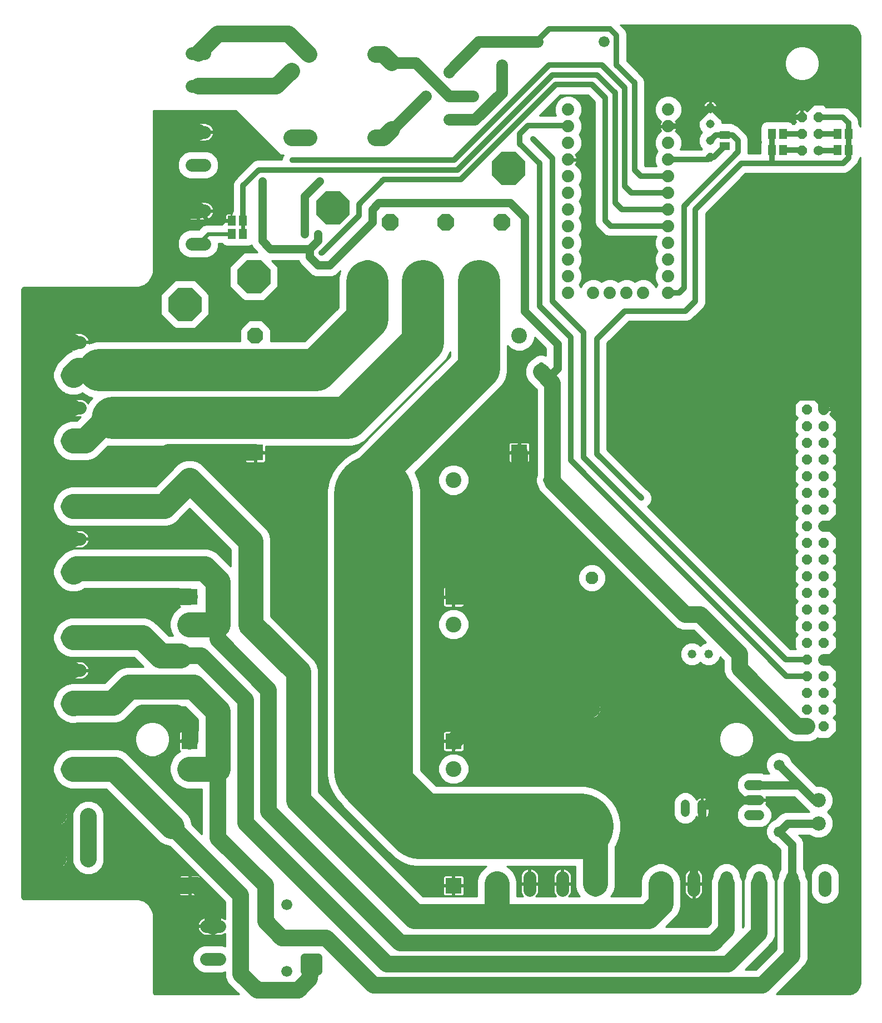
<source format=gbl>
G75*
G70*
%OFA0B0*%
%FSLAX24Y24*%
%IPPOS*%
%LPD*%
%AMOC8*
5,1,8,0,0,1.08239X$1,22.5*
%
%ADD10C,0.0520*%
%ADD11C,0.0768*%
%ADD12C,0.0740*%
%ADD13R,0.0591X0.0512*%
%ADD14OC8,0.0515*%
%ADD15C,0.0515*%
%ADD16C,0.0780*%
%ADD17R,0.0512X0.0591*%
%ADD18C,0.0760*%
%ADD19OC8,0.0520*%
%ADD20OC8,0.0600*%
%ADD21C,0.0860*%
%ADD22R,0.0945X0.0945*%
%ADD23OC8,0.0945*%
%ADD24C,0.0945*%
%ADD25OC8,0.2000*%
%ADD26C,0.0600*%
%ADD27C,0.0520*%
%ADD28C,0.0660*%
%ADD29OC8,0.1000*%
%ADD30C,0.0600*%
%ADD31OC8,0.0630*%
%ADD32C,0.0630*%
%ADD33C,0.0120*%
%ADD34C,0.0100*%
%ADD35C,0.0240*%
%ADD36C,0.1000*%
%ADD37C,0.0500*%
%ADD38C,0.0320*%
%ADD39C,0.0660*%
%ADD40C,0.0700*%
%ADD41C,0.0356*%
%ADD42C,0.1500*%
%ADD43C,0.2540*%
%ADD44C,0.3937*%
%ADD45C,0.4724*%
D10*
X040890Y021016D03*
X041890Y021016D03*
D11*
X034894Y017709D03*
X034894Y025583D03*
D12*
X034969Y042674D03*
X035969Y042674D03*
X036969Y042674D03*
X037969Y042674D03*
X039469Y042674D03*
X039469Y043674D03*
X039469Y044674D03*
X039469Y045674D03*
X039469Y046674D03*
X039469Y047674D03*
X039469Y048674D03*
X039469Y049674D03*
X039469Y050674D03*
X039469Y051674D03*
X039469Y052674D03*
X039469Y053674D03*
X033469Y053674D03*
X033469Y052674D03*
X033469Y051674D03*
X033469Y050674D03*
X033469Y049674D03*
X033469Y048674D03*
X033469Y047674D03*
X033469Y046674D03*
X033469Y045674D03*
X033469Y044674D03*
X033469Y043674D03*
X033469Y042674D03*
X004682Y011273D03*
X002902Y011273D03*
X002902Y008713D03*
X004682Y008713D03*
D13*
X042867Y051489D03*
X042867Y052158D03*
D14*
X041981Y050815D03*
D15*
X041981Y051815D03*
X041981Y052815D03*
X041981Y053815D03*
D16*
X011662Y055076D02*
X010882Y055076D01*
X010882Y057046D02*
X011662Y057046D01*
X011662Y052321D02*
X010882Y052321D01*
X010882Y050351D02*
X011662Y050351D01*
X011662Y047597D02*
X010882Y047597D01*
X010882Y045627D02*
X011662Y045627D01*
X004182Y039723D02*
X003402Y039723D01*
X003402Y037743D02*
X004182Y037743D01*
X004182Y035786D02*
X003402Y035786D01*
X003402Y033806D02*
X004182Y033806D01*
X004182Y031849D02*
X003402Y031849D01*
X003402Y029869D02*
X004182Y029869D01*
X004182Y027912D02*
X003402Y027912D01*
X003402Y025932D02*
X004182Y025932D01*
X004182Y023975D02*
X003402Y023975D01*
X003402Y021995D02*
X004182Y021995D01*
X004182Y020038D02*
X003402Y020038D01*
X003402Y018058D02*
X004182Y018058D01*
X004182Y016101D02*
X003402Y016101D01*
X003402Y014121D02*
X004182Y014121D01*
X011768Y004683D02*
X012548Y004683D01*
X012548Y002713D02*
X011768Y002713D01*
X029180Y006847D02*
X029180Y007627D01*
X031150Y007627D02*
X031150Y006847D01*
X033117Y006847D02*
X033117Y007627D01*
X035087Y007627D02*
X035087Y006847D01*
X039022Y006847D02*
X039022Y007627D01*
X040992Y007627D02*
X040992Y006847D01*
X042959Y006847D02*
X042959Y007627D01*
X044929Y007627D02*
X044929Y006847D01*
X046896Y006847D02*
X046896Y007627D01*
X048866Y007627D02*
X048866Y006847D01*
D17*
X013969Y046213D03*
X013300Y046213D03*
X013300Y047000D03*
X013969Y047000D03*
X045681Y051233D03*
X046351Y051233D03*
X046351Y052217D03*
X045681Y052217D03*
X049619Y052217D03*
X050288Y052217D03*
X050288Y051233D03*
X049619Y051233D03*
D18*
X021933Y051981D03*
X017933Y051981D03*
X017933Y056981D03*
X021933Y056981D03*
D19*
X022886Y056481D03*
X022886Y052481D03*
X016882Y051989D03*
X016882Y055989D03*
D20*
X047485Y053217D03*
X048485Y053217D03*
X048485Y052217D03*
X047485Y052217D03*
X047485Y051217D03*
X047792Y035693D03*
X047792Y034693D03*
X047792Y033693D03*
X047792Y032693D03*
X047792Y031693D03*
X047792Y030693D03*
X047792Y029693D03*
X047792Y028693D03*
X047792Y027693D03*
X047792Y026693D03*
X047792Y025693D03*
X047792Y024693D03*
X047792Y023693D03*
X047792Y022693D03*
X047792Y021693D03*
X047792Y020693D03*
X047792Y019693D03*
X047792Y018693D03*
X047792Y017693D03*
X047792Y016693D03*
X048792Y016693D03*
X048792Y017693D03*
X048792Y018693D03*
X048792Y019693D03*
X048792Y020693D03*
X048792Y021693D03*
X048792Y022693D03*
X048792Y023693D03*
X048792Y024693D03*
X048792Y025693D03*
X048792Y026693D03*
X048792Y027693D03*
X048792Y028693D03*
X048792Y029693D03*
X048792Y030693D03*
X048792Y031693D03*
X048792Y032693D03*
X048792Y033693D03*
X048792Y034693D03*
X048792Y035693D03*
D21*
X048477Y012237D03*
X048477Y010859D03*
D22*
X030524Y033103D03*
X026587Y024441D03*
X026587Y015780D03*
X026587Y007119D03*
X010760Y007119D03*
X010760Y015780D03*
X010760Y024441D03*
X014697Y033103D03*
D23*
X010760Y031449D03*
X010760Y022788D03*
X010760Y014126D03*
X014697Y040111D03*
D24*
X026587Y031449D03*
X026587Y022788D03*
X026587Y014126D03*
X030524Y040111D03*
D25*
X024363Y039619D03*
X019933Y039619D03*
X014619Y043654D03*
X010485Y041981D03*
X007335Y038044D03*
X010091Y035189D03*
X019343Y047788D03*
X029874Y050150D03*
D26*
X044330Y013156D02*
X044930Y013156D01*
X044930Y012256D02*
X044330Y012256D01*
X044330Y011356D02*
X044930Y011356D01*
D27*
X041496Y011504D02*
X041496Y012024D01*
X040496Y012024D02*
X040496Y011504D01*
D28*
X046115Y010355D03*
X046115Y014355D03*
X016587Y005989D03*
X016587Y001989D03*
X031615Y057729D03*
X035615Y057729D03*
D29*
X029473Y046926D03*
X028111Y043926D03*
X026126Y046926D03*
X024764Y043926D03*
X022780Y046926D03*
X021418Y043926D03*
D30*
X026331Y055895D03*
X048485Y051217D03*
D31*
X029481Y056340D03*
D32*
X029481Y057740D03*
D33*
X027784Y054302D02*
X027844Y054242D01*
X027646Y054242D01*
X027506Y054382D01*
X027506Y054580D01*
X027646Y054720D01*
X027844Y054720D01*
X027984Y054580D01*
X027984Y054382D01*
X027844Y054242D01*
X027807Y054332D01*
X027683Y054332D01*
X027596Y054419D01*
X027596Y054543D01*
X027683Y054630D01*
X027807Y054630D01*
X027894Y054543D01*
X027894Y054419D01*
X027807Y054332D01*
X027770Y054422D01*
X027720Y054422D01*
X027686Y054456D01*
X027686Y054506D01*
X027720Y054540D01*
X027770Y054540D01*
X027804Y054506D01*
X027804Y054456D01*
X027770Y054422D01*
X026370Y052887D02*
X026430Y052827D01*
X026232Y052827D01*
X026092Y052967D01*
X026092Y053165D01*
X026232Y053305D01*
X026430Y053305D01*
X026570Y053165D01*
X026570Y052967D01*
X026430Y052827D01*
X026393Y052917D01*
X026269Y052917D01*
X026182Y053004D01*
X026182Y053128D01*
X026269Y053215D01*
X026393Y053215D01*
X026480Y053128D01*
X026480Y053004D01*
X026393Y052917D01*
X026356Y053007D01*
X026306Y053007D01*
X026272Y053041D01*
X026272Y053091D01*
X026306Y053125D01*
X026356Y053125D01*
X026390Y053091D01*
X026390Y053041D01*
X026356Y053007D01*
X024956Y054302D02*
X025016Y054242D01*
X024818Y054242D01*
X024678Y054382D01*
X024678Y054580D01*
X024818Y054720D01*
X025016Y054720D01*
X025156Y054580D01*
X025156Y054382D01*
X025016Y054242D01*
X024979Y054332D01*
X024855Y054332D01*
X024768Y054419D01*
X024768Y054543D01*
X024855Y054630D01*
X024979Y054630D01*
X025066Y054543D01*
X025066Y054419D01*
X024979Y054332D01*
X024942Y054422D01*
X024892Y054422D01*
X024858Y054456D01*
X024858Y054506D01*
X024892Y054540D01*
X024942Y054540D01*
X024976Y054506D01*
X024976Y054456D01*
X024942Y054422D01*
D34*
X000817Y006310D02*
X000775Y006324D01*
X000740Y006350D01*
X000714Y006385D01*
X000700Y006427D01*
X000698Y006449D01*
X000698Y042867D01*
X000700Y042889D01*
X000714Y042930D01*
X000740Y042966D01*
X000775Y042992D01*
X000817Y043005D01*
X000839Y043007D01*
X007697Y043007D01*
X008010Y043109D01*
X008277Y043303D01*
X008471Y043569D01*
X008471Y043569D01*
X008572Y043883D01*
X008572Y053595D01*
X013536Y053595D01*
X016193Y050937D01*
X016374Y050937D01*
X016303Y050767D01*
X016303Y050662D01*
X014792Y050662D01*
X014568Y050569D01*
X013452Y049452D01*
X013359Y049228D01*
X013359Y047578D01*
X013331Y047551D01*
X013263Y047385D01*
X013263Y047050D01*
X013250Y047050D01*
X013250Y046958D01*
X012954Y046958D01*
X012935Y046950D01*
X012894Y046950D01*
X012894Y046933D01*
X012789Y046890D01*
X012682Y046783D01*
X011745Y046783D01*
X011535Y046696D01*
X011306Y046467D01*
X010715Y046467D01*
X010406Y046339D01*
X010170Y046103D01*
X010042Y045794D01*
X010042Y045460D01*
X008572Y045460D01*
X008572Y045362D02*
X010083Y045362D01*
X010042Y045460D02*
X010170Y045151D01*
X010406Y044915D01*
X010715Y044787D01*
X011829Y044787D01*
X012138Y044915D01*
X012374Y045151D01*
X012502Y045460D01*
X014502Y045460D01*
X014517Y045423D02*
X014836Y045104D01*
X014018Y045104D01*
X013169Y044255D01*
X013169Y043053D01*
X014018Y042204D01*
X015219Y042204D01*
X016069Y043053D01*
X016069Y044255D01*
X015696Y044627D01*
X017293Y044627D01*
X017372Y044439D01*
X017568Y044242D01*
X018061Y043749D01*
X018318Y043643D01*
X019285Y043643D01*
X019543Y043749D01*
X019739Y043946D01*
X019739Y043946D01*
X019804Y044011D01*
X019690Y043585D01*
X019690Y041807D01*
X019640Y041757D01*
X018877Y040995D01*
X017646Y039764D01*
X015620Y039764D01*
X015620Y040493D01*
X015079Y041033D01*
X014315Y041033D01*
X013775Y040493D01*
X013775Y039764D01*
X005140Y039764D01*
X004717Y039650D01*
X004721Y039673D01*
X003842Y039673D01*
X003842Y039773D01*
X003742Y039773D01*
X003742Y040263D01*
X003359Y040263D01*
X003275Y040249D01*
X003194Y040223D01*
X003119Y040185D01*
X003050Y040135D01*
X002990Y040074D01*
X002940Y040006D01*
X002901Y039930D01*
X002875Y039849D01*
X002863Y039773D01*
X003742Y039773D01*
X003742Y039673D01*
X002863Y039673D01*
X002875Y039596D01*
X002901Y039515D01*
X002940Y039440D01*
X002990Y039371D01*
X003050Y039311D01*
X003119Y039261D01*
X003194Y039222D01*
X003275Y039196D01*
X003359Y039183D01*
X003701Y039183D01*
X003624Y039162D01*
X003350Y039004D01*
X003127Y038781D01*
X003127Y038781D01*
X002831Y038485D01*
X002674Y038212D01*
X002649Y038121D01*
X002562Y037910D01*
X002562Y037576D01*
X002654Y037354D01*
X002674Y037279D01*
X002831Y037006D01*
X003055Y036782D01*
X003329Y036624D01*
X003634Y036543D01*
X003950Y036543D01*
X004255Y036624D01*
X004320Y036662D01*
X004703Y036441D01*
X004916Y036384D01*
X004778Y036245D01*
X004659Y036039D01*
X004644Y036069D01*
X004594Y036137D01*
X004534Y036198D01*
X004465Y036248D01*
X004389Y036286D01*
X004308Y036312D01*
X004224Y036326D01*
X003842Y036326D01*
X003842Y035836D01*
X003742Y035836D01*
X003742Y036326D01*
X003359Y036326D01*
X003275Y036312D01*
X003194Y036286D01*
X003119Y036248D01*
X003050Y036198D01*
X002990Y036137D01*
X002940Y036069D01*
X002901Y035993D01*
X002875Y035912D01*
X002863Y035836D01*
X003742Y035836D01*
X003742Y035736D01*
X002863Y035736D01*
X002875Y035659D01*
X002901Y035578D01*
X002940Y035503D01*
X002990Y035434D01*
X003050Y035374D01*
X003119Y035324D01*
X003194Y035285D01*
X003275Y035259D01*
X003359Y035246D01*
X003742Y035246D01*
X003742Y035736D01*
X003842Y035736D01*
X003842Y035246D01*
X004218Y035246D01*
X003978Y035006D01*
X003634Y035006D01*
X003329Y034924D01*
X003055Y034766D01*
X002831Y034542D01*
X002674Y034269D01*
X002654Y034195D01*
X002562Y033973D01*
X002562Y033639D01*
X002654Y033417D01*
X002674Y033342D01*
X002831Y033069D01*
X003055Y032845D01*
X003329Y032687D01*
X003634Y032606D01*
X004633Y032606D01*
X004938Y032687D01*
X005212Y032845D01*
X005855Y033489D01*
X005927Y033469D01*
X014075Y033469D01*
X014075Y033153D01*
X014647Y033153D01*
X014647Y033053D01*
X014075Y033053D01*
X014075Y032611D01*
X014085Y032572D01*
X014105Y032538D01*
X014133Y032510D01*
X014167Y032491D01*
X014205Y032480D01*
X014647Y032480D01*
X014647Y033053D01*
X014747Y033053D01*
X014747Y033153D01*
X015320Y033153D01*
X015320Y033469D01*
X020455Y033469D01*
X020893Y033587D01*
X021285Y033813D01*
X025820Y038348D01*
X026141Y038669D01*
X026367Y039061D01*
X026391Y039149D01*
X026391Y038862D01*
X020747Y033219D01*
X020663Y033135D01*
X020471Y033056D01*
X020011Y032748D01*
X019619Y032356D01*
X019311Y031895D01*
X019099Y031384D01*
X018991Y030840D01*
X018991Y013751D01*
X019099Y013208D01*
X019311Y012696D01*
X019619Y012235D01*
X019857Y011997D01*
X019925Y011896D01*
X020262Y011559D01*
X023018Y008803D01*
X023414Y008538D01*
X023854Y008356D01*
X024321Y008263D01*
X028557Y008263D01*
X028443Y008197D01*
X028219Y007973D01*
X028061Y007700D01*
X027980Y007395D01*
X027980Y006468D01*
X024761Y006468D01*
X018476Y012753D01*
X018476Y020091D01*
X018394Y020397D01*
X018236Y020670D01*
X015622Y023285D01*
X015622Y027946D01*
X015540Y028251D01*
X015382Y028525D01*
X011720Y032186D01*
X011497Y032409D01*
X011223Y032567D01*
X010918Y032649D01*
X010602Y032649D01*
X010297Y032567D01*
X010023Y032409D01*
X009800Y032186D01*
X009773Y032139D01*
X008708Y031074D01*
X003639Y031074D01*
X003334Y030993D01*
X003061Y030835D01*
X002831Y030605D01*
X002674Y030332D01*
X002654Y030258D01*
X002562Y030036D01*
X002562Y029702D01*
X002654Y029480D01*
X002674Y029405D01*
X000698Y029405D01*
X000698Y029503D02*
X002644Y029503D01*
X002674Y029405D02*
X002831Y029132D01*
X003055Y028908D01*
X003329Y028750D01*
X003634Y028669D01*
X003950Y028669D01*
X003971Y028674D01*
X009363Y028674D01*
X009668Y028756D01*
X009942Y028914D01*
X010165Y029138D01*
X010770Y029742D01*
X013222Y027291D01*
X013222Y026275D01*
X013190Y026307D01*
X012403Y027094D01*
X012129Y027252D01*
X011824Y027334D01*
X003836Y027334D01*
X003531Y027252D01*
X003258Y027094D01*
X003061Y026898D01*
X003061Y026898D01*
X002831Y026668D01*
X002674Y026395D01*
X002654Y026321D01*
X002562Y026099D01*
X002562Y025765D01*
X002654Y025543D01*
X002674Y025468D01*
X002831Y025195D01*
X003055Y024971D01*
X003329Y024813D01*
X003634Y024732D01*
X003950Y024732D01*
X004255Y024813D01*
X004464Y024934D01*
X010138Y024934D01*
X010138Y024934D01*
X010138Y024491D01*
X010710Y024491D01*
X010710Y024391D01*
X010138Y024391D01*
X010138Y023949D01*
X010148Y023911D01*
X010168Y023877D01*
X010196Y023849D01*
X010197Y023848D01*
X010023Y023748D01*
X009800Y023525D01*
X009642Y023251D01*
X009560Y022946D01*
X009560Y022630D01*
X009642Y022325D01*
X009761Y022118D01*
X009505Y022118D01*
X008668Y022955D01*
X008395Y023113D01*
X008089Y023195D01*
X003634Y023195D01*
X003329Y023113D01*
X003055Y022955D01*
X002831Y022731D01*
X002674Y022458D01*
X002654Y022384D01*
X002562Y022162D01*
X002562Y021828D01*
X002654Y021606D01*
X002674Y021531D01*
X002831Y021258D01*
X003055Y021034D01*
X003329Y020876D01*
X003634Y020795D01*
X007434Y020795D01*
X007981Y020248D01*
X006980Y020248D01*
X006675Y020166D01*
X006401Y020008D01*
X005657Y019263D01*
X003639Y019263D01*
X003334Y019182D01*
X003061Y019024D01*
X002831Y018794D01*
X002674Y018521D01*
X002654Y018447D01*
X002562Y018225D01*
X002562Y017891D01*
X002654Y017669D01*
X002674Y017594D01*
X002831Y017321D01*
X003055Y017097D01*
X003329Y016939D01*
X003634Y016858D01*
X003950Y016858D01*
X003971Y016863D01*
X006312Y016863D01*
X006617Y016945D01*
X006891Y017103D01*
X007114Y017327D01*
X007635Y017848D01*
X010480Y017848D01*
X011253Y017074D01*
X011253Y016402D01*
X011252Y016402D01*
X010810Y016402D01*
X010810Y015830D01*
X010710Y015830D01*
X010710Y015730D01*
X010138Y015730D01*
X010138Y015288D01*
X010148Y015250D01*
X010168Y015215D01*
X010196Y015187D01*
X010197Y015187D01*
X010023Y015087D01*
X009800Y014863D01*
X009642Y014590D01*
X009560Y014284D01*
X009560Y013968D01*
X009642Y013663D01*
X009800Y013390D01*
X010023Y013166D01*
X010297Y013008D01*
X010602Y012926D01*
X011503Y012926D01*
X011503Y010219D01*
X010897Y010825D01*
X010897Y010839D01*
X010815Y011145D01*
X010657Y011418D01*
X006995Y015081D01*
X006721Y015239D01*
X006416Y015321D01*
X003634Y015321D01*
X003329Y015239D01*
X003055Y015081D01*
X002831Y014857D01*
X002674Y014584D01*
X002654Y014509D01*
X002562Y014288D01*
X002562Y013954D01*
X002654Y013732D01*
X002674Y013657D01*
X002831Y013384D01*
X003055Y013160D01*
X003329Y013002D01*
X003634Y012921D01*
X005761Y012921D01*
X008960Y009721D01*
X009234Y009563D01*
X009539Y009481D01*
X009554Y009481D01*
X011324Y007712D01*
X011291Y007731D01*
X011252Y007741D01*
X010810Y007741D01*
X010810Y007169D01*
X010710Y007169D01*
X010710Y007741D01*
X010268Y007741D01*
X010230Y007731D01*
X010196Y007711D01*
X010168Y007683D01*
X010148Y007649D01*
X010138Y007611D01*
X010138Y007169D01*
X010710Y007169D01*
X010710Y007069D01*
X010138Y007069D01*
X010138Y006626D01*
X010148Y006588D01*
X010168Y006554D01*
X010196Y006526D01*
X010230Y006506D01*
X010268Y006496D01*
X010710Y006496D01*
X010710Y007068D01*
X010810Y007068D01*
X010810Y006496D01*
X011252Y006496D01*
X011291Y006506D01*
X011325Y006526D01*
X011353Y006554D01*
X011372Y006588D01*
X011383Y006626D01*
X011383Y007069D01*
X010810Y007069D01*
X010810Y007169D01*
X011383Y007169D01*
X011383Y007611D01*
X011372Y007649D01*
X011353Y007682D01*
X012881Y006154D01*
X012881Y005109D01*
X012831Y005145D01*
X012755Y005184D01*
X012674Y005210D01*
X012590Y005223D01*
X012208Y005223D01*
X012208Y004733D01*
X012108Y004733D01*
X012108Y004633D01*
X012208Y004633D01*
X012208Y004143D01*
X012590Y004143D01*
X012674Y004157D01*
X012755Y004183D01*
X012831Y004221D01*
X012881Y004258D01*
X012881Y003484D01*
X012715Y003553D01*
X011601Y003553D01*
X011292Y003425D01*
X011056Y003189D01*
X010928Y002880D01*
X010928Y002546D01*
X011056Y002237D01*
X011292Y002001D01*
X011601Y001873D01*
X012715Y001873D01*
X012881Y001942D01*
X012881Y001634D01*
X013026Y001285D01*
X013711Y000600D01*
X008713Y000600D01*
X008691Y000602D01*
X008649Y000615D01*
X008614Y000641D01*
X008588Y000677D01*
X008574Y000719D01*
X008572Y000741D01*
X013570Y000741D01*
X013668Y000643D02*
X008613Y000643D01*
X008572Y000741D02*
X008572Y005433D01*
X008471Y005746D01*
X008277Y006013D01*
X008277Y006013D01*
X008010Y006207D01*
X007697Y006309D01*
X000839Y006309D01*
X000817Y006310D01*
X000735Y006356D02*
X012680Y006356D01*
X012581Y006454D02*
X000698Y006454D01*
X000698Y006553D02*
X010169Y006553D01*
X010138Y006651D02*
X000698Y006651D01*
X000698Y006750D02*
X010138Y006750D01*
X010138Y006848D02*
X000698Y006848D01*
X000698Y006947D02*
X010138Y006947D01*
X010138Y007045D02*
X000698Y007045D01*
X000698Y007144D02*
X010710Y007144D01*
X010710Y007242D02*
X010810Y007242D01*
X010810Y007144D02*
X011892Y007144D01*
X011793Y007242D02*
X011383Y007242D01*
X011383Y007341D02*
X011695Y007341D01*
X011596Y007439D02*
X011383Y007439D01*
X011383Y007538D02*
X011498Y007538D01*
X011399Y007636D02*
X011376Y007636D01*
X011301Y007735D02*
X011276Y007735D01*
X011202Y007833D02*
X005041Y007833D01*
X004871Y007763D02*
X005220Y007907D01*
X005487Y008174D01*
X005632Y008524D01*
X005632Y011461D01*
X005487Y011811D01*
X005220Y012078D01*
X004871Y012223D01*
X004493Y012223D01*
X004144Y012078D01*
X003876Y011811D01*
X003732Y011461D01*
X003732Y008524D01*
X003876Y008174D01*
X004144Y007907D01*
X004493Y007763D01*
X004871Y007763D01*
X005244Y007932D02*
X011104Y007932D01*
X011005Y008030D02*
X005343Y008030D01*
X005441Y008129D02*
X010907Y008129D01*
X010808Y008227D02*
X005509Y008227D01*
X005550Y008326D02*
X010710Y008326D01*
X010611Y008424D02*
X005591Y008424D01*
X005631Y008523D02*
X010513Y008523D01*
X010414Y008621D02*
X005632Y008621D01*
X005632Y008720D02*
X010316Y008720D01*
X010217Y008818D02*
X005632Y008818D01*
X005632Y008917D02*
X010119Y008917D01*
X010020Y009015D02*
X005632Y009015D01*
X005632Y009114D02*
X009922Y009114D01*
X009823Y009212D02*
X005632Y009212D01*
X005632Y009311D02*
X009725Y009311D01*
X009626Y009409D02*
X005632Y009409D01*
X005632Y009508D02*
X009442Y009508D01*
X009160Y009606D02*
X005632Y009606D01*
X005632Y009705D02*
X008989Y009705D01*
X008879Y009803D02*
X005632Y009803D01*
X005632Y009902D02*
X008780Y009902D01*
X008682Y010000D02*
X005632Y010000D01*
X005632Y010099D02*
X008583Y010099D01*
X008485Y010197D02*
X005632Y010197D01*
X005632Y010296D02*
X008386Y010296D01*
X008288Y010394D02*
X005632Y010394D01*
X005632Y010493D02*
X008189Y010493D01*
X008091Y010591D02*
X005632Y010591D01*
X005632Y010690D02*
X007992Y010690D01*
X007894Y010788D02*
X005632Y010788D01*
X005632Y010887D02*
X007795Y010887D01*
X007697Y010985D02*
X005632Y010985D01*
X005632Y011084D02*
X007598Y011084D01*
X007500Y011182D02*
X005632Y011182D01*
X005632Y011281D02*
X007401Y011281D01*
X007303Y011379D02*
X005632Y011379D01*
X005625Y011478D02*
X007204Y011478D01*
X007106Y011576D02*
X005584Y011576D01*
X005543Y011675D02*
X007007Y011675D01*
X006909Y011773D02*
X005503Y011773D01*
X005426Y011872D02*
X006810Y011872D01*
X006712Y011970D02*
X005328Y011970D01*
X005229Y012069D02*
X006613Y012069D01*
X006515Y012167D02*
X005005Y012167D01*
X004359Y012167D02*
X000698Y012167D01*
X000698Y012069D02*
X004134Y012069D01*
X004036Y011970D02*
X000698Y011970D01*
X000698Y011872D02*
X003937Y011872D01*
X003861Y011773D02*
X003044Y011773D01*
X003023Y011780D02*
X002952Y011791D01*
X002952Y011323D01*
X002852Y011323D01*
X002852Y011791D01*
X002780Y011780D01*
X002702Y011754D01*
X002629Y011717D01*
X002563Y011669D01*
X002505Y011611D01*
X002457Y011545D01*
X002420Y011472D01*
X002395Y011394D01*
X002383Y011323D01*
X002852Y011323D01*
X002852Y011223D01*
X002383Y011223D01*
X002395Y011151D01*
X002420Y011073D01*
X002457Y011000D01*
X002505Y010934D01*
X002563Y010876D01*
X002629Y010828D01*
X002702Y010791D01*
X002780Y010765D01*
X002852Y010754D01*
X002852Y011223D01*
X002952Y011223D01*
X002952Y011323D01*
X003420Y011323D01*
X003409Y011394D01*
X003384Y011472D01*
X003346Y011545D01*
X003298Y011611D01*
X003240Y011669D01*
X003174Y011717D01*
X003101Y011754D01*
X003023Y011780D01*
X002952Y011773D02*
X002852Y011773D01*
X002759Y011773D02*
X000698Y011773D01*
X000698Y011675D02*
X002570Y011675D01*
X002479Y011576D02*
X000698Y011576D01*
X000698Y011478D02*
X002423Y011478D01*
X002392Y011379D02*
X000698Y011379D01*
X000698Y011281D02*
X002852Y011281D01*
X002852Y011379D02*
X002952Y011379D01*
X002952Y011281D02*
X003732Y011281D01*
X003732Y011379D02*
X003411Y011379D01*
X003381Y011478D02*
X003738Y011478D01*
X003779Y011576D02*
X003324Y011576D01*
X003233Y011675D02*
X003820Y011675D01*
X003732Y011182D02*
X003414Y011182D01*
X003409Y011151D02*
X003420Y011223D01*
X002952Y011223D01*
X002952Y010754D01*
X003023Y010765D01*
X003101Y010791D01*
X003174Y010828D01*
X003240Y010876D01*
X003298Y010934D01*
X003346Y011000D01*
X003384Y011073D01*
X003409Y011151D01*
X003387Y011084D02*
X003732Y011084D01*
X003732Y010985D02*
X003336Y010985D01*
X003251Y010887D02*
X003732Y010887D01*
X003732Y010788D02*
X003093Y010788D01*
X002952Y010788D02*
X002852Y010788D01*
X002852Y010887D02*
X002952Y010887D01*
X002952Y010985D02*
X002852Y010985D01*
X002852Y011084D02*
X002952Y011084D01*
X002952Y011182D02*
X002852Y011182D01*
X002852Y011478D02*
X002952Y011478D01*
X002952Y011576D02*
X002852Y011576D01*
X002852Y011675D02*
X002952Y011675D01*
X002390Y011182D02*
X000698Y011182D01*
X000698Y011084D02*
X002416Y011084D01*
X002468Y010985D02*
X000698Y010985D01*
X000698Y010887D02*
X002552Y010887D01*
X002710Y010788D02*
X000698Y010788D01*
X000698Y010690D02*
X003732Y010690D01*
X003732Y010591D02*
X000698Y010591D01*
X000698Y010493D02*
X003732Y010493D01*
X003732Y010394D02*
X000698Y010394D01*
X000698Y010296D02*
X003732Y010296D01*
X003732Y010197D02*
X000698Y010197D01*
X000698Y010099D02*
X003732Y010099D01*
X003732Y010000D02*
X000698Y010000D01*
X000698Y009902D02*
X003732Y009902D01*
X003732Y009803D02*
X000698Y009803D01*
X000698Y009705D02*
X003732Y009705D01*
X003732Y009606D02*
X000698Y009606D01*
X000698Y009508D02*
X003732Y009508D01*
X003732Y009409D02*
X000698Y009409D01*
X000698Y009311D02*
X003732Y009311D01*
X003732Y009212D02*
X003047Y009212D01*
X003023Y009220D02*
X002952Y009231D01*
X002952Y008763D01*
X002852Y008763D01*
X002852Y009231D01*
X002780Y009220D01*
X002702Y009194D01*
X002629Y009157D01*
X002563Y009109D01*
X002505Y009051D01*
X002457Y008985D01*
X002420Y008912D01*
X002395Y008834D01*
X002383Y008763D01*
X002852Y008763D01*
X002852Y008663D01*
X002383Y008663D01*
X002395Y008591D01*
X002420Y008513D01*
X002457Y008440D01*
X002505Y008374D01*
X002563Y008316D01*
X002629Y008268D01*
X002702Y008231D01*
X002780Y008205D01*
X002852Y008194D01*
X002852Y008663D01*
X002952Y008663D01*
X002952Y008763D01*
X003420Y008763D01*
X003409Y008834D01*
X003384Y008912D01*
X003346Y008985D01*
X003298Y009051D01*
X003240Y009109D01*
X003174Y009157D01*
X003101Y009194D01*
X003023Y009220D01*
X002952Y009212D02*
X002852Y009212D01*
X002756Y009212D02*
X000698Y009212D01*
X000698Y009114D02*
X002569Y009114D01*
X002479Y009015D02*
X000698Y009015D01*
X000698Y008917D02*
X002422Y008917D01*
X002392Y008818D02*
X000698Y008818D01*
X000698Y008720D02*
X002852Y008720D01*
X002852Y008818D02*
X002952Y008818D01*
X002952Y008720D02*
X003732Y008720D01*
X003732Y008818D02*
X003412Y008818D01*
X003381Y008917D02*
X003732Y008917D01*
X003732Y009015D02*
X003325Y009015D01*
X003234Y009114D02*
X003732Y009114D01*
X003732Y008621D02*
X003414Y008621D01*
X003409Y008591D02*
X003420Y008663D01*
X002952Y008663D01*
X002952Y008194D01*
X003023Y008205D01*
X003101Y008231D01*
X003174Y008268D01*
X003240Y008316D01*
X003298Y008374D01*
X003346Y008440D01*
X003384Y008513D01*
X003409Y008591D01*
X003387Y008523D02*
X003732Y008523D01*
X003773Y008424D02*
X003335Y008424D01*
X003250Y008326D02*
X003814Y008326D01*
X003855Y008227D02*
X003090Y008227D01*
X002952Y008227D02*
X002852Y008227D01*
X002852Y008326D02*
X002952Y008326D01*
X002952Y008424D02*
X002852Y008424D01*
X002852Y008523D02*
X002952Y008523D01*
X002952Y008621D02*
X002852Y008621D01*
X002852Y008917D02*
X002952Y008917D01*
X002952Y009015D02*
X002852Y009015D01*
X002852Y009114D02*
X002952Y009114D01*
X002390Y008621D02*
X000698Y008621D01*
X000698Y008523D02*
X002417Y008523D01*
X002469Y008424D02*
X000698Y008424D01*
X000698Y008326D02*
X002553Y008326D01*
X002713Y008227D02*
X000698Y008227D01*
X000698Y008129D02*
X003922Y008129D01*
X004021Y008030D02*
X000698Y008030D01*
X000698Y007932D02*
X004119Y007932D01*
X004323Y007833D02*
X000698Y007833D01*
X000698Y007735D02*
X010244Y007735D01*
X010145Y007636D02*
X000698Y007636D01*
X000698Y007538D02*
X010138Y007538D01*
X010138Y007439D02*
X000698Y007439D01*
X000698Y007341D02*
X010138Y007341D01*
X010138Y007242D02*
X000698Y007242D01*
X000698Y012266D02*
X006416Y012266D01*
X006318Y012364D02*
X000698Y012364D01*
X000698Y012463D02*
X006219Y012463D01*
X006121Y012561D02*
X000698Y012561D01*
X000698Y012660D02*
X006022Y012660D01*
X005924Y012758D02*
X000698Y012758D01*
X000698Y012857D02*
X005825Y012857D01*
X007545Y014531D02*
X009626Y014531D01*
X009600Y014433D02*
X007643Y014433D01*
X007742Y014334D02*
X009574Y014334D01*
X009560Y014236D02*
X007840Y014236D01*
X007939Y014137D02*
X009560Y014137D01*
X009560Y014039D02*
X008037Y014039D01*
X008136Y013940D02*
X009568Y013940D01*
X009594Y013842D02*
X008234Y013842D01*
X008333Y013743D02*
X009621Y013743D01*
X009653Y013645D02*
X008431Y013645D01*
X008530Y013546D02*
X009710Y013546D01*
X009767Y013448D02*
X008628Y013448D01*
X008727Y013349D02*
X009841Y013349D01*
X009939Y013251D02*
X008825Y013251D01*
X008924Y013152D02*
X010048Y013152D01*
X010218Y013054D02*
X009022Y013054D01*
X009121Y012955D02*
X010495Y012955D01*
X009810Y012266D02*
X011503Y012266D01*
X011503Y012364D02*
X009712Y012364D01*
X009613Y012463D02*
X011503Y012463D01*
X011503Y012561D02*
X009515Y012561D01*
X009416Y012660D02*
X011503Y012660D01*
X011503Y012758D02*
X009318Y012758D01*
X009219Y012857D02*
X011503Y012857D01*
X011503Y012167D02*
X009909Y012167D01*
X010007Y012069D02*
X011503Y012069D01*
X011503Y011970D02*
X010106Y011970D01*
X010204Y011872D02*
X011503Y011872D01*
X011503Y011773D02*
X010303Y011773D01*
X010401Y011675D02*
X011503Y011675D01*
X011503Y011576D02*
X010500Y011576D01*
X010598Y011478D02*
X011503Y011478D01*
X011503Y011379D02*
X010680Y011379D01*
X010737Y011281D02*
X011503Y011281D01*
X011503Y011182D02*
X010794Y011182D01*
X010832Y011084D02*
X011503Y011084D01*
X011503Y010985D02*
X010858Y010985D01*
X010885Y010887D02*
X011503Y010887D01*
X011503Y010788D02*
X010934Y010788D01*
X011033Y010690D02*
X011503Y010690D01*
X011503Y010591D02*
X011131Y010591D01*
X011230Y010493D02*
X011503Y010493D01*
X011503Y010394D02*
X011328Y010394D01*
X011427Y010296D02*
X011503Y010296D01*
X010810Y007735D02*
X010710Y007735D01*
X010710Y007636D02*
X010810Y007636D01*
X010810Y007538D02*
X010710Y007538D01*
X010710Y007439D02*
X010810Y007439D01*
X010810Y007341D02*
X010710Y007341D01*
X010710Y007045D02*
X010810Y007045D01*
X010810Y006947D02*
X010710Y006947D01*
X010710Y006848D02*
X010810Y006848D01*
X010810Y006750D02*
X010710Y006750D01*
X010710Y006651D02*
X010810Y006651D01*
X010810Y006553D02*
X010710Y006553D01*
X011351Y006553D02*
X012483Y006553D01*
X012384Y006651D02*
X011383Y006651D01*
X011383Y006750D02*
X012286Y006750D01*
X012187Y006848D02*
X011383Y006848D01*
X011383Y006947D02*
X012089Y006947D01*
X011990Y007045D02*
X011383Y007045D01*
X012778Y006257D02*
X007856Y006257D01*
X008010Y006207D02*
X008010Y006207D01*
X008077Y006159D02*
X012877Y006159D01*
X012881Y006060D02*
X008212Y006060D01*
X008314Y005962D02*
X012881Y005962D01*
X012881Y005863D02*
X008386Y005863D01*
X008457Y005765D02*
X012881Y005765D01*
X012881Y005666D02*
X008497Y005666D01*
X008471Y005746D02*
X008471Y005746D01*
X008529Y005568D02*
X012881Y005568D01*
X012881Y005469D02*
X008561Y005469D01*
X008572Y005371D02*
X012881Y005371D01*
X012881Y005272D02*
X008572Y005272D01*
X008572Y005174D02*
X011541Y005174D01*
X011561Y005184D02*
X011485Y005145D01*
X011416Y005095D01*
X011356Y005035D01*
X011306Y004966D01*
X011267Y004891D01*
X011241Y004810D01*
X011229Y004733D01*
X012108Y004733D01*
X012108Y005223D01*
X011725Y005223D01*
X011641Y005210D01*
X011561Y005184D01*
X011396Y005075D02*
X008572Y005075D01*
X008572Y004977D02*
X011313Y004977D01*
X011263Y004878D02*
X008572Y004878D01*
X008572Y004780D02*
X011236Y004780D01*
X011229Y004633D02*
X011241Y004557D01*
X011267Y004476D01*
X011306Y004400D01*
X011356Y004332D01*
X011416Y004271D01*
X011485Y004221D01*
X011561Y004183D01*
X011641Y004157D01*
X011725Y004143D01*
X012108Y004143D01*
X012108Y004633D01*
X011229Y004633D01*
X011237Y004583D02*
X008572Y004583D01*
X008572Y004681D02*
X012108Y004681D01*
X012108Y004583D02*
X012208Y004583D01*
X012208Y004484D02*
X012108Y004484D01*
X012108Y004386D02*
X012208Y004386D01*
X012208Y004287D02*
X012108Y004287D01*
X012108Y004189D02*
X012208Y004189D01*
X012766Y004189D02*
X012881Y004189D01*
X012881Y004090D02*
X008572Y004090D01*
X008572Y003992D02*
X012881Y003992D01*
X012881Y003893D02*
X008572Y003893D01*
X008572Y003795D02*
X012881Y003795D01*
X012881Y003696D02*
X008572Y003696D01*
X008572Y003598D02*
X012881Y003598D01*
X012881Y003499D02*
X012846Y003499D01*
X012835Y001923D02*
X012881Y001923D01*
X012881Y001825D02*
X008572Y001825D01*
X008572Y001923D02*
X011481Y001923D01*
X011272Y002022D02*
X008572Y002022D01*
X008572Y002120D02*
X011173Y002120D01*
X011075Y002219D02*
X008572Y002219D01*
X008572Y002317D02*
X011023Y002317D01*
X010982Y002416D02*
X008572Y002416D01*
X008572Y002514D02*
X010941Y002514D01*
X010928Y002613D02*
X008572Y002613D01*
X008572Y002711D02*
X010928Y002711D01*
X010928Y002810D02*
X008572Y002810D01*
X008572Y002908D02*
X010939Y002908D01*
X010980Y003007D02*
X008572Y003007D01*
X008572Y003105D02*
X011021Y003105D01*
X011070Y003204D02*
X008572Y003204D01*
X008572Y003302D02*
X011169Y003302D01*
X011267Y003401D02*
X008572Y003401D01*
X008572Y003499D02*
X011470Y003499D01*
X011550Y004189D02*
X008572Y004189D01*
X008572Y004287D02*
X011400Y004287D01*
X011317Y004386D02*
X008572Y004386D01*
X008572Y004484D02*
X011265Y004484D01*
X012108Y004780D02*
X012208Y004780D01*
X012208Y004878D02*
X012108Y004878D01*
X012108Y004977D02*
X012208Y004977D01*
X012208Y005075D02*
X012108Y005075D01*
X012108Y005174D02*
X012208Y005174D01*
X012775Y005174D02*
X012881Y005174D01*
X012881Y001726D02*
X008572Y001726D01*
X008572Y001628D02*
X012884Y001628D01*
X012925Y001529D02*
X008572Y001529D01*
X008572Y001431D02*
X012966Y001431D01*
X013006Y001332D02*
X008572Y001332D01*
X008572Y001234D02*
X013077Y001234D01*
X013176Y001135D02*
X008572Y001135D01*
X008572Y001037D02*
X013274Y001037D01*
X013373Y000938D02*
X008572Y000938D01*
X008572Y000840D02*
X013471Y000840D01*
X021525Y009705D02*
X022116Y009705D01*
X022018Y009803D02*
X021426Y009803D01*
X021328Y009902D02*
X021919Y009902D01*
X021821Y010000D02*
X021229Y010000D01*
X021131Y010099D02*
X021722Y010099D01*
X021624Y010197D02*
X021032Y010197D01*
X020934Y010296D02*
X021525Y010296D01*
X021427Y010394D02*
X020835Y010394D01*
X020737Y010493D02*
X021328Y010493D01*
X021230Y010591D02*
X020638Y010591D01*
X020540Y010690D02*
X021131Y010690D01*
X021033Y010788D02*
X020441Y010788D01*
X020343Y010887D02*
X020934Y010887D01*
X020836Y010985D02*
X020244Y010985D01*
X020146Y011084D02*
X020737Y011084D01*
X020639Y011182D02*
X020047Y011182D01*
X019949Y011281D02*
X020540Y011281D01*
X020442Y011379D02*
X019850Y011379D01*
X019752Y011478D02*
X020343Y011478D01*
X020245Y011576D02*
X019653Y011576D01*
X019555Y011675D02*
X020146Y011675D01*
X020048Y011773D02*
X019456Y011773D01*
X019358Y011872D02*
X019949Y011872D01*
X019875Y011970D02*
X019259Y011970D01*
X019161Y012069D02*
X019786Y012069D01*
X019687Y012167D02*
X019062Y012167D01*
X018964Y012266D02*
X019599Y012266D01*
X019533Y012364D02*
X018865Y012364D01*
X018767Y012463D02*
X019467Y012463D01*
X019401Y012561D02*
X018668Y012561D01*
X018570Y012660D02*
X019336Y012660D01*
X019286Y012758D02*
X018476Y012758D01*
X018476Y012857D02*
X019245Y012857D01*
X019204Y012955D02*
X018476Y012955D01*
X018476Y013054D02*
X019163Y013054D01*
X019122Y013152D02*
X018476Y013152D01*
X018476Y013251D02*
X019091Y013251D01*
X019071Y013349D02*
X018476Y013349D01*
X018476Y013448D02*
X019052Y013448D01*
X019032Y013546D02*
X018476Y013546D01*
X018476Y013645D02*
X019013Y013645D01*
X018993Y013743D02*
X018476Y013743D01*
X018476Y013842D02*
X018991Y013842D01*
X018991Y013940D02*
X018476Y013940D01*
X018476Y014039D02*
X018991Y014039D01*
X018991Y014137D02*
X018476Y014137D01*
X018476Y014236D02*
X018991Y014236D01*
X018991Y014334D02*
X018476Y014334D01*
X018476Y014433D02*
X018991Y014433D01*
X018991Y014531D02*
X018476Y014531D01*
X018476Y014630D02*
X018991Y014630D01*
X018991Y014728D02*
X018476Y014728D01*
X018476Y014827D02*
X018991Y014827D01*
X018991Y014925D02*
X018476Y014925D01*
X018476Y015024D02*
X018991Y015024D01*
X018991Y015122D02*
X018476Y015122D01*
X018476Y015221D02*
X018991Y015221D01*
X018991Y015319D02*
X018476Y015319D01*
X018476Y015418D02*
X018991Y015418D01*
X018991Y015516D02*
X018476Y015516D01*
X018476Y015615D02*
X018991Y015615D01*
X018991Y015713D02*
X018476Y015713D01*
X018476Y015812D02*
X018991Y015812D01*
X018991Y015910D02*
X018476Y015910D01*
X018476Y016009D02*
X018991Y016009D01*
X018991Y016107D02*
X018476Y016107D01*
X018476Y016206D02*
X018991Y016206D01*
X018991Y016304D02*
X018476Y016304D01*
X018476Y016403D02*
X018991Y016403D01*
X018991Y016501D02*
X018476Y016501D01*
X018476Y016600D02*
X018991Y016600D01*
X018991Y016698D02*
X018476Y016698D01*
X018476Y016797D02*
X018991Y016797D01*
X018991Y016895D02*
X018476Y016895D01*
X018476Y016994D02*
X018991Y016994D01*
X018991Y017092D02*
X018476Y017092D01*
X018476Y017191D02*
X018991Y017191D01*
X018991Y017289D02*
X018476Y017289D01*
X018476Y017388D02*
X018991Y017388D01*
X018991Y017486D02*
X018476Y017486D01*
X018476Y017585D02*
X018991Y017585D01*
X018991Y017683D02*
X018476Y017683D01*
X018476Y017782D02*
X018991Y017782D01*
X018991Y017880D02*
X018476Y017880D01*
X018476Y017979D02*
X018991Y017979D01*
X018991Y018077D02*
X018476Y018077D01*
X018476Y018176D02*
X018991Y018176D01*
X018991Y018274D02*
X018476Y018274D01*
X018476Y018373D02*
X018991Y018373D01*
X018991Y018471D02*
X018476Y018471D01*
X018476Y018570D02*
X018991Y018570D01*
X018991Y018668D02*
X018476Y018668D01*
X018476Y018767D02*
X018991Y018767D01*
X018991Y018865D02*
X018476Y018865D01*
X018476Y018964D02*
X018991Y018964D01*
X018991Y019062D02*
X018476Y019062D01*
X018476Y019161D02*
X018991Y019161D01*
X018991Y019259D02*
X018476Y019259D01*
X018476Y019358D02*
X018991Y019358D01*
X018991Y019456D02*
X018476Y019456D01*
X018476Y019555D02*
X018991Y019555D01*
X018991Y019653D02*
X018476Y019653D01*
X018476Y019752D02*
X018991Y019752D01*
X018991Y019850D02*
X018476Y019850D01*
X018476Y019949D02*
X018991Y019949D01*
X018991Y020047D02*
X018476Y020047D01*
X018461Y020146D02*
X018991Y020146D01*
X018991Y020244D02*
X018435Y020244D01*
X018409Y020343D02*
X018991Y020343D01*
X018991Y020441D02*
X018369Y020441D01*
X018312Y020540D02*
X018991Y020540D01*
X018991Y020638D02*
X018255Y020638D01*
X018170Y020737D02*
X018991Y020737D01*
X018991Y020835D02*
X018071Y020835D01*
X017973Y020934D02*
X018991Y020934D01*
X018991Y021032D02*
X017874Y021032D01*
X017776Y021131D02*
X018991Y021131D01*
X018991Y021229D02*
X017677Y021229D01*
X017579Y021328D02*
X018991Y021328D01*
X018991Y021426D02*
X017480Y021426D01*
X017382Y021525D02*
X018991Y021525D01*
X018991Y021623D02*
X017283Y021623D01*
X017185Y021722D02*
X018991Y021722D01*
X018991Y021820D02*
X017086Y021820D01*
X016988Y021919D02*
X018991Y021919D01*
X018991Y022017D02*
X016889Y022017D01*
X016791Y022116D02*
X018991Y022116D01*
X018991Y022214D02*
X016692Y022214D01*
X016594Y022313D02*
X018991Y022313D01*
X018991Y022411D02*
X016495Y022411D01*
X016397Y022510D02*
X018991Y022510D01*
X018991Y022608D02*
X016298Y022608D01*
X016200Y022707D02*
X018991Y022707D01*
X018991Y022805D02*
X016101Y022805D01*
X016003Y022904D02*
X018991Y022904D01*
X018991Y023002D02*
X015904Y023002D01*
X015806Y023101D02*
X018991Y023101D01*
X018991Y023199D02*
X015707Y023199D01*
X015622Y023298D02*
X018991Y023298D01*
X018991Y023396D02*
X015622Y023396D01*
X015622Y023495D02*
X018991Y023495D01*
X018991Y023593D02*
X015622Y023593D01*
X015622Y023692D02*
X018991Y023692D01*
X018991Y023790D02*
X015622Y023790D01*
X015622Y023889D02*
X018991Y023889D01*
X018991Y023987D02*
X015622Y023987D01*
X015622Y024086D02*
X018991Y024086D01*
X018991Y024184D02*
X015622Y024184D01*
X015622Y024283D02*
X018991Y024283D01*
X018991Y024381D02*
X015622Y024381D01*
X015622Y024480D02*
X018991Y024480D01*
X018991Y024578D02*
X015622Y024578D01*
X015622Y024677D02*
X018991Y024677D01*
X018991Y024775D02*
X015622Y024775D01*
X015622Y024874D02*
X018991Y024874D01*
X018991Y024972D02*
X015622Y024972D01*
X015622Y025071D02*
X018991Y025071D01*
X018991Y025169D02*
X015622Y025169D01*
X015622Y025268D02*
X018991Y025268D01*
X018991Y025366D02*
X015622Y025366D01*
X015622Y025465D02*
X018991Y025465D01*
X018991Y025563D02*
X015622Y025563D01*
X015622Y025662D02*
X018991Y025662D01*
X018991Y025760D02*
X015622Y025760D01*
X015622Y025859D02*
X018991Y025859D01*
X018991Y025957D02*
X015622Y025957D01*
X015622Y026056D02*
X018991Y026056D01*
X018991Y026154D02*
X015622Y026154D01*
X015622Y026253D02*
X018991Y026253D01*
X018991Y026351D02*
X015622Y026351D01*
X015622Y026450D02*
X018991Y026450D01*
X018991Y026548D02*
X015622Y026548D01*
X015622Y026647D02*
X018991Y026647D01*
X018991Y026745D02*
X015622Y026745D01*
X015622Y026844D02*
X018991Y026844D01*
X018991Y026942D02*
X015622Y026942D01*
X015622Y027041D02*
X018991Y027041D01*
X018991Y027139D02*
X015622Y027139D01*
X015622Y027238D02*
X018991Y027238D01*
X018991Y027336D02*
X015622Y027336D01*
X015622Y027435D02*
X018991Y027435D01*
X018991Y027533D02*
X015622Y027533D01*
X015622Y027632D02*
X018991Y027632D01*
X018991Y027730D02*
X015622Y027730D01*
X015622Y027829D02*
X018991Y027829D01*
X018991Y027927D02*
X015622Y027927D01*
X015600Y028026D02*
X018991Y028026D01*
X018991Y028124D02*
X015574Y028124D01*
X015547Y028223D02*
X018991Y028223D01*
X018991Y028321D02*
X015499Y028321D01*
X015443Y028420D02*
X018991Y028420D01*
X018991Y028518D02*
X015386Y028518D01*
X015290Y028617D02*
X018991Y028617D01*
X018991Y028715D02*
X015191Y028715D01*
X015093Y028814D02*
X018991Y028814D01*
X018991Y028912D02*
X014994Y028912D01*
X014896Y029011D02*
X018991Y029011D01*
X018991Y029109D02*
X014797Y029109D01*
X014699Y029208D02*
X018991Y029208D01*
X018991Y029306D02*
X014600Y029306D01*
X014502Y029405D02*
X018991Y029405D01*
X018991Y029503D02*
X014403Y029503D01*
X014305Y029602D02*
X018991Y029602D01*
X018991Y029700D02*
X014206Y029700D01*
X014108Y029799D02*
X018991Y029799D01*
X018991Y029897D02*
X014009Y029897D01*
X013911Y029996D02*
X018991Y029996D01*
X018991Y030094D02*
X013812Y030094D01*
X013714Y030193D02*
X018991Y030193D01*
X018991Y030291D02*
X013615Y030291D01*
X013517Y030390D02*
X018991Y030390D01*
X018991Y030488D02*
X013418Y030488D01*
X013320Y030587D02*
X018991Y030587D01*
X018991Y030685D02*
X013221Y030685D01*
X013123Y030784D02*
X018991Y030784D01*
X019000Y030882D02*
X013024Y030882D01*
X012926Y030981D02*
X019019Y030981D01*
X019039Y031079D02*
X012827Y031079D01*
X012729Y031178D02*
X019058Y031178D01*
X019078Y031276D02*
X012630Y031276D01*
X012532Y031375D02*
X019098Y031375D01*
X019136Y031473D02*
X012433Y031473D01*
X012335Y031572D02*
X019177Y031572D01*
X019218Y031670D02*
X012236Y031670D01*
X012138Y031769D02*
X019259Y031769D01*
X019300Y031867D02*
X012039Y031867D01*
X011941Y031966D02*
X019358Y031966D01*
X019424Y032064D02*
X011842Y032064D01*
X011744Y032163D02*
X019490Y032163D01*
X019556Y032261D02*
X011645Y032261D01*
X011547Y032360D02*
X019623Y032360D01*
X019721Y032458D02*
X011413Y032458D01*
X011242Y032557D02*
X014094Y032557D01*
X014075Y032655D02*
X004817Y032655D01*
X005053Y032754D02*
X014075Y032754D01*
X014075Y032852D02*
X005218Y032852D01*
X005317Y032951D02*
X014075Y032951D01*
X014075Y033049D02*
X005415Y033049D01*
X005514Y033148D02*
X014647Y033148D01*
X014647Y033049D02*
X014747Y033049D01*
X014747Y033053D02*
X014747Y032480D01*
X015189Y032480D01*
X015228Y032491D01*
X015262Y032510D01*
X015290Y032538D01*
X015309Y032572D01*
X015320Y032611D01*
X015320Y033053D01*
X014747Y033053D01*
X014747Y033148D02*
X020676Y033148D01*
X020747Y033219D02*
X020747Y033219D01*
X020774Y033246D02*
X015320Y033246D01*
X015320Y033345D02*
X020873Y033345D01*
X020971Y033443D02*
X015320Y033443D01*
X015320Y033049D02*
X020462Y033049D01*
X020314Y032951D02*
X015320Y032951D01*
X015320Y032852D02*
X020167Y032852D01*
X020020Y032754D02*
X015320Y032754D01*
X015320Y032655D02*
X019918Y032655D01*
X019820Y032557D02*
X015300Y032557D01*
X014747Y032557D02*
X014647Y032557D01*
X014647Y032655D02*
X014747Y032655D01*
X014747Y032754D02*
X014647Y032754D01*
X014647Y032852D02*
X014747Y032852D01*
X014747Y032951D02*
X014647Y032951D01*
X014075Y033246D02*
X005612Y033246D01*
X005711Y033345D02*
X014075Y033345D01*
X014075Y033443D02*
X005809Y033443D01*
X004594Y032200D02*
X004534Y032261D01*
X004465Y032311D01*
X004389Y032349D01*
X004308Y032375D01*
X004224Y032389D01*
X003842Y032389D01*
X003842Y031899D01*
X003742Y031899D01*
X003742Y032389D01*
X003359Y032389D01*
X003275Y032375D01*
X003194Y032349D01*
X003119Y032311D01*
X003050Y032261D01*
X002990Y032200D01*
X002940Y032132D01*
X002901Y032056D01*
X002875Y031975D01*
X002863Y031899D01*
X003742Y031899D01*
X003742Y031799D01*
X003842Y031799D01*
X003842Y031899D01*
X004721Y031899D01*
X004708Y031975D01*
X004682Y032056D01*
X004644Y032132D01*
X004594Y032200D01*
X004621Y032163D02*
X009786Y032163D01*
X009875Y032261D02*
X004533Y032261D01*
X004357Y032360D02*
X009974Y032360D01*
X010108Y032458D02*
X000698Y032458D01*
X000698Y032360D02*
X003227Y032360D01*
X003051Y032261D02*
X000698Y032261D01*
X000698Y032163D02*
X002962Y032163D01*
X002905Y032064D02*
X000698Y032064D01*
X000698Y031966D02*
X002874Y031966D01*
X002863Y031799D02*
X002875Y031722D01*
X002901Y031641D01*
X002940Y031566D01*
X002990Y031497D01*
X003050Y031437D01*
X003119Y031387D01*
X003194Y031348D01*
X003275Y031322D01*
X003359Y031309D01*
X003742Y031309D01*
X003742Y031799D01*
X002863Y031799D01*
X002868Y031769D02*
X000698Y031769D01*
X000698Y031867D02*
X003742Y031867D01*
X003742Y031769D02*
X003842Y031769D01*
X003842Y031799D02*
X003842Y031309D01*
X004224Y031309D01*
X004308Y031322D01*
X004389Y031348D01*
X004465Y031387D01*
X004534Y031437D01*
X004594Y031497D01*
X004644Y031566D01*
X004682Y031641D01*
X004708Y031722D01*
X004721Y031799D01*
X003842Y031799D01*
X003842Y031867D02*
X009501Y031867D01*
X009599Y031966D02*
X004710Y031966D01*
X004678Y032064D02*
X009698Y032064D01*
X009402Y031769D02*
X004716Y031769D01*
X004691Y031670D02*
X009304Y031670D01*
X009205Y031572D02*
X004647Y031572D01*
X004570Y031473D02*
X009107Y031473D01*
X009008Y031375D02*
X004441Y031375D01*
X003842Y031375D02*
X003742Y031375D01*
X003742Y031473D02*
X003842Y031473D01*
X003842Y031572D02*
X003742Y031572D01*
X003742Y031670D02*
X003842Y031670D01*
X003842Y031966D02*
X003742Y031966D01*
X003742Y032064D02*
X003842Y032064D01*
X003842Y032163D02*
X003742Y032163D01*
X003742Y032261D02*
X003842Y032261D01*
X003842Y032360D02*
X003742Y032360D01*
X003449Y032655D02*
X000698Y032655D01*
X000698Y032557D02*
X010278Y032557D01*
X008910Y031276D02*
X000698Y031276D01*
X000698Y031178D02*
X008811Y031178D01*
X008713Y031079D02*
X000698Y031079D01*
X000698Y030981D02*
X003313Y030981D01*
X003143Y030882D02*
X000698Y030882D01*
X000698Y030784D02*
X003010Y030784D01*
X002911Y030685D02*
X000698Y030685D01*
X000698Y030587D02*
X002821Y030587D01*
X002764Y030488D02*
X000698Y030488D01*
X000698Y030390D02*
X002707Y030390D01*
X002663Y030291D02*
X000698Y030291D01*
X000698Y030193D02*
X002627Y030193D01*
X002586Y030094D02*
X000698Y030094D01*
X000698Y029996D02*
X002562Y029996D01*
X002562Y029897D02*
X000698Y029897D01*
X000698Y029799D02*
X002562Y029799D01*
X002562Y029700D02*
X000698Y029700D01*
X000698Y029602D02*
X002603Y029602D01*
X002731Y029306D02*
X000698Y029306D01*
X000698Y029208D02*
X002788Y029208D01*
X002854Y029109D02*
X000698Y029109D01*
X000698Y029011D02*
X002953Y029011D01*
X003051Y028912D02*
X000698Y028912D01*
X000698Y028814D02*
X003219Y028814D01*
X003461Y028715D02*
X000698Y028715D01*
X000698Y028617D02*
X011896Y028617D01*
X011797Y028715D02*
X009515Y028715D01*
X009768Y028814D02*
X011699Y028814D01*
X011600Y028912D02*
X009938Y028912D01*
X010038Y029011D02*
X011502Y029011D01*
X011403Y029109D02*
X010137Y029109D01*
X010165Y029138D02*
X010165Y029138D01*
X010235Y029208D02*
X011305Y029208D01*
X011206Y029306D02*
X010334Y029306D01*
X010432Y029405D02*
X011108Y029405D01*
X011009Y029503D02*
X010531Y029503D01*
X010629Y029602D02*
X010911Y029602D01*
X010812Y029700D02*
X010728Y029700D01*
X011994Y028518D02*
X000698Y028518D01*
X000698Y028420D02*
X003217Y028420D01*
X003194Y028412D02*
X003119Y028374D01*
X003050Y028324D01*
X002990Y028263D01*
X002940Y028195D01*
X002901Y028119D01*
X002875Y028038D01*
X002863Y027962D01*
X003742Y027962D01*
X003742Y028452D01*
X003359Y028452D01*
X003275Y028438D01*
X003194Y028412D01*
X003047Y028321D02*
X000698Y028321D01*
X000698Y028223D02*
X002960Y028223D01*
X002904Y028124D02*
X000698Y028124D01*
X000698Y028026D02*
X002873Y028026D01*
X002863Y027862D02*
X002875Y027785D01*
X002901Y027704D01*
X002940Y027629D01*
X002990Y027560D01*
X003050Y027500D01*
X003119Y027450D01*
X003194Y027411D01*
X003275Y027385D01*
X003359Y027372D01*
X003742Y027372D01*
X003742Y027862D01*
X002863Y027862D01*
X002868Y027829D02*
X000698Y027829D01*
X000698Y027927D02*
X003742Y027927D01*
X003742Y027962D02*
X003742Y027862D01*
X003842Y027862D01*
X003842Y027962D01*
X003742Y027962D01*
X003742Y028026D02*
X003842Y028026D01*
X003842Y027962D02*
X003842Y028452D01*
X004224Y028452D01*
X004308Y028438D01*
X004389Y028412D01*
X004465Y028374D01*
X004534Y028324D01*
X004594Y028263D01*
X004644Y028195D01*
X004682Y028119D01*
X004708Y028038D01*
X004721Y027962D01*
X003842Y027962D01*
X003842Y027927D02*
X012585Y027927D01*
X012487Y028026D02*
X004710Y028026D01*
X004680Y028124D02*
X012388Y028124D01*
X012290Y028223D02*
X004623Y028223D01*
X004536Y028321D02*
X012191Y028321D01*
X012093Y028420D02*
X004366Y028420D01*
X003842Y028420D02*
X003742Y028420D01*
X003742Y028321D02*
X003842Y028321D01*
X003842Y028223D02*
X003742Y028223D01*
X003742Y028124D02*
X003842Y028124D01*
X003842Y027862D02*
X004721Y027862D01*
X004708Y027785D01*
X004682Y027704D01*
X004644Y027629D01*
X004594Y027560D01*
X004534Y027500D01*
X004465Y027450D01*
X004389Y027411D01*
X004308Y027385D01*
X004224Y027372D01*
X003842Y027372D01*
X003842Y027862D01*
X003842Y027829D02*
X003742Y027829D01*
X003742Y027730D02*
X003842Y027730D01*
X003842Y027632D02*
X003742Y027632D01*
X003742Y027533D02*
X003842Y027533D01*
X003842Y027435D02*
X003742Y027435D01*
X003505Y027238D02*
X000698Y027238D01*
X000698Y027336D02*
X013176Y027336D01*
X013222Y027238D02*
X012155Y027238D01*
X012325Y027139D02*
X013222Y027139D01*
X013222Y027041D02*
X012456Y027041D01*
X012555Y026942D02*
X013222Y026942D01*
X013222Y026844D02*
X012653Y026844D01*
X012752Y026745D02*
X013222Y026745D01*
X013222Y026647D02*
X012850Y026647D01*
X012949Y026548D02*
X013222Y026548D01*
X013222Y026450D02*
X013047Y026450D01*
X013146Y026351D02*
X013222Y026351D01*
X013190Y026307D02*
X013190Y026307D01*
X013078Y027435D02*
X004435Y027435D01*
X004567Y027533D02*
X012979Y027533D01*
X012881Y027632D02*
X004645Y027632D01*
X004691Y027730D02*
X012782Y027730D01*
X012684Y027829D02*
X004715Y027829D01*
X003335Y027139D02*
X000698Y027139D01*
X000698Y027041D02*
X003204Y027041D01*
X003105Y026942D02*
X000698Y026942D01*
X000698Y026844D02*
X003007Y026844D01*
X002908Y026745D02*
X000698Y026745D01*
X000698Y026647D02*
X002819Y026647D01*
X002762Y026548D02*
X000698Y026548D01*
X000698Y026450D02*
X002705Y026450D01*
X002662Y026351D02*
X000698Y026351D01*
X000698Y026253D02*
X002625Y026253D01*
X002585Y026154D02*
X000698Y026154D01*
X000698Y026056D02*
X002562Y026056D01*
X002562Y025957D02*
X000698Y025957D01*
X000698Y025859D02*
X002562Y025859D01*
X002564Y025760D02*
X000698Y025760D01*
X000698Y025662D02*
X002604Y025662D01*
X002645Y025563D02*
X000698Y025563D01*
X000698Y025465D02*
X002676Y025465D01*
X002733Y025366D02*
X000698Y025366D01*
X000698Y025268D02*
X002790Y025268D01*
X002857Y025169D02*
X000698Y025169D01*
X000698Y025071D02*
X002956Y025071D01*
X003054Y024972D02*
X000698Y024972D01*
X000698Y024874D02*
X003224Y024874D01*
X003472Y024775D02*
X000698Y024775D01*
X000698Y024677D02*
X010138Y024677D01*
X010138Y024775D02*
X004112Y024775D01*
X004359Y024874D02*
X010138Y024874D01*
X010138Y024578D02*
X000698Y024578D01*
X000698Y024480D02*
X003208Y024480D01*
X003194Y024475D02*
X003119Y024436D01*
X003050Y024387D01*
X002990Y024326D01*
X002940Y024258D01*
X002901Y024182D01*
X002875Y024101D01*
X002863Y024025D01*
X003742Y024025D01*
X003742Y024515D01*
X003359Y024515D01*
X003275Y024501D01*
X003194Y024475D01*
X003044Y024381D02*
X000698Y024381D01*
X000698Y024283D02*
X002958Y024283D01*
X002902Y024184D02*
X000698Y024184D01*
X000698Y024086D02*
X002873Y024086D01*
X002863Y023925D02*
X002875Y023848D01*
X002901Y023767D01*
X002940Y023692D01*
X002990Y023623D01*
X003050Y023563D01*
X003119Y023513D01*
X003194Y023474D01*
X003275Y023448D01*
X003359Y023435D01*
X003742Y023435D01*
X003742Y023925D01*
X002863Y023925D01*
X002869Y023889D02*
X000698Y023889D01*
X000698Y023987D02*
X003742Y023987D01*
X003742Y024025D02*
X003742Y023925D01*
X003842Y023925D01*
X003842Y024025D01*
X003742Y024025D01*
X003742Y024086D02*
X003842Y024086D01*
X003842Y024025D02*
X003842Y024515D01*
X004224Y024515D01*
X004308Y024501D01*
X004389Y024475D01*
X004465Y024436D01*
X004534Y024387D01*
X004594Y024326D01*
X004644Y024258D01*
X004682Y024182D01*
X004708Y024101D01*
X004721Y024025D01*
X003842Y024025D01*
X003842Y023987D02*
X010138Y023987D01*
X010138Y024086D02*
X004711Y024086D01*
X004681Y024184D02*
X010138Y024184D01*
X010138Y024283D02*
X004625Y024283D01*
X004539Y024381D02*
X010138Y024381D01*
X010161Y023889D02*
X004715Y023889D01*
X004721Y023925D02*
X003842Y023925D01*
X003842Y023435D01*
X004224Y023435D01*
X004308Y023448D01*
X004389Y023474D01*
X004465Y023513D01*
X004534Y023563D01*
X004594Y023623D01*
X004644Y023692D01*
X004682Y023767D01*
X004708Y023848D01*
X004721Y023925D01*
X004690Y023790D02*
X010096Y023790D01*
X009967Y023692D02*
X004644Y023692D01*
X004564Y023593D02*
X009868Y023593D01*
X009783Y023495D02*
X004429Y023495D01*
X003842Y023495D02*
X003742Y023495D01*
X003742Y023593D02*
X003842Y023593D01*
X003842Y023692D02*
X003742Y023692D01*
X003742Y023790D02*
X003842Y023790D01*
X003842Y023889D02*
X003742Y023889D01*
X003742Y024184D02*
X003842Y024184D01*
X003842Y024283D02*
X003742Y024283D01*
X003742Y024381D02*
X003842Y024381D01*
X003842Y024480D02*
X003742Y024480D01*
X004375Y024480D02*
X010710Y024480D01*
X009726Y023396D02*
X000698Y023396D01*
X000698Y023298D02*
X009669Y023298D01*
X009628Y023199D02*
X000698Y023199D01*
X000698Y023101D02*
X003307Y023101D01*
X003137Y023002D02*
X000698Y023002D01*
X000698Y022904D02*
X003004Y022904D01*
X002905Y022805D02*
X000698Y022805D01*
X000698Y022707D02*
X002817Y022707D01*
X002760Y022608D02*
X000698Y022608D01*
X000698Y022510D02*
X002703Y022510D01*
X002661Y022411D02*
X000698Y022411D01*
X000698Y022313D02*
X002624Y022313D01*
X002583Y022214D02*
X000698Y022214D01*
X000698Y022116D02*
X002562Y022116D01*
X002562Y022017D02*
X000698Y022017D01*
X000698Y021919D02*
X002562Y021919D01*
X002565Y021820D02*
X000698Y021820D01*
X000698Y021722D02*
X002606Y021722D01*
X002646Y021623D02*
X000698Y021623D01*
X000698Y021525D02*
X002677Y021525D01*
X002734Y021426D02*
X000698Y021426D01*
X000698Y021328D02*
X002791Y021328D01*
X002860Y021229D02*
X000698Y021229D01*
X000698Y021131D02*
X002959Y021131D01*
X003059Y021032D02*
X000698Y021032D01*
X000698Y020934D02*
X003230Y020934D01*
X003483Y020835D02*
X000698Y020835D01*
X000698Y020737D02*
X007492Y020737D01*
X007591Y020638D02*
X000698Y020638D01*
X000698Y020540D02*
X003199Y020540D01*
X003194Y020538D02*
X003119Y020499D01*
X003050Y020450D01*
X002990Y020389D01*
X002940Y020321D01*
X002901Y020245D01*
X002875Y020164D01*
X002863Y020088D01*
X003742Y020088D01*
X003742Y020578D01*
X003359Y020578D01*
X003275Y020564D01*
X003194Y020538D01*
X003041Y020441D02*
X000698Y020441D01*
X000698Y020343D02*
X002956Y020343D01*
X002901Y020244D02*
X000698Y020244D01*
X000698Y020146D02*
X002872Y020146D01*
X002863Y019988D02*
X002875Y019911D01*
X002901Y019830D01*
X002940Y019755D01*
X002990Y019686D01*
X003050Y019626D01*
X003119Y019576D01*
X003194Y019537D01*
X003275Y019511D01*
X003359Y019498D01*
X003742Y019498D01*
X003742Y019988D01*
X002863Y019988D01*
X002869Y019949D02*
X000698Y019949D01*
X000698Y020047D02*
X003742Y020047D01*
X003742Y020088D02*
X003742Y019988D01*
X003842Y019988D01*
X003842Y020088D01*
X003742Y020088D01*
X003742Y020146D02*
X003842Y020146D01*
X003842Y020088D02*
X003842Y020578D01*
X004224Y020578D01*
X004308Y020564D01*
X004389Y020538D01*
X004465Y020499D01*
X004534Y020450D01*
X004594Y020389D01*
X004644Y020321D01*
X004682Y020245D01*
X004708Y020164D01*
X004721Y020088D01*
X003842Y020088D01*
X003842Y020047D02*
X006469Y020047D01*
X006342Y019949D02*
X004714Y019949D01*
X004708Y019911D02*
X004721Y019988D01*
X003842Y019988D01*
X003842Y019498D01*
X004224Y019498D01*
X004308Y019511D01*
X004389Y019537D01*
X004465Y019576D01*
X004534Y019626D01*
X004594Y019686D01*
X004644Y019755D01*
X004682Y019830D01*
X004708Y019911D01*
X004689Y019850D02*
X006244Y019850D01*
X006145Y019752D02*
X004641Y019752D01*
X004561Y019653D02*
X006047Y019653D01*
X005948Y019555D02*
X004423Y019555D01*
X003842Y019555D02*
X003742Y019555D01*
X003742Y019653D02*
X003842Y019653D01*
X003842Y019752D02*
X003742Y019752D01*
X003742Y019850D02*
X003842Y019850D01*
X003842Y019949D02*
X003742Y019949D01*
X003742Y020244D02*
X003842Y020244D01*
X003842Y020343D02*
X003742Y020343D01*
X003742Y020441D02*
X003842Y020441D01*
X003842Y020540D02*
X003742Y020540D01*
X004384Y020540D02*
X007689Y020540D01*
X007788Y020441D02*
X004542Y020441D01*
X004628Y020343D02*
X007886Y020343D01*
X006967Y020244D02*
X004682Y020244D01*
X004711Y020146D02*
X006640Y020146D01*
X005850Y019456D02*
X000698Y019456D01*
X000698Y019358D02*
X005751Y019358D01*
X007372Y017585D02*
X010743Y017585D01*
X010644Y017683D02*
X007471Y017683D01*
X007569Y017782D02*
X010546Y017782D01*
X010841Y017486D02*
X007274Y017486D01*
X007175Y017388D02*
X010940Y017388D01*
X011038Y017289D02*
X007077Y017289D01*
X006978Y017191D02*
X011137Y017191D01*
X011235Y017092D02*
X006872Y017092D01*
X006701Y016994D02*
X011253Y016994D01*
X011253Y016895D02*
X008816Y016895D01*
X008918Y016868D02*
X008653Y016939D01*
X008379Y016939D01*
X008115Y016868D01*
X007877Y016731D01*
X007683Y016537D01*
X007547Y016300D01*
X007476Y016035D01*
X007476Y015761D01*
X007547Y015496D01*
X007683Y015259D01*
X007877Y015065D01*
X008115Y014928D01*
X008379Y014857D01*
X008653Y014857D01*
X008918Y014928D01*
X009155Y015065D01*
X009349Y015259D01*
X009486Y015496D01*
X009557Y015761D01*
X009557Y016035D01*
X009486Y016300D01*
X009349Y016537D01*
X009155Y016731D01*
X008918Y016868D01*
X009041Y016797D02*
X011253Y016797D01*
X011253Y016698D02*
X009188Y016698D01*
X009286Y016600D02*
X011253Y016600D01*
X011253Y016501D02*
X009370Y016501D01*
X009426Y016403D02*
X011253Y016403D01*
X010810Y016304D02*
X010710Y016304D01*
X010710Y016402D02*
X010268Y016402D01*
X010230Y016392D01*
X010196Y016372D01*
X010168Y016344D01*
X010148Y016310D01*
X010138Y016272D01*
X010138Y015830D01*
X010710Y015830D01*
X010710Y016402D01*
X010710Y016206D02*
X010810Y016206D01*
X010810Y016107D02*
X010710Y016107D01*
X010710Y016009D02*
X010810Y016009D01*
X010810Y015910D02*
X010710Y015910D01*
X010710Y015812D02*
X009557Y015812D01*
X009557Y015910D02*
X010138Y015910D01*
X010138Y016009D02*
X009557Y016009D01*
X009537Y016107D02*
X010138Y016107D01*
X010138Y016206D02*
X009511Y016206D01*
X009483Y016304D02*
X010146Y016304D01*
X010138Y015713D02*
X009544Y015713D01*
X009517Y015615D02*
X010138Y015615D01*
X010138Y015516D02*
X009491Y015516D01*
X009440Y015418D02*
X010138Y015418D01*
X010138Y015319D02*
X009383Y015319D01*
X009310Y015221D02*
X010165Y015221D01*
X010085Y015122D02*
X009212Y015122D01*
X009083Y015024D02*
X009960Y015024D01*
X009862Y014925D02*
X008905Y014925D01*
X008127Y014925D02*
X007151Y014925D01*
X007249Y014827D02*
X009779Y014827D01*
X009722Y014728D02*
X007348Y014728D01*
X007446Y014630D02*
X009665Y014630D01*
X007950Y015024D02*
X007052Y015024D01*
X006924Y015122D02*
X007821Y015122D01*
X007722Y015221D02*
X006753Y015221D01*
X006422Y015319D02*
X007649Y015319D01*
X007592Y015418D02*
X000698Y015418D01*
X000698Y015516D02*
X007541Y015516D01*
X007515Y015615D02*
X004417Y015615D01*
X004389Y015600D02*
X004465Y015639D01*
X004534Y015689D01*
X004594Y015749D01*
X004644Y015818D01*
X004682Y015893D01*
X004708Y015974D01*
X004721Y016051D01*
X003842Y016051D01*
X003842Y016151D01*
X003742Y016151D01*
X003742Y016641D01*
X003359Y016641D01*
X003275Y016627D01*
X003194Y016601D01*
X003119Y016562D01*
X003050Y016513D01*
X002990Y016452D01*
X002940Y016384D01*
X002901Y016308D01*
X002875Y016227D01*
X002863Y016151D01*
X003742Y016151D01*
X003742Y016051D01*
X002863Y016051D01*
X002875Y015974D01*
X002901Y015893D01*
X002940Y015818D01*
X002990Y015749D01*
X003050Y015689D01*
X003119Y015639D01*
X003194Y015600D01*
X003275Y015574D01*
X003359Y015561D01*
X003742Y015561D01*
X003742Y016051D01*
X003842Y016051D01*
X003842Y015561D01*
X004224Y015561D01*
X004308Y015574D01*
X004389Y015600D01*
X004558Y015713D02*
X007488Y015713D01*
X007476Y015812D02*
X004639Y015812D01*
X004688Y015910D02*
X007476Y015910D01*
X007476Y016009D02*
X004714Y016009D01*
X004721Y016151D02*
X003842Y016151D01*
X003842Y016641D01*
X004224Y016641D01*
X004308Y016627D01*
X004389Y016601D01*
X004465Y016562D01*
X004534Y016513D01*
X004594Y016452D01*
X004644Y016384D01*
X004682Y016308D01*
X004708Y016227D01*
X004721Y016151D01*
X004712Y016206D02*
X007521Y016206D01*
X007549Y016304D02*
X004683Y016304D01*
X004630Y016403D02*
X007606Y016403D01*
X007663Y016501D02*
X004545Y016501D01*
X004392Y016600D02*
X007746Y016600D01*
X007845Y016698D02*
X000698Y016698D01*
X000698Y016600D02*
X003191Y016600D01*
X003038Y016501D02*
X000698Y016501D01*
X000698Y016403D02*
X002954Y016403D01*
X002900Y016304D02*
X000698Y016304D01*
X000698Y016206D02*
X002872Y016206D01*
X002870Y016009D02*
X000698Y016009D01*
X000698Y016107D02*
X003742Y016107D01*
X003742Y016009D02*
X003842Y016009D01*
X003842Y016107D02*
X007495Y016107D01*
X007991Y016797D02*
X000698Y016797D01*
X000698Y016895D02*
X003494Y016895D01*
X003235Y016994D02*
X000698Y016994D01*
X000698Y017092D02*
X003064Y017092D01*
X002962Y017191D02*
X000698Y017191D01*
X000698Y017289D02*
X002863Y017289D01*
X002793Y017388D02*
X000698Y017388D01*
X000698Y017486D02*
X002736Y017486D01*
X002679Y017585D02*
X000698Y017585D01*
X000698Y017683D02*
X002648Y017683D01*
X002607Y017782D02*
X000698Y017782D01*
X000698Y017880D02*
X002566Y017880D01*
X002562Y017979D02*
X000698Y017979D01*
X000698Y018077D02*
X002562Y018077D01*
X002562Y018176D02*
X000698Y018176D01*
X000698Y018274D02*
X002582Y018274D01*
X002623Y018373D02*
X000698Y018373D01*
X000698Y018471D02*
X002660Y018471D01*
X002702Y018570D02*
X000698Y018570D01*
X000698Y018668D02*
X002759Y018668D01*
X002815Y018767D02*
X000698Y018767D01*
X000698Y018865D02*
X002902Y018865D01*
X003001Y018964D02*
X000698Y018964D01*
X000698Y019062D02*
X003127Y019062D01*
X003298Y019161D02*
X000698Y019161D01*
X000698Y019259D02*
X003623Y019259D01*
X003160Y019555D02*
X000698Y019555D01*
X000698Y019653D02*
X003023Y019653D01*
X002942Y019752D02*
X000698Y019752D01*
X000698Y019850D02*
X002895Y019850D01*
X003742Y016600D02*
X003842Y016600D01*
X003842Y016501D02*
X003742Y016501D01*
X003742Y016403D02*
X003842Y016403D01*
X003842Y016304D02*
X003742Y016304D01*
X003742Y016206D02*
X003842Y016206D01*
X003842Y015910D02*
X003742Y015910D01*
X003742Y015812D02*
X003842Y015812D01*
X003842Y015713D02*
X003742Y015713D01*
X003742Y015615D02*
X003842Y015615D01*
X003628Y015319D02*
X000698Y015319D01*
X000698Y015221D02*
X003297Y015221D01*
X003126Y015122D02*
X000698Y015122D01*
X000698Y015024D02*
X002998Y015024D01*
X002899Y014925D02*
X000698Y014925D01*
X000698Y014827D02*
X002814Y014827D01*
X002757Y014728D02*
X000698Y014728D01*
X000698Y014630D02*
X002700Y014630D01*
X002659Y014531D02*
X000698Y014531D01*
X000698Y014433D02*
X002622Y014433D01*
X002581Y014334D02*
X000698Y014334D01*
X000698Y014236D02*
X002562Y014236D01*
X002562Y014137D02*
X000698Y014137D01*
X000698Y014039D02*
X002562Y014039D01*
X002567Y013940D02*
X000698Y013940D01*
X000698Y013842D02*
X002608Y013842D01*
X002649Y013743D02*
X000698Y013743D01*
X000698Y013645D02*
X002681Y013645D01*
X002738Y013546D02*
X000698Y013546D01*
X000698Y013448D02*
X002795Y013448D01*
X002866Y013349D02*
X000698Y013349D01*
X000698Y013251D02*
X002965Y013251D01*
X003069Y013152D02*
X000698Y013152D01*
X000698Y013054D02*
X003240Y013054D01*
X003505Y012955D02*
X000698Y012955D01*
X000698Y015615D02*
X003166Y015615D01*
X003026Y015713D02*
X000698Y015713D01*
X000698Y015812D02*
X002944Y015812D01*
X002896Y015910D02*
X000698Y015910D01*
X006430Y016895D02*
X008217Y016895D01*
X009409Y022214D02*
X009706Y022214D01*
X009649Y022313D02*
X009310Y022313D01*
X009212Y022411D02*
X009619Y022411D01*
X009592Y022510D02*
X009113Y022510D01*
X009015Y022608D02*
X009566Y022608D01*
X009560Y022707D02*
X008916Y022707D01*
X008818Y022805D02*
X009560Y022805D01*
X009560Y022904D02*
X008719Y022904D01*
X008586Y023002D02*
X009575Y023002D01*
X009602Y023101D02*
X008416Y023101D01*
X003155Y023495D02*
X000698Y023495D01*
X000698Y023593D02*
X003020Y023593D01*
X002940Y023692D02*
X000698Y023692D01*
X000698Y023790D02*
X002894Y023790D01*
X003149Y027435D02*
X000698Y027435D01*
X000698Y027533D02*
X003017Y027533D01*
X002938Y027632D02*
X000698Y027632D01*
X000698Y027730D02*
X002893Y027730D01*
X003143Y031375D02*
X000698Y031375D01*
X000698Y031473D02*
X003014Y031473D01*
X002937Y031572D02*
X000698Y031572D01*
X000698Y031670D02*
X002892Y031670D01*
X003214Y032754D02*
X000698Y032754D01*
X000698Y032852D02*
X003048Y032852D01*
X002950Y032951D02*
X000698Y032951D01*
X000698Y033049D02*
X002851Y033049D01*
X002786Y033148D02*
X000698Y033148D01*
X000698Y033246D02*
X002729Y033246D01*
X002673Y033345D02*
X000698Y033345D01*
X000698Y033443D02*
X002643Y033443D01*
X002602Y033542D02*
X000698Y033542D01*
X000698Y033640D02*
X002562Y033640D01*
X002562Y033739D02*
X000698Y033739D01*
X000698Y033837D02*
X002562Y033837D01*
X002562Y033936D02*
X000698Y033936D01*
X000698Y034034D02*
X002587Y034034D01*
X002628Y034133D02*
X000698Y034133D01*
X000698Y034231D02*
X002663Y034231D01*
X002709Y034330D02*
X000698Y034330D01*
X000698Y034428D02*
X002765Y034428D01*
X002822Y034527D02*
X000698Y034527D01*
X000698Y034625D02*
X002914Y034625D01*
X003013Y034724D02*
X000698Y034724D01*
X000698Y034822D02*
X003152Y034822D01*
X003323Y034921D02*
X000698Y034921D01*
X000698Y035019D02*
X003991Y035019D01*
X004090Y035118D02*
X000698Y035118D01*
X000698Y035216D02*
X004188Y035216D01*
X003842Y035315D02*
X003742Y035315D01*
X003742Y035413D02*
X003842Y035413D01*
X003842Y035512D02*
X003742Y035512D01*
X003742Y035610D02*
X003842Y035610D01*
X003842Y035709D02*
X003742Y035709D01*
X003742Y035807D02*
X000698Y035807D01*
X000698Y035709D02*
X002867Y035709D01*
X002891Y035610D02*
X000698Y035610D01*
X000698Y035512D02*
X002935Y035512D01*
X003011Y035413D02*
X000698Y035413D01*
X000698Y035315D02*
X003137Y035315D01*
X002874Y035906D02*
X000698Y035906D01*
X000698Y036004D02*
X002907Y036004D01*
X002965Y036103D02*
X000698Y036103D01*
X000698Y036201D02*
X003055Y036201D01*
X003236Y036300D02*
X000698Y036300D01*
X000698Y036398D02*
X004862Y036398D01*
X004832Y036300D02*
X004348Y036300D01*
X004529Y036201D02*
X004752Y036201D01*
X004695Y036103D02*
X004619Y036103D01*
X004606Y036497D02*
X000698Y036497D01*
X000698Y036595D02*
X003438Y036595D01*
X003209Y036694D02*
X000698Y036694D01*
X000698Y036792D02*
X003045Y036792D01*
X002947Y036891D02*
X000698Y036891D01*
X000698Y036989D02*
X002848Y036989D01*
X002784Y037088D02*
X000698Y037088D01*
X000698Y037186D02*
X002727Y037186D01*
X002672Y037285D02*
X000698Y037285D01*
X000698Y037383D02*
X002641Y037383D01*
X002601Y037482D02*
X000698Y037482D01*
X000698Y037580D02*
X002562Y037580D01*
X002562Y037679D02*
X000698Y037679D01*
X000698Y037777D02*
X002562Y037777D01*
X002562Y037876D02*
X000698Y037876D01*
X000698Y037974D02*
X002588Y037974D01*
X002629Y038073D02*
X000698Y038073D01*
X000698Y038171D02*
X002663Y038171D01*
X002707Y038270D02*
X000698Y038270D01*
X000698Y038368D02*
X002764Y038368D01*
X002821Y038467D02*
X000698Y038467D01*
X000698Y038565D02*
X002911Y038565D01*
X003010Y038664D02*
X000698Y038664D01*
X000698Y038762D02*
X003108Y038762D01*
X003207Y038861D02*
X000698Y038861D01*
X000698Y038959D02*
X003305Y038959D01*
X003443Y039058D02*
X000698Y039058D01*
X000698Y039156D02*
X003614Y039156D01*
X003131Y039255D02*
X000698Y039255D01*
X000698Y039353D02*
X003008Y039353D01*
X002934Y039452D02*
X000698Y039452D01*
X000698Y039550D02*
X002890Y039550D01*
X002867Y039649D02*
X000698Y039649D01*
X000698Y039747D02*
X003742Y039747D01*
X003742Y039846D02*
X003842Y039846D01*
X003842Y039773D02*
X003842Y040263D01*
X004224Y040263D01*
X004308Y040249D01*
X004389Y040223D01*
X004465Y040185D01*
X004534Y040135D01*
X004594Y040074D01*
X004644Y040006D01*
X004682Y039930D01*
X004708Y039849D01*
X004721Y039773D01*
X003842Y039773D01*
X003842Y039747D02*
X005078Y039747D01*
X004709Y039846D02*
X013775Y039846D01*
X013775Y039944D02*
X004675Y039944D01*
X004617Y040043D02*
X013775Y040043D01*
X013775Y040141D02*
X004525Y040141D01*
X004338Y040240D02*
X013775Y040240D01*
X013775Y040338D02*
X000698Y040338D01*
X000698Y040240D02*
X003245Y040240D01*
X003059Y040141D02*
X000698Y040141D01*
X000698Y040043D02*
X002967Y040043D01*
X002908Y039944D02*
X000698Y039944D01*
X000698Y039846D02*
X002874Y039846D01*
X003742Y039944D02*
X003842Y039944D01*
X003842Y040043D02*
X003742Y040043D01*
X003742Y040141D02*
X003842Y040141D01*
X003842Y040240D02*
X003742Y040240D01*
X000698Y040437D02*
X013775Y040437D01*
X013817Y040535D02*
X011090Y040535D01*
X011085Y040531D02*
X011935Y041380D01*
X011935Y042581D01*
X011085Y043431D01*
X009884Y043431D01*
X009035Y042581D01*
X009035Y041380D01*
X009884Y040531D01*
X011085Y040531D01*
X011188Y040634D02*
X013916Y040634D01*
X014014Y040732D02*
X011287Y040732D01*
X011385Y040831D02*
X014113Y040831D01*
X014211Y040929D02*
X011484Y040929D01*
X011582Y041028D02*
X014310Y041028D01*
X015085Y041028D02*
X018910Y041028D01*
X019009Y041126D02*
X011681Y041126D01*
X011779Y041225D02*
X019107Y041225D01*
X019206Y041323D02*
X011878Y041323D01*
X011935Y041422D02*
X019304Y041422D01*
X019403Y041520D02*
X011935Y041520D01*
X011935Y041619D02*
X019501Y041619D01*
X019600Y041717D02*
X011935Y041717D01*
X011935Y041816D02*
X019690Y041816D01*
X019640Y041757D02*
X019640Y041757D01*
X019690Y041914D02*
X011935Y041914D01*
X011935Y042013D02*
X019690Y042013D01*
X019690Y042111D02*
X011935Y042111D01*
X011935Y042210D02*
X014012Y042210D01*
X013914Y042308D02*
X011935Y042308D01*
X011935Y042407D02*
X013815Y042407D01*
X013717Y042505D02*
X011935Y042505D01*
X011912Y042604D02*
X013618Y042604D01*
X013520Y042702D02*
X011814Y042702D01*
X011715Y042801D02*
X013421Y042801D01*
X013323Y042899D02*
X011617Y042899D01*
X011518Y042998D02*
X013224Y042998D01*
X013169Y043096D02*
X011420Y043096D01*
X011321Y043195D02*
X013169Y043195D01*
X013169Y043293D02*
X011223Y043293D01*
X011124Y043392D02*
X013169Y043392D01*
X013169Y043490D02*
X008413Y043490D01*
X008477Y043589D02*
X013169Y043589D01*
X013169Y043687D02*
X008509Y043687D01*
X008541Y043786D02*
X013169Y043786D01*
X013169Y043884D02*
X008572Y043884D01*
X008572Y043983D02*
X013169Y043983D01*
X013169Y044081D02*
X008572Y044081D01*
X008572Y044180D02*
X013169Y044180D01*
X013192Y044278D02*
X008572Y044278D01*
X008572Y044377D02*
X013291Y044377D01*
X013389Y044475D02*
X008572Y044475D01*
X008572Y044574D02*
X013488Y044574D01*
X013586Y044672D02*
X008572Y044672D01*
X008572Y044771D02*
X013685Y044771D01*
X013783Y044869D02*
X012028Y044869D01*
X012191Y044968D02*
X013882Y044968D01*
X013980Y045066D02*
X012289Y045066D01*
X012380Y045165D02*
X014775Y045165D01*
X014677Y045263D02*
X012421Y045263D01*
X012461Y045362D02*
X014578Y045362D01*
X014517Y045423D02*
X014472Y045533D01*
X014314Y045468D01*
X012954Y045468D01*
X012789Y045536D01*
X012682Y045643D01*
X012502Y045643D01*
X012502Y045460D01*
X012502Y045559D02*
X012766Y045559D01*
X012738Y046839D02*
X008572Y046839D01*
X008572Y046741D02*
X011643Y046741D01*
X011481Y046642D02*
X008572Y046642D01*
X008572Y046544D02*
X011383Y046544D01*
X011322Y047057D02*
X011705Y047057D01*
X011788Y047070D01*
X011869Y047096D01*
X011945Y047135D01*
X012014Y047185D01*
X012074Y047245D01*
X012124Y047314D01*
X012162Y047389D01*
X012189Y047470D01*
X012201Y047547D01*
X011322Y047547D01*
X011322Y047647D01*
X011222Y047647D01*
X011222Y048137D01*
X010840Y048137D01*
X010756Y048123D01*
X010675Y048097D01*
X010599Y048059D01*
X010530Y048009D01*
X010470Y047948D01*
X010420Y047880D01*
X010382Y047804D01*
X010355Y047723D01*
X010343Y047647D01*
X011222Y047647D01*
X011222Y047547D01*
X010343Y047547D01*
X010355Y047470D01*
X010382Y047389D01*
X010420Y047314D01*
X010470Y047245D01*
X010530Y047185D01*
X010599Y047135D01*
X010675Y047096D01*
X010756Y047070D01*
X010840Y047057D01*
X011222Y047057D01*
X011222Y047547D01*
X011322Y047547D01*
X011322Y047057D01*
X011322Y047135D02*
X011222Y047135D01*
X011222Y047233D02*
X011322Y047233D01*
X011322Y047332D02*
X011222Y047332D01*
X011222Y047430D02*
X011322Y047430D01*
X011322Y047529D02*
X011222Y047529D01*
X011222Y047627D02*
X008572Y047627D01*
X008572Y047529D02*
X010346Y047529D01*
X010368Y047430D02*
X008572Y047430D01*
X008572Y047332D02*
X010411Y047332D01*
X010482Y047233D02*
X008572Y047233D01*
X008572Y047135D02*
X010599Y047135D01*
X010356Y047726D02*
X008572Y047726D01*
X008572Y047824D02*
X010392Y047824D01*
X010451Y047923D02*
X008572Y047923D01*
X008572Y048021D02*
X010548Y048021D01*
X010744Y048120D02*
X008572Y048120D01*
X008572Y048218D02*
X013359Y048218D01*
X013359Y048120D02*
X011800Y048120D01*
X011788Y048123D02*
X011705Y048137D01*
X011322Y048137D01*
X011322Y047647D01*
X012201Y047647D01*
X012189Y047723D01*
X012162Y047804D01*
X012124Y047880D01*
X012074Y047948D01*
X012014Y048009D01*
X011945Y048059D01*
X011869Y048097D01*
X011788Y048123D01*
X011997Y048021D02*
X013359Y048021D01*
X013359Y047923D02*
X012093Y047923D01*
X012152Y047824D02*
X013359Y047824D01*
X013359Y047726D02*
X012188Y047726D01*
X012198Y047529D02*
X013322Y047529D01*
X013359Y047627D02*
X011322Y047627D01*
X011322Y047726D02*
X011222Y047726D01*
X011222Y047824D02*
X011322Y047824D01*
X011322Y047923D02*
X011222Y047923D01*
X011222Y048021D02*
X011322Y048021D01*
X011322Y048120D02*
X011222Y048120D01*
X012176Y047430D02*
X012977Y047430D01*
X012986Y047435D02*
X012952Y047416D01*
X012924Y047388D01*
X012904Y047354D01*
X012894Y047315D01*
X012894Y047050D01*
X013250Y047050D01*
X013250Y047446D01*
X013024Y047446D01*
X012986Y047435D01*
X012898Y047332D02*
X012133Y047332D01*
X012062Y047233D02*
X012894Y047233D01*
X012894Y047135D02*
X011945Y047135D01*
X012894Y046938D02*
X008572Y046938D01*
X008572Y047036D02*
X013250Y047036D01*
X013250Y047135D02*
X013263Y047135D01*
X013250Y047233D02*
X013263Y047233D01*
X013250Y047332D02*
X013263Y047332D01*
X013250Y047430D02*
X013282Y047430D01*
X013359Y048317D02*
X008572Y048317D01*
X008572Y048415D02*
X013359Y048415D01*
X013359Y048514D02*
X008572Y048514D01*
X008572Y048612D02*
X013359Y048612D01*
X013359Y048711D02*
X008572Y048711D01*
X008572Y048809D02*
X013359Y048809D01*
X013359Y048908D02*
X008572Y048908D01*
X008572Y049006D02*
X013359Y049006D01*
X013359Y049105D02*
X008572Y049105D01*
X008572Y049203D02*
X013359Y049203D01*
X013389Y049302D02*
X008572Y049302D01*
X008572Y049400D02*
X013430Y049400D01*
X013498Y049499D02*
X008572Y049499D01*
X008572Y049597D02*
X010507Y049597D01*
X010406Y049639D02*
X010715Y049511D01*
X011829Y049511D01*
X012138Y049639D01*
X012374Y049875D01*
X012502Y050184D01*
X012502Y050518D01*
X012374Y050827D01*
X012138Y051063D01*
X011829Y051191D01*
X010715Y051191D01*
X010406Y051063D01*
X010170Y050827D01*
X010042Y050518D01*
X010042Y050184D01*
X010170Y049875D01*
X010406Y049639D01*
X010350Y049696D02*
X008572Y049696D01*
X008572Y049794D02*
X010251Y049794D01*
X010163Y049893D02*
X008572Y049893D01*
X008572Y049991D02*
X010122Y049991D01*
X010081Y050090D02*
X008572Y050090D01*
X008572Y050188D02*
X010042Y050188D01*
X010042Y050287D02*
X008572Y050287D01*
X008572Y050385D02*
X010042Y050385D01*
X010042Y050484D02*
X008572Y050484D01*
X008572Y050582D02*
X010069Y050582D01*
X010109Y050681D02*
X008572Y050681D01*
X008572Y050779D02*
X010150Y050779D01*
X010221Y050878D02*
X008572Y050878D01*
X008572Y050976D02*
X010319Y050976D01*
X010434Y051075D02*
X008572Y051075D01*
X008572Y051173D02*
X010672Y051173D01*
X010756Y051794D02*
X010840Y051781D01*
X011222Y051781D01*
X011222Y052271D01*
X011322Y052271D01*
X011322Y051781D01*
X011705Y051781D01*
X011788Y051794D01*
X011869Y051821D01*
X011945Y051859D01*
X012014Y051909D01*
X012074Y051969D01*
X012124Y052038D01*
X012162Y052114D01*
X012189Y052195D01*
X012201Y052271D01*
X011322Y052271D01*
X011322Y052371D01*
X012201Y052371D01*
X012189Y052448D01*
X012162Y052528D01*
X012124Y052604D01*
X012074Y052673D01*
X012014Y052733D01*
X011945Y052783D01*
X011869Y052822D01*
X011788Y052848D01*
X011705Y052861D01*
X011322Y052861D01*
X011322Y052371D01*
X011222Y052371D01*
X011222Y052271D01*
X010343Y052271D01*
X010355Y052195D01*
X010382Y052114D01*
X010420Y052038D01*
X010470Y051969D01*
X010530Y051909D01*
X010599Y051859D01*
X010675Y051821D01*
X010756Y051794D01*
X010594Y051863D02*
X008572Y051863D01*
X008572Y051961D02*
X010478Y051961D01*
X010409Y052060D02*
X008572Y052060D01*
X008572Y052158D02*
X010367Y052158D01*
X010346Y052257D02*
X008572Y052257D01*
X008572Y052355D02*
X011222Y052355D01*
X011222Y052371D02*
X010343Y052371D01*
X010355Y052448D01*
X010382Y052528D01*
X010420Y052604D01*
X010470Y052673D01*
X010530Y052733D01*
X010599Y052783D01*
X010675Y052822D01*
X010756Y052848D01*
X010840Y052861D01*
X011222Y052861D01*
X011222Y052371D01*
X011222Y052454D02*
X011322Y052454D01*
X011322Y052552D02*
X011222Y052552D01*
X011222Y052651D02*
X011322Y052651D01*
X011322Y052749D02*
X011222Y052749D01*
X011222Y052848D02*
X011322Y052848D01*
X011789Y052848D02*
X014283Y052848D01*
X014185Y052946D02*
X008572Y052946D01*
X008572Y052848D02*
X010755Y052848D01*
X010552Y052749D02*
X008572Y052749D01*
X008572Y052651D02*
X010454Y052651D01*
X010394Y052552D02*
X008572Y052552D01*
X008572Y052454D02*
X010357Y052454D01*
X011222Y052257D02*
X011322Y052257D01*
X011322Y052355D02*
X014776Y052355D01*
X014874Y052257D02*
X012199Y052257D01*
X012177Y052158D02*
X014973Y052158D01*
X015071Y052060D02*
X012135Y052060D01*
X012066Y051961D02*
X015170Y051961D01*
X015268Y051863D02*
X011950Y051863D01*
X011322Y051863D02*
X011222Y051863D01*
X011222Y051961D02*
X011322Y051961D01*
X011322Y052060D02*
X011222Y052060D01*
X011222Y052158D02*
X011322Y052158D01*
X011992Y052749D02*
X014382Y052749D01*
X014480Y052651D02*
X012090Y052651D01*
X012150Y052552D02*
X014579Y052552D01*
X014677Y052454D02*
X012187Y052454D01*
X011873Y051173D02*
X015958Y051173D01*
X016056Y051075D02*
X012110Y051075D01*
X012225Y050976D02*
X016155Y050976D01*
X016349Y050878D02*
X012323Y050878D01*
X012394Y050779D02*
X016308Y050779D01*
X016303Y050681D02*
X012435Y050681D01*
X012476Y050582D02*
X014601Y050582D01*
X014483Y050484D02*
X012502Y050484D01*
X012502Y050385D02*
X014385Y050385D01*
X014286Y050287D02*
X012502Y050287D01*
X012502Y050188D02*
X014188Y050188D01*
X014089Y050090D02*
X012463Y050090D01*
X012422Y049991D02*
X013991Y049991D01*
X013892Y049893D02*
X012381Y049893D01*
X012293Y049794D02*
X013794Y049794D01*
X013695Y049696D02*
X012195Y049696D01*
X012037Y049597D02*
X013597Y049597D01*
X015564Y051567D02*
X008572Y051567D01*
X008572Y051469D02*
X015662Y051469D01*
X015761Y051370D02*
X008572Y051370D01*
X008572Y051272D02*
X015859Y051272D01*
X015465Y051666D02*
X008572Y051666D01*
X008572Y051764D02*
X015367Y051764D01*
X014086Y053045D02*
X008572Y053045D01*
X008572Y053143D02*
X013988Y053143D01*
X013889Y053242D02*
X008572Y053242D01*
X008572Y053340D02*
X013791Y053340D01*
X013692Y053439D02*
X008572Y053439D01*
X008572Y053537D02*
X013594Y053537D01*
X010663Y046445D02*
X008572Y046445D01*
X008572Y046347D02*
X010425Y046347D01*
X010316Y046248D02*
X008572Y046248D01*
X008572Y046150D02*
X010217Y046150D01*
X010149Y046051D02*
X008572Y046051D01*
X008572Y045953D02*
X010108Y045953D01*
X010067Y045854D02*
X008572Y045854D01*
X008572Y045756D02*
X010042Y045756D01*
X010042Y045657D02*
X008572Y045657D01*
X008572Y045559D02*
X010042Y045559D01*
X010123Y045263D02*
X008572Y045263D01*
X008572Y045165D02*
X010164Y045165D01*
X010255Y045066D02*
X008572Y045066D01*
X008572Y044968D02*
X010353Y044968D01*
X010516Y044869D02*
X008572Y044869D01*
X008341Y043392D02*
X009845Y043392D01*
X009746Y043293D02*
X008264Y043293D01*
X008277Y043303D02*
X008277Y043303D01*
X008128Y043195D02*
X009648Y043195D01*
X009549Y043096D02*
X007971Y043096D01*
X009057Y042604D02*
X000698Y042604D01*
X000698Y042702D02*
X009155Y042702D01*
X009254Y042801D02*
X000698Y042801D01*
X000704Y042899D02*
X009352Y042899D01*
X009451Y042998D02*
X000793Y042998D01*
X000698Y042505D02*
X009035Y042505D01*
X009035Y042407D02*
X000698Y042407D01*
X000698Y042308D02*
X009035Y042308D01*
X009035Y042210D02*
X000698Y042210D01*
X000698Y042111D02*
X009035Y042111D01*
X009035Y042013D02*
X000698Y042013D01*
X000698Y041914D02*
X009035Y041914D01*
X009035Y041816D02*
X000698Y041816D01*
X000698Y041717D02*
X009035Y041717D01*
X009035Y041619D02*
X000698Y041619D01*
X000698Y041520D02*
X009035Y041520D01*
X009035Y041422D02*
X000698Y041422D01*
X000698Y041323D02*
X009092Y041323D01*
X009190Y041225D02*
X000698Y041225D01*
X000698Y041126D02*
X009289Y041126D01*
X009387Y041028D02*
X000698Y041028D01*
X000698Y040929D02*
X009486Y040929D01*
X009584Y040831D02*
X000698Y040831D01*
X000698Y040732D02*
X009683Y040732D01*
X009781Y040634D02*
X000698Y040634D01*
X000698Y040535D02*
X009880Y040535D01*
X015183Y040929D02*
X018812Y040929D01*
X018713Y040831D02*
X015282Y040831D01*
X015380Y040732D02*
X018615Y040732D01*
X018516Y040634D02*
X015479Y040634D01*
X015577Y040535D02*
X018418Y040535D01*
X018319Y040437D02*
X015620Y040437D01*
X015620Y040338D02*
X018221Y040338D01*
X018122Y040240D02*
X015620Y040240D01*
X015620Y040141D02*
X018024Y040141D01*
X017925Y040043D02*
X015620Y040043D01*
X015620Y039944D02*
X017827Y039944D01*
X017728Y039846D02*
X015620Y039846D01*
X015225Y042210D02*
X019690Y042210D01*
X019690Y042308D02*
X015323Y042308D01*
X015422Y042407D02*
X019690Y042407D01*
X019690Y042505D02*
X015520Y042505D01*
X015619Y042604D02*
X019690Y042604D01*
X019690Y042702D02*
X015717Y042702D01*
X015816Y042801D02*
X019690Y042801D01*
X019690Y042899D02*
X015914Y042899D01*
X016013Y042998D02*
X019690Y042998D01*
X019690Y043096D02*
X016069Y043096D01*
X016069Y043195D02*
X019690Y043195D01*
X019690Y043293D02*
X016069Y043293D01*
X016069Y043392D02*
X019690Y043392D01*
X019690Y043490D02*
X016069Y043490D01*
X016069Y043589D02*
X019691Y043589D01*
X019717Y043687D02*
X019392Y043687D01*
X019579Y043786D02*
X019744Y043786D01*
X019770Y043884D02*
X019677Y043884D01*
X019776Y043983D02*
X019796Y043983D01*
X018211Y043687D02*
X016069Y043687D01*
X016069Y043786D02*
X018024Y043786D01*
X017926Y043884D02*
X016069Y043884D01*
X016069Y043983D02*
X017827Y043983D01*
X017729Y044081D02*
X016069Y044081D01*
X016069Y044180D02*
X017630Y044180D01*
X017532Y044278D02*
X016045Y044278D01*
X015946Y044377D02*
X017433Y044377D01*
X017356Y044475D02*
X015848Y044475D01*
X015749Y044574D02*
X017316Y044574D01*
X024658Y037186D02*
X024714Y037186D01*
X024756Y037285D02*
X024813Y037285D01*
X024855Y037383D02*
X024911Y037383D01*
X024953Y037482D02*
X025010Y037482D01*
X025052Y037580D02*
X025108Y037580D01*
X025150Y037679D02*
X025207Y037679D01*
X025249Y037777D02*
X025305Y037777D01*
X025347Y037876D02*
X025404Y037876D01*
X025446Y037974D02*
X025502Y037974D01*
X025544Y038073D02*
X025601Y038073D01*
X025643Y038171D02*
X025699Y038171D01*
X025741Y038270D02*
X025798Y038270D01*
X025840Y038368D02*
X025896Y038368D01*
X025938Y038467D02*
X025995Y038467D01*
X026037Y038565D02*
X026093Y038565D01*
X026135Y038664D02*
X026192Y038664D01*
X026194Y038762D02*
X026290Y038762D01*
X026251Y038861D02*
X026389Y038861D01*
X026391Y038959D02*
X026308Y038959D01*
X026365Y039058D02*
X026391Y039058D01*
X024616Y037088D02*
X024559Y037088D01*
X024517Y036989D02*
X024461Y036989D01*
X024419Y036891D02*
X024362Y036891D01*
X024320Y036792D02*
X024264Y036792D01*
X024222Y036694D02*
X024165Y036694D01*
X024123Y036595D02*
X024067Y036595D01*
X024025Y036497D02*
X023968Y036497D01*
X023926Y036398D02*
X023870Y036398D01*
X023828Y036300D02*
X023771Y036300D01*
X023729Y036201D02*
X023673Y036201D01*
X023631Y036103D02*
X023574Y036103D01*
X023532Y036004D02*
X023476Y036004D01*
X023434Y035906D02*
X023377Y035906D01*
X023335Y035807D02*
X023279Y035807D01*
X023237Y035709D02*
X023180Y035709D01*
X023138Y035610D02*
X023082Y035610D01*
X023040Y035512D02*
X022983Y035512D01*
X022941Y035413D02*
X022885Y035413D01*
X022843Y035315D02*
X022786Y035315D01*
X022744Y035216D02*
X022688Y035216D01*
X022646Y035118D02*
X022589Y035118D01*
X022547Y035019D02*
X022491Y035019D01*
X022449Y034921D02*
X022392Y034921D01*
X022350Y034822D02*
X022294Y034822D01*
X022252Y034724D02*
X022195Y034724D01*
X022153Y034625D02*
X022097Y034625D01*
X022055Y034527D02*
X021998Y034527D01*
X021956Y034428D02*
X021900Y034428D01*
X021858Y034330D02*
X021801Y034330D01*
X021759Y034231D02*
X021703Y034231D01*
X021661Y034133D02*
X021604Y034133D01*
X021562Y034034D02*
X021506Y034034D01*
X021464Y033936D02*
X021407Y033936D01*
X021365Y033837D02*
X021309Y033837D01*
X021267Y033739D02*
X021156Y033739D01*
X021168Y033640D02*
X020985Y033640D01*
X021070Y033542D02*
X020725Y033542D01*
X024293Y031900D02*
X029167Y036774D01*
X029487Y037094D01*
X029713Y037486D01*
X029831Y037924D01*
X029831Y039499D01*
X030001Y039329D01*
X030341Y039188D01*
X030708Y039188D01*
X031047Y039329D01*
X031306Y039588D01*
X031446Y039927D01*
X031446Y040009D01*
X032127Y039329D01*
X032127Y038901D01*
X031968Y038967D01*
X031718Y038967D01*
X031487Y038871D01*
X031410Y038794D01*
X031305Y038751D01*
X031038Y038483D01*
X030893Y038134D01*
X030893Y037756D01*
X031038Y037407D01*
X031582Y036863D01*
X031582Y031748D01*
X031510Y031574D01*
X031510Y031324D01*
X031606Y031093D01*
X031613Y031086D01*
X031727Y030813D01*
X031994Y030545D01*
X039699Y022840D01*
X039966Y022573D01*
X040315Y022428D01*
X040997Y022428D01*
X041714Y021711D01*
X041488Y021618D01*
X041390Y021520D01*
X041292Y021618D01*
X041031Y021726D01*
X040749Y021726D01*
X040488Y021618D01*
X040288Y021418D01*
X040180Y021157D01*
X040180Y020875D01*
X040288Y020614D01*
X040488Y020414D01*
X040749Y020306D01*
X041031Y020306D01*
X041292Y020414D01*
X041390Y020512D01*
X041488Y020414D01*
X041749Y020306D01*
X042031Y020306D01*
X042292Y020414D01*
X042492Y020614D01*
X042585Y020840D01*
X042802Y020623D01*
X042802Y019941D01*
X042947Y019592D01*
X043214Y019325D01*
X043214Y019325D01*
X046392Y016147D01*
X046659Y015880D01*
X047008Y015735D01*
X047973Y015735D01*
X048322Y015880D01*
X048433Y015991D01*
X048481Y015943D01*
X049102Y015943D01*
X049542Y016383D01*
X049542Y017004D01*
X049352Y017193D01*
X049542Y017383D01*
X049542Y018004D01*
X049352Y018193D01*
X049542Y018383D01*
X049542Y019004D01*
X049352Y019193D01*
X049542Y019383D01*
X049542Y020004D01*
X049140Y020405D01*
X049242Y020507D01*
X049242Y020643D01*
X048842Y020643D01*
X048842Y020743D01*
X049242Y020743D01*
X049242Y020880D01*
X049140Y020981D01*
X049542Y021383D01*
X049542Y022004D01*
X049352Y022193D01*
X049542Y022383D01*
X049542Y023004D01*
X049352Y023193D01*
X049542Y023383D01*
X049542Y024004D01*
X049352Y024193D01*
X049542Y024383D01*
X049542Y025004D01*
X049352Y025193D01*
X049542Y025383D01*
X049542Y026004D01*
X049352Y026193D01*
X049542Y026383D01*
X049542Y027004D01*
X049352Y027193D01*
X049542Y027383D01*
X049542Y028004D01*
X049140Y028405D01*
X049242Y028507D01*
X049242Y028643D01*
X048842Y028643D01*
X048842Y028743D01*
X049242Y028743D01*
X049242Y028880D01*
X049140Y028981D01*
X049542Y029383D01*
X049542Y030004D01*
X049352Y030193D01*
X049542Y030383D01*
X049542Y031004D01*
X049352Y031193D01*
X049542Y031383D01*
X049542Y032004D01*
X049352Y032193D01*
X049542Y032383D01*
X049542Y033004D01*
X049352Y033193D01*
X049542Y033383D01*
X049542Y034004D01*
X049352Y034193D01*
X049542Y034383D01*
X049542Y035004D01*
X049140Y035405D01*
X049242Y035507D01*
X049242Y035643D01*
X048842Y035643D01*
X048842Y035743D01*
X049242Y035743D01*
X049242Y035880D01*
X048978Y036143D01*
X048842Y036143D01*
X048842Y035743D01*
X048742Y035743D01*
X048742Y036143D01*
X048605Y036143D01*
X048504Y036042D01*
X048102Y036443D01*
X047481Y036443D01*
X047042Y036004D01*
X035799Y036004D01*
X035799Y035906D02*
X047042Y035906D01*
X047042Y036004D02*
X047042Y035383D01*
X047231Y035193D01*
X047042Y035004D01*
X047042Y034383D01*
X047231Y034193D01*
X047042Y034004D01*
X047042Y033383D01*
X047231Y033193D01*
X047042Y033004D01*
X047042Y032383D01*
X047231Y032193D01*
X047042Y032004D01*
X047042Y031383D01*
X047231Y031193D01*
X047042Y031004D01*
X047042Y030383D01*
X047231Y030193D01*
X047042Y030004D01*
X047042Y029383D01*
X047231Y029193D01*
X047042Y029004D01*
X047042Y028383D01*
X047231Y028193D01*
X047042Y028004D01*
X047042Y027383D01*
X047231Y027193D01*
X047042Y027004D01*
X047042Y026383D01*
X047231Y026193D01*
X047042Y026004D01*
X047042Y025383D01*
X047231Y025193D01*
X047042Y025004D01*
X047042Y024383D01*
X047231Y024193D01*
X047042Y024004D01*
X047042Y023383D01*
X047231Y023193D01*
X047042Y023004D01*
X047042Y022383D01*
X047231Y022193D01*
X047042Y022004D01*
X047042Y021383D01*
X047121Y021303D01*
X046788Y021303D01*
X038230Y029862D01*
X038379Y030011D01*
X038475Y030242D01*
X038475Y030491D01*
X038379Y030722D01*
X038203Y030899D01*
X038159Y030917D01*
X035799Y033277D01*
X035799Y039661D01*
X037115Y040977D01*
X040626Y040977D01*
X040850Y041070D01*
X041021Y041241D01*
X041440Y041660D01*
X041440Y041660D01*
X041612Y041832D01*
X041705Y042056D01*
X041705Y047437D01*
X044103Y049835D01*
X050074Y049835D01*
X050299Y049928D01*
X050805Y050434D01*
X050895Y050653D01*
X050925Y050682D01*
X050980Y050814D01*
X050980Y001331D01*
X050973Y001236D01*
X050924Y001051D01*
X050828Y000886D01*
X050693Y000751D01*
X050528Y000656D01*
X050344Y000606D01*
X050248Y000600D01*
X045940Y000600D01*
X047702Y002362D01*
X047846Y002711D01*
X050980Y002711D01*
X050980Y002613D02*
X047805Y002613D01*
X047846Y002711D02*
X047846Y007426D01*
X047736Y007691D01*
X047736Y007794D01*
X047608Y008102D01*
X047596Y008115D01*
X047596Y009712D01*
X047490Y009970D01*
X047301Y010159D01*
X047932Y010159D01*
X047978Y010113D01*
X048302Y009979D01*
X048652Y009979D01*
X048975Y010113D01*
X049223Y010360D01*
X049357Y010684D01*
X049357Y011034D01*
X049223Y011357D01*
X049032Y011548D01*
X049223Y011738D01*
X049357Y012062D01*
X049357Y012412D01*
X049223Y012735D01*
X048975Y012983D01*
X048652Y013117D01*
X048343Y013117D01*
X048089Y013370D01*
X047710Y013750D01*
X046856Y014603D01*
X046776Y014797D01*
X046556Y015016D01*
X046270Y015135D01*
X045959Y015135D01*
X045673Y015016D01*
X045453Y014797D01*
X045335Y014510D01*
X045335Y014200D01*
X045453Y013913D01*
X045510Y013856D01*
X045200Y013856D01*
X045079Y013906D01*
X044181Y013906D01*
X043905Y013792D01*
X043694Y013581D01*
X043580Y013305D01*
X043580Y013007D01*
X043694Y012731D01*
X043905Y012520D01*
X043952Y012501D01*
X043945Y012492D01*
X043913Y012429D01*
X043891Y012362D01*
X043883Y012306D01*
X044580Y012306D01*
X044580Y012206D01*
X043883Y012206D01*
X043891Y012151D01*
X043913Y012084D01*
X043945Y012020D01*
X043952Y012011D01*
X043905Y011992D01*
X043694Y011781D01*
X043580Y011505D01*
X043580Y011207D01*
X043694Y010931D01*
X043905Y010720D01*
X044181Y010606D01*
X045079Y010606D01*
X045355Y010720D01*
X045566Y010931D01*
X045680Y011207D01*
X045680Y011505D01*
X045566Y011781D01*
X045355Y011992D01*
X045309Y012011D01*
X045315Y012020D01*
X045347Y012084D01*
X045369Y012151D01*
X045378Y012206D01*
X044680Y012206D01*
X044680Y012306D01*
X045378Y012306D01*
X045369Y012362D01*
X045347Y012429D01*
X045333Y012456D01*
X047023Y012456D01*
X047099Y012380D01*
X047723Y011756D01*
X047731Y011738D01*
X047910Y011559D01*
X046479Y011559D01*
X046222Y011452D01*
X045866Y011096D01*
X045673Y011016D01*
X045453Y010797D01*
X045335Y010510D01*
X045335Y010200D01*
X045453Y009913D01*
X045673Y009693D01*
X045866Y009613D01*
X046196Y009283D01*
X046196Y008115D01*
X046184Y008102D01*
X046056Y007794D01*
X046056Y007691D01*
X045946Y007426D01*
X045946Y003294D01*
X044737Y002084D01*
X044077Y002084D01*
X045735Y003741D01*
X045879Y004091D01*
X045879Y007426D01*
X045769Y007691D01*
X045769Y007794D01*
X045641Y008102D01*
X045405Y008339D01*
X045096Y008467D01*
X044762Y008467D01*
X044453Y008339D01*
X044217Y008102D01*
X044089Y007794D01*
X044089Y007691D01*
X043979Y007426D01*
X043979Y004673D01*
X043909Y004603D01*
X043909Y007426D01*
X043799Y007691D01*
X043799Y007794D01*
X043671Y008102D01*
X043435Y008339D01*
X043126Y008467D01*
X042792Y008467D01*
X042483Y008339D01*
X042247Y008102D01*
X042119Y007794D01*
X042119Y007691D01*
X042009Y007426D01*
X042009Y004868D01*
X041784Y004643D01*
X039313Y004643D01*
X039988Y005319D01*
X040146Y005592D01*
X040228Y005898D01*
X040228Y007389D01*
X040146Y007694D01*
X039988Y007968D01*
X039759Y008197D01*
X039485Y008355D01*
X039411Y008375D01*
X039189Y008467D01*
X038855Y008467D01*
X038633Y008375D01*
X038559Y008355D01*
X038285Y008197D01*
X038062Y007973D01*
X037904Y007700D01*
X037822Y007395D01*
X037822Y007079D01*
X037828Y007057D01*
X037828Y006553D01*
X037743Y006468D01*
X036015Y006468D01*
X036047Y006500D01*
X036205Y006773D01*
X036287Y007079D01*
X036287Y009444D01*
X036348Y009536D01*
X036531Y009976D01*
X036624Y010443D01*
X036624Y010920D01*
X036531Y011387D01*
X036348Y011827D01*
X036084Y012223D01*
X035747Y012560D01*
X035351Y012825D01*
X034911Y013007D01*
X034443Y013100D01*
X025561Y013100D01*
X024616Y014045D01*
X024616Y030840D01*
X024508Y031384D01*
X024296Y031895D01*
X024293Y031900D01*
X024307Y031867D02*
X025762Y031867D01*
X025802Y031966D02*
X024359Y031966D01*
X024457Y032064D02*
X025897Y032064D01*
X025805Y031972D02*
X026064Y032231D01*
X026404Y032372D01*
X026770Y032372D01*
X027110Y032231D01*
X027369Y031972D01*
X027509Y031633D01*
X027509Y031266D01*
X027369Y030927D01*
X027110Y030667D01*
X026770Y030527D01*
X026404Y030527D01*
X026064Y030667D01*
X025805Y030927D01*
X025665Y031266D01*
X025665Y031633D01*
X025805Y031972D01*
X025721Y031769D02*
X024348Y031769D01*
X024389Y031670D02*
X025680Y031670D01*
X025665Y031572D02*
X024430Y031572D01*
X024471Y031473D02*
X025665Y031473D01*
X025665Y031375D02*
X024509Y031375D01*
X024529Y031276D02*
X025665Y031276D01*
X025701Y031178D02*
X024549Y031178D01*
X024568Y031079D02*
X025742Y031079D01*
X025783Y030981D02*
X024588Y030981D01*
X024607Y030882D02*
X025850Y030882D01*
X025948Y030784D02*
X024616Y030784D01*
X024616Y030685D02*
X026047Y030685D01*
X026259Y030587D02*
X024616Y030587D01*
X024616Y030488D02*
X032051Y030488D01*
X031994Y030545D02*
X031994Y030545D01*
X031953Y030587D02*
X026915Y030587D01*
X027127Y030685D02*
X031854Y030685D01*
X031756Y030784D02*
X027226Y030784D01*
X027324Y030882D02*
X031698Y030882D01*
X031657Y030981D02*
X027391Y030981D01*
X027432Y031079D02*
X031616Y031079D01*
X031571Y031178D02*
X027473Y031178D01*
X027509Y031276D02*
X031530Y031276D01*
X031510Y031375D02*
X027509Y031375D01*
X027509Y031473D02*
X031510Y031473D01*
X031510Y031572D02*
X027509Y031572D01*
X027494Y031670D02*
X031550Y031670D01*
X031582Y031769D02*
X027453Y031769D01*
X027412Y031867D02*
X031582Y031867D01*
X031582Y031966D02*
X027372Y031966D01*
X027277Y032064D02*
X031582Y032064D01*
X031582Y032163D02*
X027178Y032163D01*
X027037Y032261D02*
X031582Y032261D01*
X031582Y032360D02*
X026800Y032360D01*
X026374Y032360D02*
X024753Y032360D01*
X024851Y032458D02*
X031582Y032458D01*
X031582Y032557D02*
X031127Y032557D01*
X031136Y032572D02*
X031146Y032611D01*
X031146Y033053D01*
X030574Y033053D01*
X030574Y033153D01*
X030474Y033153D01*
X030474Y033725D01*
X030032Y033725D01*
X029994Y033715D01*
X029959Y033695D01*
X029932Y033667D01*
X029912Y033633D01*
X029902Y033595D01*
X029902Y033153D01*
X030474Y033153D01*
X030474Y033053D01*
X029902Y033053D01*
X029902Y032611D01*
X029912Y032572D01*
X029932Y032538D01*
X029959Y032510D01*
X029994Y032491D01*
X030032Y032480D01*
X030474Y032480D01*
X030474Y033053D01*
X030574Y033053D01*
X030574Y032480D01*
X031016Y032480D01*
X031054Y032491D01*
X031089Y032510D01*
X031116Y032538D01*
X031136Y032572D01*
X031146Y032655D02*
X031582Y032655D01*
X031582Y032754D02*
X031146Y032754D01*
X031146Y032852D02*
X031582Y032852D01*
X031582Y032951D02*
X031146Y032951D01*
X031146Y033049D02*
X031582Y033049D01*
X031582Y033148D02*
X030574Y033148D01*
X030574Y033153D02*
X031146Y033153D01*
X031146Y033595D01*
X031136Y033633D01*
X031116Y033667D01*
X031089Y033695D01*
X031054Y033715D01*
X031016Y033725D01*
X030574Y033725D01*
X030574Y033153D01*
X030574Y033246D02*
X030474Y033246D01*
X030474Y033148D02*
X025541Y033148D01*
X025639Y033246D02*
X029902Y033246D01*
X029902Y033345D02*
X025738Y033345D01*
X025836Y033443D02*
X029902Y033443D01*
X029902Y033542D02*
X025935Y033542D01*
X026033Y033640D02*
X029916Y033640D01*
X030474Y033640D02*
X030574Y033640D01*
X030574Y033542D02*
X030474Y033542D01*
X030474Y033443D02*
X030574Y033443D01*
X030574Y033345D02*
X030474Y033345D01*
X030474Y033049D02*
X030574Y033049D01*
X030574Y032951D02*
X030474Y032951D01*
X030474Y032852D02*
X030574Y032852D01*
X030574Y032754D02*
X030474Y032754D01*
X030474Y032655D02*
X030574Y032655D01*
X030574Y032557D02*
X030474Y032557D01*
X029921Y032557D02*
X024950Y032557D01*
X025048Y032655D02*
X029902Y032655D01*
X029902Y032754D02*
X025147Y032754D01*
X025245Y032852D02*
X029902Y032852D01*
X029902Y032951D02*
X025344Y032951D01*
X025442Y033049D02*
X029902Y033049D01*
X031146Y033246D02*
X031582Y033246D01*
X031582Y033345D02*
X031146Y033345D01*
X031146Y033443D02*
X031582Y033443D01*
X031582Y033542D02*
X031146Y033542D01*
X031132Y033640D02*
X031582Y033640D01*
X031582Y033739D02*
X026132Y033739D01*
X026230Y033837D02*
X031582Y033837D01*
X031582Y033936D02*
X026329Y033936D01*
X026427Y034034D02*
X031582Y034034D01*
X031582Y034133D02*
X026526Y034133D01*
X026624Y034231D02*
X031582Y034231D01*
X031582Y034330D02*
X026723Y034330D01*
X026821Y034428D02*
X031582Y034428D01*
X031582Y034527D02*
X026920Y034527D01*
X027018Y034625D02*
X031582Y034625D01*
X031582Y034724D02*
X027117Y034724D01*
X027215Y034822D02*
X031582Y034822D01*
X031582Y034921D02*
X027314Y034921D01*
X027412Y035019D02*
X031582Y035019D01*
X031582Y035118D02*
X027511Y035118D01*
X027609Y035216D02*
X031582Y035216D01*
X031582Y035315D02*
X027708Y035315D01*
X027806Y035413D02*
X031582Y035413D01*
X031582Y035512D02*
X027905Y035512D01*
X028003Y035610D02*
X031582Y035610D01*
X031582Y035709D02*
X028102Y035709D01*
X028200Y035807D02*
X031582Y035807D01*
X031582Y035906D02*
X028299Y035906D01*
X028397Y036004D02*
X031582Y036004D01*
X031582Y036103D02*
X028496Y036103D01*
X028594Y036201D02*
X031582Y036201D01*
X031582Y036300D02*
X028693Y036300D01*
X028791Y036398D02*
X031582Y036398D01*
X031582Y036497D02*
X028890Y036497D01*
X028988Y036595D02*
X031582Y036595D01*
X031582Y036694D02*
X029087Y036694D01*
X029185Y036792D02*
X031582Y036792D01*
X031554Y036891D02*
X029284Y036891D01*
X029382Y036989D02*
X031456Y036989D01*
X031357Y037088D02*
X029481Y037088D01*
X029540Y037186D02*
X031259Y037186D01*
X031160Y037285D02*
X029597Y037285D01*
X029654Y037383D02*
X031062Y037383D01*
X031007Y037482D02*
X029711Y037482D01*
X029739Y037580D02*
X030966Y037580D01*
X030925Y037679D02*
X029765Y037679D01*
X029791Y037777D02*
X030893Y037777D01*
X030893Y037876D02*
X029818Y037876D01*
X029831Y037974D02*
X030893Y037974D01*
X030893Y038073D02*
X029831Y038073D01*
X029831Y038171D02*
X030908Y038171D01*
X030949Y038270D02*
X029831Y038270D01*
X029831Y038368D02*
X030990Y038368D01*
X031031Y038467D02*
X029831Y038467D01*
X029831Y038565D02*
X031119Y038565D01*
X031218Y038664D02*
X029831Y038664D01*
X029831Y038762D02*
X031332Y038762D01*
X031476Y038861D02*
X029831Y038861D01*
X029831Y038959D02*
X031699Y038959D01*
X031987Y038959D02*
X032127Y038959D01*
X032127Y039058D02*
X029831Y039058D01*
X029831Y039156D02*
X032127Y039156D01*
X032127Y039255D02*
X030868Y039255D01*
X031071Y039353D02*
X032103Y039353D01*
X032004Y039452D02*
X031170Y039452D01*
X031268Y039550D02*
X031906Y039550D01*
X031807Y039649D02*
X031331Y039649D01*
X031372Y039747D02*
X031709Y039747D01*
X031610Y039846D02*
X031413Y039846D01*
X031446Y039944D02*
X031512Y039944D01*
X030180Y039255D02*
X029831Y039255D01*
X029831Y039353D02*
X029977Y039353D01*
X029879Y039452D02*
X029831Y039452D01*
X034219Y043006D02*
X034164Y043138D01*
X034129Y043174D01*
X034164Y043209D01*
X034289Y043511D01*
X034289Y043837D01*
X034164Y044138D01*
X034129Y044174D01*
X034164Y044209D01*
X034289Y044511D01*
X034289Y044837D01*
X034164Y045138D01*
X034129Y045174D01*
X034164Y045209D01*
X034289Y045511D01*
X034289Y045837D01*
X034164Y046138D01*
X034129Y046174D01*
X034164Y046209D01*
X034289Y046511D01*
X034289Y046837D01*
X034164Y047138D01*
X034129Y047174D01*
X034164Y047209D01*
X034289Y047511D01*
X034289Y047837D01*
X034164Y048138D01*
X034129Y048174D01*
X034164Y048209D01*
X034289Y048511D01*
X034289Y048837D01*
X034164Y049138D01*
X034129Y049174D01*
X034164Y049209D01*
X034289Y049511D01*
X034289Y049837D01*
X034164Y050138D01*
X033933Y050369D01*
X033900Y050383D01*
X033914Y050401D01*
X033951Y050474D01*
X033976Y050552D01*
X033987Y050624D01*
X033519Y050624D01*
X033519Y050724D01*
X033987Y050724D01*
X033976Y050795D01*
X033951Y050873D01*
X033914Y050946D01*
X033900Y050965D01*
X033933Y050978D01*
X034164Y051209D01*
X034289Y051511D01*
X034289Y051837D01*
X034164Y052138D01*
X034129Y052174D01*
X034164Y052209D01*
X034289Y052511D01*
X034289Y052837D01*
X034164Y053138D01*
X034129Y053174D01*
X034164Y053209D01*
X034289Y053511D01*
X034289Y053837D01*
X034164Y054138D01*
X033933Y054369D01*
X033632Y054494D01*
X033306Y054494D01*
X033004Y054369D01*
X032774Y054138D01*
X032649Y053837D01*
X032649Y053511D01*
X032728Y053319D01*
X031741Y053319D01*
X032981Y054560D01*
X034641Y054560D01*
X035071Y054130D01*
X035071Y046879D01*
X035164Y046655D01*
X035663Y046156D01*
X035887Y046064D01*
X038743Y046064D01*
X038649Y045837D01*
X038649Y045511D01*
X038774Y045209D01*
X038809Y045174D01*
X038774Y045138D01*
X038649Y044837D01*
X038649Y044511D01*
X038774Y044209D01*
X038809Y044174D01*
X038774Y044138D01*
X038649Y043837D01*
X038649Y043511D01*
X038774Y043209D01*
X038809Y043174D01*
X038774Y043138D01*
X038719Y043006D01*
X038664Y043138D01*
X038433Y043369D01*
X038132Y043494D01*
X037806Y043494D01*
X037504Y043369D01*
X037469Y043333D01*
X037433Y043369D01*
X037132Y043494D01*
X036806Y043494D01*
X036504Y043369D01*
X036469Y043333D01*
X036433Y043369D01*
X036132Y043494D01*
X035806Y043494D01*
X035504Y043369D01*
X035469Y043333D01*
X035433Y043369D01*
X035132Y043494D01*
X034806Y043494D01*
X034504Y043369D01*
X034274Y043138D01*
X034219Y043006D01*
X034181Y043096D02*
X034256Y043096D01*
X034330Y043195D02*
X034150Y043195D01*
X034199Y043293D02*
X034429Y043293D01*
X034560Y043392D02*
X034240Y043392D01*
X034280Y043490D02*
X034797Y043490D01*
X035140Y043490D02*
X035797Y043490D01*
X035560Y043392D02*
X035378Y043392D01*
X036140Y043490D02*
X036797Y043490D01*
X036560Y043392D02*
X036378Y043392D01*
X037140Y043490D02*
X037797Y043490D01*
X037560Y043392D02*
X037378Y043392D01*
X038140Y043490D02*
X038657Y043490D01*
X038649Y043589D02*
X034289Y043589D01*
X034289Y043687D02*
X038649Y043687D01*
X038649Y043786D02*
X034289Y043786D01*
X034269Y043884D02*
X038669Y043884D01*
X038709Y043983D02*
X034228Y043983D01*
X034188Y044081D02*
X038750Y044081D01*
X038803Y044180D02*
X034135Y044180D01*
X034193Y044278D02*
X038745Y044278D01*
X038704Y044377D02*
X034233Y044377D01*
X034274Y044475D02*
X038664Y044475D01*
X038649Y044574D02*
X034289Y044574D01*
X034289Y044672D02*
X038649Y044672D01*
X038649Y044771D02*
X034289Y044771D01*
X034275Y044869D02*
X038662Y044869D01*
X038703Y044968D02*
X034235Y044968D01*
X034194Y045066D02*
X038744Y045066D01*
X038800Y045165D02*
X034138Y045165D01*
X034186Y045263D02*
X038751Y045263D01*
X038711Y045362D02*
X034227Y045362D01*
X034268Y045460D02*
X038670Y045460D01*
X038649Y045559D02*
X034289Y045559D01*
X034289Y045657D02*
X038649Y045657D01*
X038649Y045756D02*
X034289Y045756D01*
X034282Y045854D02*
X038656Y045854D01*
X038697Y045953D02*
X034241Y045953D01*
X034200Y046051D02*
X038738Y046051D01*
X038698Y043392D02*
X038378Y043392D01*
X038509Y043293D02*
X038739Y043293D01*
X038788Y043195D02*
X038608Y043195D01*
X038681Y043096D02*
X038756Y043096D01*
X037067Y040929D02*
X050980Y040929D01*
X050980Y040831D02*
X036969Y040831D01*
X036870Y040732D02*
X050980Y040732D01*
X050980Y040634D02*
X036772Y040634D01*
X036673Y040535D02*
X050980Y040535D01*
X050980Y040437D02*
X036575Y040437D01*
X036476Y040338D02*
X050980Y040338D01*
X050980Y040240D02*
X036378Y040240D01*
X036279Y040141D02*
X050980Y040141D01*
X050980Y040043D02*
X036181Y040043D01*
X036082Y039944D02*
X050980Y039944D01*
X050980Y039846D02*
X035984Y039846D01*
X035885Y039747D02*
X050980Y039747D01*
X050980Y039649D02*
X035799Y039649D01*
X035799Y039550D02*
X050980Y039550D01*
X050980Y039452D02*
X035799Y039452D01*
X035799Y039353D02*
X050980Y039353D01*
X050980Y039255D02*
X035799Y039255D01*
X035799Y039156D02*
X050980Y039156D01*
X050980Y039058D02*
X035799Y039058D01*
X035799Y038959D02*
X050980Y038959D01*
X050980Y038861D02*
X035799Y038861D01*
X035799Y038762D02*
X050980Y038762D01*
X050980Y038664D02*
X035799Y038664D01*
X035799Y038565D02*
X050980Y038565D01*
X050980Y038467D02*
X035799Y038467D01*
X035799Y038368D02*
X050980Y038368D01*
X050980Y038270D02*
X035799Y038270D01*
X035799Y038171D02*
X050980Y038171D01*
X050980Y038073D02*
X035799Y038073D01*
X035799Y037974D02*
X050980Y037974D01*
X050980Y037876D02*
X035799Y037876D01*
X035799Y037777D02*
X050980Y037777D01*
X050980Y037679D02*
X035799Y037679D01*
X035799Y037580D02*
X050980Y037580D01*
X050980Y037482D02*
X035799Y037482D01*
X035799Y037383D02*
X050980Y037383D01*
X050980Y037285D02*
X035799Y037285D01*
X035799Y037186D02*
X050980Y037186D01*
X050980Y037088D02*
X035799Y037088D01*
X035799Y036989D02*
X050980Y036989D01*
X050980Y036891D02*
X035799Y036891D01*
X035799Y036792D02*
X050980Y036792D01*
X050980Y036694D02*
X035799Y036694D01*
X035799Y036595D02*
X050980Y036595D01*
X050980Y036497D02*
X035799Y036497D01*
X035799Y036398D02*
X047436Y036398D01*
X047337Y036300D02*
X035799Y036300D01*
X035799Y036201D02*
X047239Y036201D01*
X047140Y036103D02*
X035799Y036103D01*
X035799Y035807D02*
X047042Y035807D01*
X047042Y035709D02*
X035799Y035709D01*
X035799Y035610D02*
X047042Y035610D01*
X047042Y035512D02*
X035799Y035512D01*
X035799Y035413D02*
X047042Y035413D01*
X047110Y035315D02*
X035799Y035315D01*
X035799Y035216D02*
X047208Y035216D01*
X047155Y035118D02*
X035799Y035118D01*
X035799Y035019D02*
X047057Y035019D01*
X047042Y034921D02*
X035799Y034921D01*
X035799Y034822D02*
X047042Y034822D01*
X047042Y034724D02*
X035799Y034724D01*
X035799Y034625D02*
X047042Y034625D01*
X047042Y034527D02*
X035799Y034527D01*
X035799Y034428D02*
X047042Y034428D01*
X047095Y034330D02*
X035799Y034330D01*
X035799Y034231D02*
X047193Y034231D01*
X047170Y034133D02*
X035799Y034133D01*
X035799Y034034D02*
X047072Y034034D01*
X047042Y033936D02*
X035799Y033936D01*
X035799Y033837D02*
X047042Y033837D01*
X047042Y033739D02*
X035799Y033739D01*
X035799Y033640D02*
X047042Y033640D01*
X047042Y033542D02*
X035799Y033542D01*
X035799Y033443D02*
X047042Y033443D01*
X047080Y033345D02*
X035799Y033345D01*
X035830Y033246D02*
X047178Y033246D01*
X047185Y033148D02*
X035928Y033148D01*
X036027Y033049D02*
X047087Y033049D01*
X047042Y032951D02*
X036125Y032951D01*
X036224Y032852D02*
X047042Y032852D01*
X047042Y032754D02*
X036322Y032754D01*
X036421Y032655D02*
X047042Y032655D01*
X047042Y032557D02*
X036519Y032557D01*
X036618Y032458D02*
X047042Y032458D01*
X047065Y032360D02*
X036716Y032360D01*
X036815Y032261D02*
X047163Y032261D01*
X047200Y032163D02*
X036913Y032163D01*
X037012Y032064D02*
X047102Y032064D01*
X047042Y031966D02*
X037110Y031966D01*
X037209Y031867D02*
X047042Y031867D01*
X047042Y031769D02*
X037307Y031769D01*
X037406Y031670D02*
X047042Y031670D01*
X047042Y031572D02*
X037504Y031572D01*
X037603Y031473D02*
X047042Y031473D01*
X047050Y031375D02*
X037701Y031375D01*
X037800Y031276D02*
X047148Y031276D01*
X047215Y031178D02*
X037898Y031178D01*
X037997Y031079D02*
X047117Y031079D01*
X047042Y030981D02*
X038095Y030981D01*
X038220Y030882D02*
X047042Y030882D01*
X047042Y030784D02*
X038318Y030784D01*
X038395Y030685D02*
X047042Y030685D01*
X047042Y030587D02*
X038436Y030587D01*
X038475Y030488D02*
X047042Y030488D01*
X047042Y030390D02*
X038475Y030390D01*
X038475Y030291D02*
X047133Y030291D01*
X047230Y030193D02*
X038455Y030193D01*
X038414Y030094D02*
X047132Y030094D01*
X047042Y029996D02*
X038364Y029996D01*
X038266Y029897D02*
X047042Y029897D01*
X047042Y029799D02*
X038293Y029799D01*
X038392Y029700D02*
X047042Y029700D01*
X047042Y029602D02*
X038490Y029602D01*
X038589Y029503D02*
X047042Y029503D01*
X047042Y029405D02*
X038687Y029405D01*
X038786Y029306D02*
X047118Y029306D01*
X047217Y029208D02*
X038884Y029208D01*
X038983Y029109D02*
X047147Y029109D01*
X047048Y029011D02*
X039081Y029011D01*
X039180Y028912D02*
X047042Y028912D01*
X047042Y028814D02*
X039278Y028814D01*
X039377Y028715D02*
X047042Y028715D01*
X047042Y028617D02*
X039475Y028617D01*
X039574Y028518D02*
X047042Y028518D01*
X047042Y028420D02*
X039672Y028420D01*
X039771Y028321D02*
X047103Y028321D01*
X047202Y028223D02*
X039869Y028223D01*
X039968Y028124D02*
X047162Y028124D01*
X047063Y028026D02*
X040066Y028026D01*
X040165Y027927D02*
X047042Y027927D01*
X047042Y027829D02*
X040263Y027829D01*
X040362Y027730D02*
X047042Y027730D01*
X047042Y027632D02*
X040460Y027632D01*
X040559Y027533D02*
X047042Y027533D01*
X047042Y027435D02*
X040657Y027435D01*
X040756Y027336D02*
X047088Y027336D01*
X047187Y027238D02*
X040854Y027238D01*
X040953Y027139D02*
X047177Y027139D01*
X047078Y027041D02*
X041051Y027041D01*
X041150Y026942D02*
X047042Y026942D01*
X047042Y026844D02*
X041248Y026844D01*
X041347Y026745D02*
X047042Y026745D01*
X047042Y026647D02*
X041445Y026647D01*
X041544Y026548D02*
X047042Y026548D01*
X047042Y026450D02*
X041642Y026450D01*
X041741Y026351D02*
X047073Y026351D01*
X047172Y026253D02*
X041839Y026253D01*
X041938Y026154D02*
X047192Y026154D01*
X047093Y026056D02*
X042036Y026056D01*
X042135Y025957D02*
X047042Y025957D01*
X047042Y025859D02*
X042233Y025859D01*
X042332Y025760D02*
X047042Y025760D01*
X047042Y025662D02*
X042430Y025662D01*
X042529Y025563D02*
X047042Y025563D01*
X047042Y025465D02*
X042627Y025465D01*
X042726Y025366D02*
X047058Y025366D01*
X047157Y025268D02*
X042824Y025268D01*
X042923Y025169D02*
X047207Y025169D01*
X047108Y025071D02*
X043021Y025071D01*
X043120Y024972D02*
X047042Y024972D01*
X047042Y024874D02*
X043218Y024874D01*
X043317Y024775D02*
X047042Y024775D01*
X047042Y024677D02*
X043415Y024677D01*
X043514Y024578D02*
X047042Y024578D01*
X047042Y024480D02*
X043612Y024480D01*
X043711Y024381D02*
X047043Y024381D01*
X047142Y024283D02*
X043809Y024283D01*
X043908Y024184D02*
X047222Y024184D01*
X047123Y024086D02*
X044006Y024086D01*
X044105Y023987D02*
X047042Y023987D01*
X047042Y023889D02*
X044203Y023889D01*
X044302Y023790D02*
X047042Y023790D01*
X047042Y023692D02*
X044400Y023692D01*
X044499Y023593D02*
X047042Y023593D01*
X047042Y023495D02*
X044597Y023495D01*
X044696Y023396D02*
X047042Y023396D01*
X047127Y023298D02*
X044794Y023298D01*
X044893Y023199D02*
X047225Y023199D01*
X047138Y023101D02*
X044991Y023101D01*
X045090Y023002D02*
X047042Y023002D01*
X047042Y022904D02*
X045188Y022904D01*
X045287Y022805D02*
X047042Y022805D01*
X047042Y022707D02*
X045385Y022707D01*
X045484Y022608D02*
X047042Y022608D01*
X047042Y022510D02*
X045582Y022510D01*
X045681Y022411D02*
X047042Y022411D01*
X047112Y022313D02*
X045779Y022313D01*
X045878Y022214D02*
X047210Y022214D01*
X047153Y022116D02*
X045976Y022116D01*
X046075Y022017D02*
X047055Y022017D01*
X047042Y021919D02*
X046173Y021919D01*
X046272Y021820D02*
X047042Y021820D01*
X047042Y021722D02*
X046370Y021722D01*
X046469Y021623D02*
X047042Y021623D01*
X047042Y021525D02*
X046567Y021525D01*
X046666Y021426D02*
X047042Y021426D01*
X047097Y021328D02*
X046764Y021328D01*
X048842Y020737D02*
X050980Y020737D01*
X050980Y020835D02*
X049242Y020835D01*
X049188Y020934D02*
X050980Y020934D01*
X050980Y021032D02*
X049191Y021032D01*
X049290Y021131D02*
X050980Y021131D01*
X050980Y021229D02*
X049388Y021229D01*
X049487Y021328D02*
X050980Y021328D01*
X050980Y021426D02*
X049542Y021426D01*
X049542Y021525D02*
X050980Y021525D01*
X050980Y021623D02*
X049542Y021623D01*
X049542Y021722D02*
X050980Y021722D01*
X050980Y021820D02*
X049542Y021820D01*
X049542Y021919D02*
X050980Y021919D01*
X050980Y022017D02*
X049529Y022017D01*
X049430Y022116D02*
X050980Y022116D01*
X050980Y022214D02*
X049373Y022214D01*
X049472Y022313D02*
X050980Y022313D01*
X050980Y022411D02*
X049542Y022411D01*
X049542Y022510D02*
X050980Y022510D01*
X050980Y022608D02*
X049542Y022608D01*
X049542Y022707D02*
X050980Y022707D01*
X050980Y022805D02*
X049542Y022805D01*
X049542Y022904D02*
X050980Y022904D01*
X050980Y023002D02*
X049542Y023002D01*
X049445Y023101D02*
X050980Y023101D01*
X050980Y023199D02*
X049358Y023199D01*
X049457Y023298D02*
X050980Y023298D01*
X050980Y023396D02*
X049542Y023396D01*
X049542Y023495D02*
X050980Y023495D01*
X050980Y023593D02*
X049542Y023593D01*
X049542Y023692D02*
X050980Y023692D01*
X050980Y023790D02*
X049542Y023790D01*
X049542Y023889D02*
X050980Y023889D01*
X050980Y023987D02*
X049542Y023987D01*
X049460Y024086D02*
X050980Y024086D01*
X050980Y024184D02*
X049362Y024184D01*
X049442Y024283D02*
X050980Y024283D01*
X050980Y024381D02*
X049540Y024381D01*
X049542Y024480D02*
X050980Y024480D01*
X050980Y024578D02*
X049542Y024578D01*
X049542Y024677D02*
X050980Y024677D01*
X050980Y024775D02*
X049542Y024775D01*
X049542Y024874D02*
X050980Y024874D01*
X050980Y024972D02*
X049542Y024972D01*
X049475Y025071D02*
X050980Y025071D01*
X050980Y025169D02*
X049377Y025169D01*
X049427Y025268D02*
X050980Y025268D01*
X050980Y025366D02*
X049525Y025366D01*
X049542Y025465D02*
X050980Y025465D01*
X050980Y025563D02*
X049542Y025563D01*
X049542Y025662D02*
X050980Y025662D01*
X050980Y025760D02*
X049542Y025760D01*
X049542Y025859D02*
X050980Y025859D01*
X050980Y025957D02*
X049542Y025957D01*
X049490Y026056D02*
X050980Y026056D01*
X050980Y026154D02*
X049392Y026154D01*
X049412Y026253D02*
X050980Y026253D01*
X050980Y026351D02*
X049510Y026351D01*
X049542Y026450D02*
X050980Y026450D01*
X050980Y026548D02*
X049542Y026548D01*
X049542Y026647D02*
X050980Y026647D01*
X050980Y026745D02*
X049542Y026745D01*
X049542Y026844D02*
X050980Y026844D01*
X050980Y026942D02*
X049542Y026942D01*
X049505Y027041D02*
X050980Y027041D01*
X050980Y027139D02*
X049407Y027139D01*
X049397Y027238D02*
X050980Y027238D01*
X050980Y027336D02*
X049495Y027336D01*
X049542Y027435D02*
X050980Y027435D01*
X050980Y027533D02*
X049542Y027533D01*
X049542Y027632D02*
X050980Y027632D01*
X050980Y027730D02*
X049542Y027730D01*
X049542Y027829D02*
X050980Y027829D01*
X050980Y027927D02*
X049542Y027927D01*
X049520Y028026D02*
X050980Y028026D01*
X050980Y028124D02*
X049422Y028124D01*
X049323Y028223D02*
X050980Y028223D01*
X050980Y028321D02*
X049225Y028321D01*
X049154Y028420D02*
X050980Y028420D01*
X050980Y028518D02*
X049242Y028518D01*
X049242Y028617D02*
X050980Y028617D01*
X050980Y028715D02*
X048842Y028715D01*
X049242Y028814D02*
X050980Y028814D01*
X050980Y028912D02*
X049209Y028912D01*
X049170Y029011D02*
X050980Y029011D01*
X050980Y029109D02*
X049268Y029109D01*
X049367Y029208D02*
X050980Y029208D01*
X050980Y029306D02*
X049465Y029306D01*
X049542Y029405D02*
X050980Y029405D01*
X050980Y029503D02*
X049542Y029503D01*
X049542Y029602D02*
X050980Y029602D01*
X050980Y029700D02*
X049542Y029700D01*
X049542Y029799D02*
X050980Y029799D01*
X050980Y029897D02*
X049542Y029897D01*
X049542Y029996D02*
X050980Y029996D01*
X050980Y030094D02*
X049452Y030094D01*
X049353Y030193D02*
X050980Y030193D01*
X050980Y030291D02*
X049450Y030291D01*
X049542Y030390D02*
X050980Y030390D01*
X050980Y030488D02*
X049542Y030488D01*
X049542Y030587D02*
X050980Y030587D01*
X050980Y030685D02*
X049542Y030685D01*
X049542Y030784D02*
X050980Y030784D01*
X050980Y030882D02*
X049542Y030882D01*
X049542Y030981D02*
X050980Y030981D01*
X050980Y031079D02*
X049467Y031079D01*
X049368Y031178D02*
X050980Y031178D01*
X050980Y031276D02*
X049435Y031276D01*
X049534Y031375D02*
X050980Y031375D01*
X050980Y031473D02*
X049542Y031473D01*
X049542Y031572D02*
X050980Y031572D01*
X050980Y031670D02*
X049542Y031670D01*
X049542Y031769D02*
X050980Y031769D01*
X050980Y031867D02*
X049542Y031867D01*
X049542Y031966D02*
X050980Y031966D01*
X050980Y032064D02*
X049482Y032064D01*
X049383Y032163D02*
X050980Y032163D01*
X050980Y032261D02*
X049420Y032261D01*
X049519Y032360D02*
X050980Y032360D01*
X050980Y032458D02*
X049542Y032458D01*
X049542Y032557D02*
X050980Y032557D01*
X050980Y032655D02*
X049542Y032655D01*
X049542Y032754D02*
X050980Y032754D01*
X050980Y032852D02*
X049542Y032852D01*
X049542Y032951D02*
X050980Y032951D01*
X050980Y033049D02*
X049497Y033049D01*
X049398Y033148D02*
X050980Y033148D01*
X050980Y033246D02*
X049405Y033246D01*
X049504Y033345D02*
X050980Y033345D01*
X050980Y033443D02*
X049542Y033443D01*
X049542Y033542D02*
X050980Y033542D01*
X050980Y033640D02*
X049542Y033640D01*
X049542Y033739D02*
X050980Y033739D01*
X050980Y033837D02*
X049542Y033837D01*
X049542Y033936D02*
X050980Y033936D01*
X050980Y034034D02*
X049512Y034034D01*
X049413Y034133D02*
X050980Y034133D01*
X050980Y034231D02*
X049390Y034231D01*
X049489Y034330D02*
X050980Y034330D01*
X050980Y034428D02*
X049542Y034428D01*
X049542Y034527D02*
X050980Y034527D01*
X050980Y034625D02*
X049542Y034625D01*
X049542Y034724D02*
X050980Y034724D01*
X050980Y034822D02*
X049542Y034822D01*
X049542Y034921D02*
X050980Y034921D01*
X050980Y035019D02*
X049527Y035019D01*
X049428Y035118D02*
X050980Y035118D01*
X050980Y035216D02*
X049330Y035216D01*
X049231Y035315D02*
X050980Y035315D01*
X050980Y035413D02*
X049148Y035413D01*
X049242Y035512D02*
X050980Y035512D01*
X050980Y035610D02*
X049242Y035610D01*
X049242Y035807D02*
X050980Y035807D01*
X050980Y035709D02*
X048842Y035709D01*
X048842Y035807D02*
X048742Y035807D01*
X048742Y035906D02*
X048842Y035906D01*
X048842Y036004D02*
X048742Y036004D01*
X048742Y036103D02*
X048842Y036103D01*
X049019Y036103D02*
X050980Y036103D01*
X050980Y036201D02*
X048345Y036201D01*
X048443Y036103D02*
X048565Y036103D01*
X048246Y036300D02*
X050980Y036300D01*
X050980Y036398D02*
X048148Y036398D01*
X049117Y036004D02*
X050980Y036004D01*
X050980Y035906D02*
X049216Y035906D01*
X050980Y041028D02*
X040748Y041028D01*
X040906Y041126D02*
X050980Y041126D01*
X050980Y041225D02*
X041005Y041225D01*
X041103Y041323D02*
X050980Y041323D01*
X050980Y041422D02*
X041202Y041422D01*
X041300Y041520D02*
X050980Y041520D01*
X050980Y041619D02*
X041399Y041619D01*
X041497Y041717D02*
X050980Y041717D01*
X050980Y041816D02*
X041596Y041816D01*
X041646Y041914D02*
X050980Y041914D01*
X050980Y042013D02*
X041687Y042013D01*
X041705Y042111D02*
X050980Y042111D01*
X050980Y042210D02*
X041705Y042210D01*
X041705Y042308D02*
X050980Y042308D01*
X050980Y042407D02*
X041705Y042407D01*
X041705Y042505D02*
X050980Y042505D01*
X050980Y042604D02*
X041705Y042604D01*
X041705Y042702D02*
X050980Y042702D01*
X050980Y042801D02*
X041705Y042801D01*
X041705Y042899D02*
X050980Y042899D01*
X050980Y042998D02*
X041705Y042998D01*
X041705Y043096D02*
X050980Y043096D01*
X050980Y043195D02*
X041705Y043195D01*
X041705Y043293D02*
X050980Y043293D01*
X050980Y043392D02*
X041705Y043392D01*
X041705Y043490D02*
X050980Y043490D01*
X050980Y043589D02*
X041705Y043589D01*
X041705Y043687D02*
X050980Y043687D01*
X050980Y043786D02*
X041705Y043786D01*
X041705Y043884D02*
X050980Y043884D01*
X050980Y043983D02*
X041705Y043983D01*
X041705Y044081D02*
X050980Y044081D01*
X050980Y044180D02*
X041705Y044180D01*
X041705Y044278D02*
X050980Y044278D01*
X050980Y044377D02*
X041705Y044377D01*
X041705Y044475D02*
X050980Y044475D01*
X050980Y044574D02*
X041705Y044574D01*
X041705Y044672D02*
X050980Y044672D01*
X050980Y044771D02*
X041705Y044771D01*
X041705Y044869D02*
X050980Y044869D01*
X050980Y044968D02*
X041705Y044968D01*
X041705Y045066D02*
X050980Y045066D01*
X050980Y045165D02*
X041705Y045165D01*
X041705Y045263D02*
X050980Y045263D01*
X050980Y045362D02*
X041705Y045362D01*
X041705Y045460D02*
X050980Y045460D01*
X050980Y045559D02*
X041705Y045559D01*
X041705Y045657D02*
X050980Y045657D01*
X050980Y045756D02*
X041705Y045756D01*
X041705Y045854D02*
X050980Y045854D01*
X050980Y045953D02*
X041705Y045953D01*
X041705Y046051D02*
X050980Y046051D01*
X050980Y046150D02*
X041705Y046150D01*
X041705Y046248D02*
X050980Y046248D01*
X050980Y046347D02*
X041705Y046347D01*
X041705Y046445D02*
X050980Y046445D01*
X050980Y046544D02*
X041705Y046544D01*
X041705Y046642D02*
X050980Y046642D01*
X050980Y046741D02*
X041705Y046741D01*
X041705Y046839D02*
X050980Y046839D01*
X050980Y046938D02*
X041705Y046938D01*
X041705Y047036D02*
X050980Y047036D01*
X050980Y047135D02*
X041705Y047135D01*
X041705Y047233D02*
X050980Y047233D01*
X050980Y047332D02*
X041705Y047332D01*
X041705Y047430D02*
X050980Y047430D01*
X050980Y047529D02*
X041797Y047529D01*
X041895Y047627D02*
X050980Y047627D01*
X050980Y047726D02*
X041994Y047726D01*
X042092Y047824D02*
X050980Y047824D01*
X050980Y047923D02*
X042191Y047923D01*
X042289Y048021D02*
X050980Y048021D01*
X050980Y048120D02*
X042388Y048120D01*
X042486Y048218D02*
X050980Y048218D01*
X050980Y048317D02*
X042585Y048317D01*
X042683Y048415D02*
X050980Y048415D01*
X050980Y048514D02*
X042782Y048514D01*
X042880Y048612D02*
X050980Y048612D01*
X050980Y048711D02*
X042979Y048711D01*
X043077Y048809D02*
X050980Y048809D01*
X050980Y048908D02*
X043176Y048908D01*
X043274Y049006D02*
X050980Y049006D01*
X050980Y049105D02*
X043373Y049105D01*
X043471Y049203D02*
X050980Y049203D01*
X050980Y049302D02*
X043570Y049302D01*
X043668Y049400D02*
X050980Y049400D01*
X050980Y049499D02*
X043767Y049499D01*
X043865Y049597D02*
X050980Y049597D01*
X050980Y049696D02*
X043964Y049696D01*
X044062Y049794D02*
X050980Y049794D01*
X050980Y049893D02*
X050213Y049893D01*
X050362Y049991D02*
X050980Y049991D01*
X050980Y050090D02*
X050460Y050090D01*
X050559Y050188D02*
X050980Y050188D01*
X050980Y050287D02*
X050657Y050287D01*
X050756Y050385D02*
X050980Y050385D01*
X050980Y050484D02*
X050825Y050484D01*
X050866Y050582D02*
X050980Y050582D01*
X050980Y050681D02*
X050923Y050681D01*
X050965Y050779D02*
X050980Y050779D01*
X050980Y052636D02*
X050925Y052767D01*
X050898Y052795D01*
X050898Y052988D01*
X050805Y053212D01*
X050283Y053734D01*
X050059Y053827D01*
X048935Y053827D01*
X048795Y053967D01*
X048174Y053967D01*
X047773Y053565D01*
X047671Y053667D01*
X047535Y053667D01*
X047535Y053267D01*
X047435Y053267D01*
X047435Y053667D01*
X047298Y053667D01*
X047035Y053403D01*
X047035Y053267D01*
X047435Y053267D01*
X047435Y053167D01*
X047035Y053167D01*
X047035Y053031D01*
X047136Y052929D01*
X047034Y052827D01*
X046928Y052827D01*
X046862Y052894D01*
X046696Y052962D01*
X045336Y052962D01*
X045171Y052894D01*
X045044Y052767D01*
X044976Y052602D01*
X044976Y051832D01*
X045020Y051725D01*
X044976Y051617D01*
X044976Y051055D01*
X044264Y051055D01*
X044264Y051945D01*
X044171Y052169D01*
X043665Y052675D01*
X043447Y052765D01*
X043417Y052795D01*
X043251Y052864D01*
X042688Y052864D01*
X042688Y052956D01*
X042580Y053216D01*
X042381Y053415D01*
X042217Y053483D01*
X042246Y053505D01*
X042292Y053550D01*
X042329Y053602D01*
X042358Y053659D01*
X042378Y053720D01*
X042388Y053783D01*
X042388Y053787D01*
X042009Y053787D01*
X042009Y053523D01*
X041952Y053523D01*
X041952Y053787D01*
X041573Y053787D01*
X041573Y053783D01*
X041583Y053720D01*
X041603Y053659D01*
X041632Y053602D01*
X041670Y053550D01*
X041715Y053505D01*
X041745Y053483D01*
X041580Y053415D01*
X041381Y053216D01*
X041273Y052956D01*
X041273Y052675D01*
X041381Y052415D01*
X041480Y052315D01*
X041381Y052216D01*
X041273Y051956D01*
X041273Y051675D01*
X041381Y051415D01*
X041480Y051315D01*
X041448Y051284D01*
X040195Y051284D01*
X040289Y051511D01*
X040289Y051837D01*
X040164Y052138D01*
X039933Y052369D01*
X039900Y052383D01*
X039914Y052401D01*
X039951Y052474D01*
X039976Y052552D01*
X039987Y052624D01*
X039519Y052624D01*
X039519Y052724D01*
X039987Y052724D01*
X039976Y052795D01*
X039951Y052873D01*
X039914Y052946D01*
X041273Y052946D01*
X041273Y052848D02*
X039959Y052848D01*
X039983Y052749D02*
X041273Y052749D01*
X041283Y052651D02*
X039519Y052651D01*
X039419Y052651D02*
X038063Y052651D01*
X038063Y052749D02*
X038954Y052749D01*
X038950Y052724D02*
X039419Y052724D01*
X039419Y052624D01*
X038950Y052624D01*
X038962Y052552D01*
X038987Y052474D01*
X039024Y052401D01*
X039038Y052383D01*
X039004Y052369D01*
X038774Y052138D01*
X038649Y051837D01*
X038649Y051511D01*
X038774Y051209D01*
X038809Y051174D01*
X038774Y051138D01*
X038649Y050837D01*
X038649Y050511D01*
X038743Y050284D01*
X038084Y050284D01*
X038063Y050304D01*
X038063Y055389D01*
X037970Y055614D01*
X037799Y055785D01*
X036980Y056603D01*
X036980Y058244D01*
X036888Y058468D01*
X036716Y058640D01*
X036600Y058755D01*
X050248Y058755D01*
X050344Y058749D01*
X050528Y058699D01*
X050693Y058604D01*
X050828Y058469D01*
X050924Y058304D01*
X050973Y058119D01*
X050980Y058024D01*
X050980Y052636D01*
X050980Y052651D02*
X050973Y052651D01*
X050980Y052749D02*
X050933Y052749D01*
X050898Y052848D02*
X050980Y052848D01*
X050980Y052946D02*
X050898Y052946D01*
X050874Y053045D02*
X050980Y053045D01*
X050980Y053143D02*
X050833Y053143D01*
X050775Y053242D02*
X050980Y053242D01*
X050980Y053340D02*
X050677Y053340D01*
X050578Y053439D02*
X050980Y053439D01*
X050980Y053537D02*
X050480Y053537D01*
X050381Y053636D02*
X050980Y053636D01*
X050980Y053734D02*
X050283Y053734D01*
X050980Y053833D02*
X048930Y053833D01*
X048831Y053931D02*
X050980Y053931D01*
X050980Y054030D02*
X042329Y054030D01*
X042329Y054029D02*
X042292Y054081D01*
X042246Y054126D01*
X042194Y054164D01*
X042137Y054193D01*
X042076Y054213D01*
X042013Y054223D01*
X042009Y054223D01*
X042009Y053844D01*
X041952Y053844D01*
X041952Y053787D01*
X042009Y053787D01*
X042009Y053844D01*
X042388Y053844D01*
X042388Y053847D01*
X042378Y053911D01*
X042358Y053972D01*
X042329Y054029D01*
X042372Y053931D02*
X048138Y053931D01*
X048040Y053833D02*
X042009Y053833D01*
X041952Y053833D02*
X040289Y053833D01*
X040289Y053837D02*
X040164Y054138D01*
X039933Y054369D01*
X039632Y054494D01*
X039306Y054494D01*
X039004Y054369D01*
X038774Y054138D01*
X038649Y053837D01*
X038649Y053511D01*
X038774Y053209D01*
X039004Y052978D01*
X039038Y052965D01*
X039024Y052946D01*
X038063Y052946D01*
X038063Y052848D02*
X038979Y052848D01*
X038987Y052873D02*
X038962Y052795D01*
X038950Y052724D01*
X038987Y052873D02*
X039024Y052946D01*
X038938Y053045D02*
X038063Y053045D01*
X038063Y053143D02*
X038840Y053143D01*
X038760Y053242D02*
X038063Y053242D01*
X038063Y053340D02*
X038719Y053340D01*
X038679Y053439D02*
X038063Y053439D01*
X038063Y053537D02*
X038649Y053537D01*
X038649Y053636D02*
X038063Y053636D01*
X038063Y053734D02*
X038649Y053734D01*
X038649Y053833D02*
X038063Y053833D01*
X038063Y053931D02*
X038688Y053931D01*
X038729Y054030D02*
X038063Y054030D01*
X038063Y054128D02*
X038770Y054128D01*
X038862Y054227D02*
X038063Y054227D01*
X038063Y054325D02*
X038961Y054325D01*
X039137Y054424D02*
X038063Y054424D01*
X038063Y054522D02*
X050980Y054522D01*
X050980Y054424D02*
X039801Y054424D01*
X039977Y054325D02*
X050980Y054325D01*
X050980Y054227D02*
X040076Y054227D01*
X040168Y054128D02*
X041718Y054128D01*
X041715Y054126D02*
X041670Y054081D01*
X041632Y054029D01*
X041603Y053972D01*
X041583Y053911D01*
X041573Y053847D01*
X041573Y053844D01*
X041952Y053844D01*
X041952Y054223D01*
X041949Y054223D01*
X041885Y054213D01*
X041824Y054193D01*
X041767Y054164D01*
X041715Y054126D01*
X041633Y054030D02*
X040209Y054030D01*
X040250Y053931D02*
X041590Y053931D01*
X041581Y053734D02*
X040289Y053734D01*
X040289Y053636D02*
X041615Y053636D01*
X041683Y053537D02*
X040289Y053537D01*
X040289Y053511D02*
X040289Y053837D01*
X040289Y053511D02*
X040164Y053209D01*
X039933Y052978D01*
X039900Y052965D01*
X039914Y052946D01*
X040000Y053045D02*
X041310Y053045D01*
X041351Y053143D02*
X040098Y053143D01*
X040178Y053242D02*
X041406Y053242D01*
X041505Y053340D02*
X040218Y053340D01*
X040259Y053439D02*
X041637Y053439D01*
X041952Y053537D02*
X042009Y053537D01*
X042009Y053636D02*
X041952Y053636D01*
X041952Y053734D02*
X042009Y053734D01*
X042009Y053931D02*
X041952Y053931D01*
X041952Y054030D02*
X042009Y054030D01*
X042009Y054128D02*
X041952Y054128D01*
X042243Y054128D02*
X050980Y054128D01*
X050980Y054621D02*
X038063Y054621D01*
X038063Y054719D02*
X050980Y054719D01*
X050980Y054818D02*
X038063Y054818D01*
X038063Y054916D02*
X050980Y054916D01*
X050980Y055015D02*
X038063Y055015D01*
X038063Y055113D02*
X050980Y055113D01*
X050980Y055212D02*
X038063Y055212D01*
X038063Y055310D02*
X050980Y055310D01*
X050980Y055409D02*
X038055Y055409D01*
X038014Y055507D02*
X047043Y055507D01*
X047091Y055480D02*
X047356Y055409D01*
X047630Y055409D01*
X047894Y055480D01*
X048131Y055617D01*
X048325Y055810D01*
X048462Y056048D01*
X048533Y056312D01*
X048533Y056586D01*
X048462Y056851D01*
X048325Y057088D01*
X048131Y057282D01*
X047894Y057419D01*
X047630Y057490D01*
X047356Y057490D01*
X047091Y057419D01*
X046854Y057282D01*
X046660Y057088D01*
X046523Y056851D01*
X046452Y056586D01*
X046452Y056312D01*
X046523Y056048D01*
X046660Y055810D01*
X046854Y055617D01*
X047091Y055480D01*
X046873Y055606D02*
X037974Y055606D01*
X037880Y055704D02*
X046766Y055704D01*
X046668Y055803D02*
X037781Y055803D01*
X037683Y055901D02*
X046607Y055901D01*
X046551Y056000D02*
X037584Y056000D01*
X037486Y056098D02*
X046509Y056098D01*
X046483Y056197D02*
X037387Y056197D01*
X037289Y056295D02*
X046457Y056295D01*
X046452Y056394D02*
X037190Y056394D01*
X037092Y056492D02*
X046452Y056492D01*
X046453Y056591D02*
X036993Y056591D01*
X036980Y056689D02*
X046480Y056689D01*
X046506Y056788D02*
X036980Y056788D01*
X036980Y056886D02*
X046543Y056886D01*
X046600Y056985D02*
X036980Y056985D01*
X036980Y057083D02*
X046657Y057083D01*
X046753Y057182D02*
X036980Y057182D01*
X036980Y057280D02*
X046852Y057280D01*
X047021Y057379D02*
X036980Y057379D01*
X036980Y057477D02*
X047308Y057477D01*
X047677Y057477D02*
X050980Y057477D01*
X050980Y057379D02*
X047964Y057379D01*
X048133Y057280D02*
X050980Y057280D01*
X050980Y057182D02*
X048232Y057182D01*
X048328Y057083D02*
X050980Y057083D01*
X050980Y056985D02*
X048385Y056985D01*
X048442Y056886D02*
X050980Y056886D01*
X050980Y056788D02*
X048479Y056788D01*
X048505Y056689D02*
X050980Y056689D01*
X050980Y056591D02*
X048532Y056591D01*
X048533Y056492D02*
X050980Y056492D01*
X050980Y056394D02*
X048533Y056394D01*
X048528Y056295D02*
X050980Y056295D01*
X050980Y056197D02*
X048502Y056197D01*
X048476Y056098D02*
X050980Y056098D01*
X050980Y056000D02*
X048434Y056000D01*
X048378Y055901D02*
X050980Y055901D01*
X050980Y055803D02*
X048318Y055803D01*
X048219Y055704D02*
X050980Y055704D01*
X050980Y055606D02*
X048113Y055606D01*
X047942Y055507D02*
X050980Y055507D01*
X050980Y057576D02*
X036980Y057576D01*
X036980Y057674D02*
X050980Y057674D01*
X050980Y057773D02*
X036980Y057773D01*
X036980Y057871D02*
X050980Y057871D01*
X050980Y057970D02*
X036980Y057970D01*
X036980Y058068D02*
X050977Y058068D01*
X050961Y058167D02*
X036980Y058167D01*
X036972Y058265D02*
X050934Y058265D01*
X050889Y058364D02*
X036931Y058364D01*
X036890Y058462D02*
X050832Y058462D01*
X050737Y058561D02*
X036795Y058561D01*
X036696Y058659D02*
X050598Y058659D01*
X047941Y053734D02*
X042380Y053734D01*
X042346Y053636D02*
X047267Y053636D01*
X047168Y053537D02*
X042279Y053537D01*
X042325Y053439D02*
X047070Y053439D01*
X047035Y053340D02*
X042456Y053340D01*
X042555Y053242D02*
X047435Y053242D01*
X047435Y053340D02*
X047535Y053340D01*
X047535Y053439D02*
X047435Y053439D01*
X047435Y053537D02*
X047535Y053537D01*
X047535Y053636D02*
X047435Y053636D01*
X047702Y053636D02*
X047843Y053636D01*
X047035Y053143D02*
X042611Y053143D01*
X042652Y053045D02*
X047035Y053045D01*
X047119Y052946D02*
X046735Y052946D01*
X046908Y052848D02*
X047055Y052848D01*
X045297Y052946D02*
X042688Y052946D01*
X043290Y052848D02*
X045125Y052848D01*
X045037Y052749D02*
X043486Y052749D01*
X043689Y052651D02*
X044996Y052651D01*
X044976Y052552D02*
X043788Y052552D01*
X043886Y052454D02*
X044976Y052454D01*
X044976Y052355D02*
X043985Y052355D01*
X044083Y052257D02*
X044976Y052257D01*
X044976Y052158D02*
X044175Y052158D01*
X044216Y052060D02*
X044976Y052060D01*
X044976Y051961D02*
X044257Y051961D01*
X044264Y051863D02*
X044976Y051863D01*
X045004Y051764D02*
X044264Y051764D01*
X044264Y051666D02*
X044996Y051666D01*
X044976Y051567D02*
X044264Y051567D01*
X044264Y051469D02*
X044976Y051469D01*
X044976Y051370D02*
X044264Y051370D01*
X044264Y051272D02*
X044976Y051272D01*
X044976Y051173D02*
X044264Y051173D01*
X044264Y051075D02*
X044976Y051075D01*
X041425Y051370D02*
X040231Y051370D01*
X040272Y051469D02*
X041359Y051469D01*
X041318Y051567D02*
X040289Y051567D01*
X040289Y051666D02*
X041277Y051666D01*
X041273Y051764D02*
X040289Y051764D01*
X040278Y051863D02*
X041273Y051863D01*
X041275Y051961D02*
X040237Y051961D01*
X040197Y052060D02*
X041316Y052060D01*
X041357Y052158D02*
X040144Y052158D01*
X040046Y052257D02*
X041421Y052257D01*
X041440Y052355D02*
X039947Y052355D01*
X039940Y052454D02*
X041365Y052454D01*
X041324Y052552D02*
X039976Y052552D01*
X038997Y052454D02*
X038063Y052454D01*
X038063Y052552D02*
X038962Y052552D01*
X038991Y052355D02*
X038063Y052355D01*
X038063Y052257D02*
X038892Y052257D01*
X038794Y052158D02*
X038063Y052158D01*
X038063Y052060D02*
X038741Y052060D01*
X038700Y051961D02*
X038063Y051961D01*
X038063Y051863D02*
X038660Y051863D01*
X038649Y051764D02*
X038063Y051764D01*
X038063Y051666D02*
X038649Y051666D01*
X038649Y051567D02*
X038063Y051567D01*
X038063Y051469D02*
X038666Y051469D01*
X038707Y051370D02*
X038063Y051370D01*
X038063Y051272D02*
X038748Y051272D01*
X038809Y051173D02*
X038063Y051173D01*
X038063Y051075D02*
X038747Y051075D01*
X038707Y050976D02*
X038063Y050976D01*
X038063Y050878D02*
X038666Y050878D01*
X038649Y050779D02*
X038063Y050779D01*
X038063Y050681D02*
X038649Y050681D01*
X038649Y050582D02*
X038063Y050582D01*
X038063Y050484D02*
X038660Y050484D01*
X038701Y050385D02*
X038063Y050385D01*
X038081Y050287D02*
X038742Y050287D01*
X035374Y046445D02*
X034262Y046445D01*
X034289Y046544D02*
X035276Y046544D01*
X035177Y046642D02*
X034289Y046642D01*
X034289Y046741D02*
X035129Y046741D01*
X035088Y046839D02*
X034288Y046839D01*
X034247Y046938D02*
X035071Y046938D01*
X035071Y047036D02*
X034206Y047036D01*
X034166Y047135D02*
X035071Y047135D01*
X035071Y047233D02*
X034174Y047233D01*
X034215Y047332D02*
X035071Y047332D01*
X035071Y047430D02*
X034256Y047430D01*
X034289Y047529D02*
X035071Y047529D01*
X035071Y047627D02*
X034289Y047627D01*
X034289Y047726D02*
X035071Y047726D01*
X035071Y047824D02*
X034289Y047824D01*
X034253Y047923D02*
X035071Y047923D01*
X035071Y048021D02*
X034213Y048021D01*
X034172Y048120D02*
X035071Y048120D01*
X035071Y048218D02*
X034168Y048218D01*
X034209Y048317D02*
X035071Y048317D01*
X035071Y048415D02*
X034249Y048415D01*
X034289Y048514D02*
X035071Y048514D01*
X035071Y048612D02*
X034289Y048612D01*
X034289Y048711D02*
X035071Y048711D01*
X035071Y048809D02*
X034289Y048809D01*
X034260Y048908D02*
X035071Y048908D01*
X035071Y049006D02*
X034219Y049006D01*
X034178Y049105D02*
X035071Y049105D01*
X035071Y049203D02*
X034158Y049203D01*
X034202Y049302D02*
X035071Y049302D01*
X035071Y049400D02*
X034243Y049400D01*
X034284Y049499D02*
X035071Y049499D01*
X035071Y049597D02*
X034289Y049597D01*
X034289Y049696D02*
X035071Y049696D01*
X035071Y049794D02*
X034289Y049794D01*
X034266Y049893D02*
X035071Y049893D01*
X035071Y049991D02*
X034225Y049991D01*
X034184Y050090D02*
X035071Y050090D01*
X035071Y050188D02*
X034114Y050188D01*
X034016Y050287D02*
X035071Y050287D01*
X035071Y050385D02*
X033902Y050385D01*
X033954Y050484D02*
X035071Y050484D01*
X035071Y050582D02*
X033981Y050582D01*
X033979Y050779D02*
X035071Y050779D01*
X035071Y050681D02*
X033519Y050681D01*
X033949Y050878D02*
X035071Y050878D01*
X035071Y050976D02*
X033928Y050976D01*
X034030Y051075D02*
X035071Y051075D01*
X035071Y051173D02*
X034128Y051173D01*
X034190Y051272D02*
X035071Y051272D01*
X035071Y051370D02*
X034231Y051370D01*
X034272Y051469D02*
X035071Y051469D01*
X035071Y051567D02*
X034289Y051567D01*
X034289Y051666D02*
X035071Y051666D01*
X035071Y051764D02*
X034289Y051764D01*
X034278Y051863D02*
X035071Y051863D01*
X035071Y051961D02*
X034237Y051961D01*
X034197Y052060D02*
X035071Y052060D01*
X035071Y052158D02*
X034144Y052158D01*
X034184Y052257D02*
X035071Y052257D01*
X035071Y052355D02*
X034225Y052355D01*
X034265Y052454D02*
X035071Y052454D01*
X035071Y052552D02*
X034289Y052552D01*
X034289Y052651D02*
X035071Y052651D01*
X035071Y052749D02*
X034289Y052749D01*
X034284Y052848D02*
X035071Y052848D01*
X035071Y052946D02*
X034244Y052946D01*
X034203Y053045D02*
X035071Y053045D01*
X035071Y053143D02*
X034159Y053143D01*
X034178Y053242D02*
X035071Y053242D01*
X035071Y053340D02*
X034218Y053340D01*
X034259Y053439D02*
X035071Y053439D01*
X035071Y053537D02*
X034289Y053537D01*
X034289Y053636D02*
X035071Y053636D01*
X035071Y053734D02*
X034289Y053734D01*
X034289Y053833D02*
X035071Y053833D01*
X035071Y053931D02*
X034250Y053931D01*
X034209Y054030D02*
X035071Y054030D01*
X035071Y054128D02*
X034168Y054128D01*
X034076Y054227D02*
X034974Y054227D01*
X034876Y054325D02*
X033977Y054325D01*
X033801Y054424D02*
X034777Y054424D01*
X034679Y054522D02*
X032944Y054522D01*
X032845Y054424D02*
X033137Y054424D01*
X032961Y054325D02*
X032747Y054325D01*
X032648Y054227D02*
X032862Y054227D01*
X032770Y054128D02*
X032550Y054128D01*
X032451Y054030D02*
X032729Y054030D01*
X032688Y053931D02*
X032353Y053931D01*
X032254Y053833D02*
X032649Y053833D01*
X032649Y053734D02*
X032156Y053734D01*
X032057Y053636D02*
X032649Y053636D01*
X032649Y053537D02*
X031959Y053537D01*
X031860Y053439D02*
X032679Y053439D01*
X032719Y053340D02*
X031762Y053340D01*
X034221Y046347D02*
X035473Y046347D01*
X035571Y046248D02*
X034180Y046248D01*
X034153Y046150D02*
X035679Y046150D01*
X026137Y032261D02*
X024654Y032261D01*
X024556Y032163D02*
X025996Y032163D01*
X024616Y030390D02*
X032150Y030390D01*
X032248Y030291D02*
X024616Y030291D01*
X024616Y030193D02*
X032347Y030193D01*
X032445Y030094D02*
X024616Y030094D01*
X024616Y029996D02*
X032544Y029996D01*
X032642Y029897D02*
X024616Y029897D01*
X024616Y029799D02*
X032741Y029799D01*
X032839Y029700D02*
X024616Y029700D01*
X024616Y029602D02*
X032938Y029602D01*
X033036Y029503D02*
X024616Y029503D01*
X024616Y029405D02*
X033135Y029405D01*
X033233Y029306D02*
X024616Y029306D01*
X024616Y029208D02*
X033332Y029208D01*
X033430Y029109D02*
X024616Y029109D01*
X024616Y029011D02*
X033529Y029011D01*
X033627Y028912D02*
X024616Y028912D01*
X024616Y028814D02*
X033726Y028814D01*
X033824Y028715D02*
X024616Y028715D01*
X024616Y028617D02*
X033923Y028617D01*
X034021Y028518D02*
X024616Y028518D01*
X024616Y028420D02*
X034120Y028420D01*
X034218Y028321D02*
X024616Y028321D01*
X024616Y028223D02*
X034317Y028223D01*
X034415Y028124D02*
X024616Y028124D01*
X024616Y028026D02*
X034514Y028026D01*
X034612Y027927D02*
X024616Y027927D01*
X024616Y027829D02*
X034711Y027829D01*
X034809Y027730D02*
X024616Y027730D01*
X024616Y027632D02*
X034908Y027632D01*
X035006Y027533D02*
X024616Y027533D01*
X024616Y027435D02*
X035105Y027435D01*
X035203Y027336D02*
X024616Y027336D01*
X024616Y027238D02*
X035302Y027238D01*
X035400Y027139D02*
X024616Y027139D01*
X024616Y027041D02*
X035499Y027041D01*
X035597Y026942D02*
X024616Y026942D01*
X024616Y026844D02*
X035696Y026844D01*
X035794Y026745D02*
X024616Y026745D01*
X024616Y026647D02*
X035893Y026647D01*
X035991Y026548D02*
X024616Y026548D01*
X024616Y026450D02*
X036090Y026450D01*
X036188Y026351D02*
X035219Y026351D01*
X035366Y026290D02*
X035060Y026417D01*
X034728Y026417D01*
X034422Y026290D01*
X034187Y026055D01*
X034060Y025749D01*
X034060Y025417D01*
X034187Y025111D01*
X034422Y024876D01*
X034728Y024749D01*
X035060Y024749D01*
X035366Y024876D01*
X035601Y025111D01*
X035728Y025417D01*
X035728Y025749D01*
X035601Y026055D01*
X035366Y026290D01*
X035404Y026253D02*
X036287Y026253D01*
X036385Y026154D02*
X035502Y026154D01*
X035601Y026056D02*
X036484Y026056D01*
X036582Y025957D02*
X035642Y025957D01*
X035683Y025859D02*
X036681Y025859D01*
X036779Y025760D02*
X035723Y025760D01*
X035728Y025662D02*
X036878Y025662D01*
X036976Y025563D02*
X035728Y025563D01*
X035728Y025465D02*
X037075Y025465D01*
X037173Y025366D02*
X035707Y025366D01*
X035666Y025268D02*
X037272Y025268D01*
X037370Y025169D02*
X035625Y025169D01*
X035561Y025071D02*
X037469Y025071D01*
X037567Y024972D02*
X035462Y024972D01*
X035360Y024874D02*
X037666Y024874D01*
X037764Y024775D02*
X035122Y024775D01*
X034666Y024775D02*
X027209Y024775D01*
X027209Y024677D02*
X037863Y024677D01*
X037961Y024578D02*
X027209Y024578D01*
X027209Y024491D02*
X027209Y024934D01*
X027199Y024972D01*
X034326Y024972D01*
X034227Y025071D02*
X024616Y025071D01*
X024616Y025169D02*
X034163Y025169D01*
X034122Y025268D02*
X024616Y025268D01*
X024616Y025366D02*
X034081Y025366D01*
X034060Y025465D02*
X024616Y025465D01*
X024616Y025563D02*
X034060Y025563D01*
X034060Y025662D02*
X024616Y025662D01*
X024616Y025760D02*
X034065Y025760D01*
X034106Y025859D02*
X024616Y025859D01*
X024616Y025957D02*
X034146Y025957D01*
X034187Y026056D02*
X024616Y026056D01*
X024616Y026154D02*
X034286Y026154D01*
X034384Y026253D02*
X024616Y026253D01*
X024616Y026351D02*
X034569Y026351D01*
X034428Y024874D02*
X027209Y024874D01*
X027199Y024972D02*
X027179Y025006D01*
X027152Y025034D01*
X027117Y025054D01*
X027079Y025064D01*
X026637Y025064D01*
X026637Y024491D01*
X027209Y024491D01*
X027209Y024391D02*
X026637Y024391D01*
X026637Y023819D01*
X027079Y023819D01*
X027117Y023829D01*
X027152Y023849D01*
X027179Y023877D01*
X027199Y023911D01*
X027209Y023949D01*
X027209Y024391D01*
X027209Y024381D02*
X038158Y024381D01*
X038060Y024480D02*
X026637Y024480D01*
X026637Y024491D02*
X026637Y024391D01*
X026537Y024391D01*
X026537Y023819D01*
X026095Y023819D01*
X026057Y023829D01*
X026022Y023849D01*
X025995Y023877D01*
X025975Y023911D01*
X025965Y023949D01*
X025965Y024391D01*
X026537Y024391D01*
X026537Y024491D01*
X025965Y024491D01*
X025965Y024934D01*
X025975Y024972D01*
X024616Y024972D01*
X024616Y024874D02*
X025965Y024874D01*
X025975Y024972D02*
X025995Y025006D01*
X026022Y025034D01*
X026057Y025054D01*
X026095Y025064D01*
X026537Y025064D01*
X026537Y024491D01*
X026637Y024491D01*
X026637Y024578D02*
X026537Y024578D01*
X026537Y024480D02*
X024616Y024480D01*
X024616Y024578D02*
X025965Y024578D01*
X025965Y024677D02*
X024616Y024677D01*
X024616Y024775D02*
X025965Y024775D01*
X025965Y024381D02*
X024616Y024381D01*
X024616Y024283D02*
X025965Y024283D01*
X025965Y024184D02*
X024616Y024184D01*
X024616Y024086D02*
X025965Y024086D01*
X025965Y023987D02*
X024616Y023987D01*
X024616Y023889D02*
X025988Y023889D01*
X026121Y023593D02*
X024616Y023593D01*
X024616Y023495D02*
X025989Y023495D01*
X026064Y023570D02*
X025805Y023310D01*
X025665Y022971D01*
X025665Y022604D01*
X025805Y022265D01*
X026064Y022006D01*
X026404Y021865D01*
X026770Y021865D01*
X027110Y022006D01*
X027369Y022265D01*
X027509Y022604D01*
X027509Y022971D01*
X027369Y023310D01*
X027110Y023570D01*
X026770Y023710D01*
X026404Y023710D01*
X026064Y023570D01*
X025891Y023396D02*
X024616Y023396D01*
X024616Y023298D02*
X025800Y023298D01*
X025759Y023199D02*
X024616Y023199D01*
X024616Y023101D02*
X025718Y023101D01*
X025677Y023002D02*
X024616Y023002D01*
X024616Y022904D02*
X025665Y022904D01*
X025665Y022805D02*
X024616Y022805D01*
X024616Y022707D02*
X025665Y022707D01*
X025665Y022608D02*
X024616Y022608D01*
X024616Y022510D02*
X025704Y022510D01*
X025745Y022411D02*
X024616Y022411D01*
X024616Y022313D02*
X025785Y022313D01*
X025856Y022214D02*
X024616Y022214D01*
X024616Y022116D02*
X025955Y022116D01*
X026053Y022017D02*
X024616Y022017D01*
X024616Y021919D02*
X026275Y021919D01*
X026899Y021919D02*
X041506Y021919D01*
X041408Y022017D02*
X027121Y022017D01*
X027219Y022116D02*
X041309Y022116D01*
X041211Y022214D02*
X027318Y022214D01*
X027389Y022313D02*
X041112Y022313D01*
X041014Y022411D02*
X027429Y022411D01*
X027470Y022510D02*
X040119Y022510D01*
X039931Y022608D02*
X027509Y022608D01*
X027509Y022707D02*
X039833Y022707D01*
X039734Y022805D02*
X027509Y022805D01*
X027509Y022904D02*
X039636Y022904D01*
X039699Y022840D02*
X039699Y022840D01*
X039537Y023002D02*
X027497Y023002D01*
X027456Y023101D02*
X039439Y023101D01*
X039340Y023199D02*
X027415Y023199D01*
X027374Y023298D02*
X039242Y023298D01*
X039143Y023396D02*
X027283Y023396D01*
X027185Y023495D02*
X039045Y023495D01*
X038946Y023593D02*
X027053Y023593D01*
X026816Y023692D02*
X038848Y023692D01*
X038749Y023790D02*
X024616Y023790D01*
X024616Y023692D02*
X026358Y023692D01*
X026537Y023889D02*
X026637Y023889D01*
X026637Y023987D02*
X026537Y023987D01*
X026537Y024086D02*
X026637Y024086D01*
X026637Y024184D02*
X026537Y024184D01*
X026537Y024283D02*
X026637Y024283D01*
X026637Y024381D02*
X026537Y024381D01*
X026537Y024677D02*
X026637Y024677D01*
X026637Y024775D02*
X026537Y024775D01*
X026537Y024874D02*
X026637Y024874D01*
X026637Y024972D02*
X026537Y024972D01*
X027209Y024283D02*
X038257Y024283D01*
X038355Y024184D02*
X027209Y024184D01*
X027209Y024086D02*
X038454Y024086D01*
X038552Y023987D02*
X027209Y023987D01*
X027186Y023889D02*
X038651Y023889D01*
X040500Y021623D02*
X024616Y021623D01*
X024616Y021525D02*
X040394Y021525D01*
X040296Y021426D02*
X024616Y021426D01*
X024616Y021328D02*
X040251Y021328D01*
X040210Y021229D02*
X024616Y021229D01*
X024616Y021131D02*
X040180Y021131D01*
X040180Y021032D02*
X024616Y021032D01*
X024616Y020934D02*
X040180Y020934D01*
X040197Y020835D02*
X024616Y020835D01*
X024616Y020737D02*
X040237Y020737D01*
X040278Y020638D02*
X024616Y020638D01*
X024616Y020540D02*
X040363Y020540D01*
X040461Y020441D02*
X024616Y020441D01*
X024616Y020343D02*
X040661Y020343D01*
X041119Y020343D02*
X041661Y020343D01*
X041461Y020441D02*
X041319Y020441D01*
X042119Y020343D02*
X042802Y020343D01*
X042802Y020441D02*
X042319Y020441D01*
X042418Y020540D02*
X042802Y020540D01*
X042787Y020638D02*
X042502Y020638D01*
X042543Y020737D02*
X042688Y020737D01*
X042590Y020835D02*
X042584Y020835D01*
X042802Y020244D02*
X024616Y020244D01*
X024616Y020146D02*
X042802Y020146D01*
X042802Y020047D02*
X024616Y020047D01*
X024616Y019949D02*
X042802Y019949D01*
X042840Y019850D02*
X024616Y019850D01*
X024616Y019752D02*
X042881Y019752D01*
X042922Y019653D02*
X024616Y019653D01*
X024616Y019555D02*
X042985Y019555D01*
X043083Y019456D02*
X024616Y019456D01*
X024616Y019358D02*
X043182Y019358D01*
X043280Y019259D02*
X024616Y019259D01*
X024616Y019161D02*
X043379Y019161D01*
X043477Y019062D02*
X024616Y019062D01*
X024616Y018964D02*
X043576Y018964D01*
X043674Y018865D02*
X024616Y018865D01*
X024616Y018767D02*
X043773Y018767D01*
X043871Y018668D02*
X024616Y018668D01*
X024616Y018570D02*
X043970Y018570D01*
X044068Y018471D02*
X024616Y018471D01*
X024616Y018373D02*
X044167Y018373D01*
X044265Y018274D02*
X024616Y018274D01*
X024616Y018176D02*
X034634Y018176D01*
X034614Y018166D02*
X034546Y018116D01*
X034487Y018057D01*
X034437Y017989D01*
X034399Y017914D01*
X034373Y017834D01*
X034361Y017759D01*
X034844Y017759D01*
X034844Y017659D01*
X034361Y017659D01*
X034373Y017584D01*
X034399Y017504D01*
X034437Y017429D01*
X034487Y017361D01*
X034546Y017302D01*
X034614Y017252D01*
X034689Y017214D01*
X034769Y017188D01*
X034844Y017176D01*
X034844Y017659D01*
X034944Y017659D01*
X034944Y017176D01*
X035019Y017188D01*
X035099Y017214D01*
X035174Y017252D01*
X035242Y017302D01*
X035301Y017361D01*
X035351Y017429D01*
X035389Y017504D01*
X035415Y017584D01*
X035427Y017659D01*
X034944Y017659D01*
X034944Y017759D01*
X034844Y017759D01*
X034844Y018242D01*
X034769Y018230D01*
X034689Y018204D01*
X034614Y018166D01*
X034507Y018077D02*
X024616Y018077D01*
X024616Y017979D02*
X034432Y017979D01*
X034388Y017880D02*
X024616Y017880D01*
X024616Y017782D02*
X034365Y017782D01*
X034373Y017585D02*
X024616Y017585D01*
X024616Y017683D02*
X034844Y017683D01*
X034844Y017585D02*
X034944Y017585D01*
X034944Y017683D02*
X044856Y017683D01*
X044758Y017782D02*
X035423Y017782D01*
X035427Y017759D02*
X035415Y017834D01*
X035389Y017914D01*
X035351Y017989D01*
X035301Y018057D01*
X035242Y018116D01*
X035174Y018166D01*
X035099Y018204D01*
X035019Y018230D01*
X034944Y018242D01*
X034944Y017759D01*
X035427Y017759D01*
X035400Y017880D02*
X044659Y017880D01*
X044561Y017979D02*
X035356Y017979D01*
X035281Y018077D02*
X044462Y018077D01*
X044364Y018176D02*
X035154Y018176D01*
X034944Y018176D02*
X034844Y018176D01*
X034844Y018077D02*
X034944Y018077D01*
X034944Y017979D02*
X034844Y017979D01*
X034844Y017880D02*
X034944Y017880D01*
X034944Y017782D02*
X034844Y017782D01*
X034844Y017486D02*
X034944Y017486D01*
X034944Y017388D02*
X034844Y017388D01*
X034844Y017289D02*
X034944Y017289D01*
X034944Y017191D02*
X034844Y017191D01*
X034762Y017191D02*
X024616Y017191D01*
X024616Y017289D02*
X034564Y017289D01*
X034468Y017388D02*
X024616Y017388D01*
X024616Y017486D02*
X034409Y017486D01*
X035026Y017191D02*
X045349Y017191D01*
X045250Y017289D02*
X035224Y017289D01*
X035320Y017388D02*
X045152Y017388D01*
X045053Y017486D02*
X035380Y017486D01*
X035415Y017585D02*
X044955Y017585D01*
X045447Y017092D02*
X024616Y017092D01*
X024616Y016994D02*
X045546Y016994D01*
X045644Y016895D02*
X043855Y016895D01*
X043957Y016868D02*
X043693Y016939D01*
X043419Y016939D01*
X043154Y016868D01*
X042917Y016731D01*
X042723Y016537D01*
X042586Y016300D01*
X042515Y016035D01*
X042515Y015761D01*
X042586Y015496D01*
X042723Y015259D01*
X042917Y015065D01*
X043154Y014928D01*
X043419Y014857D01*
X043693Y014857D01*
X043957Y014928D01*
X044194Y015065D01*
X044388Y015259D01*
X044525Y015496D01*
X044596Y015761D01*
X044596Y016035D01*
X044525Y016300D01*
X044388Y016537D01*
X044194Y016731D01*
X043957Y016868D01*
X044080Y016797D02*
X045743Y016797D01*
X045841Y016698D02*
X044227Y016698D01*
X044326Y016600D02*
X045940Y016600D01*
X046038Y016501D02*
X044409Y016501D01*
X044466Y016403D02*
X046137Y016403D01*
X046235Y016304D02*
X044523Y016304D01*
X044550Y016206D02*
X046334Y016206D01*
X046392Y016147D02*
X046392Y016147D01*
X046432Y016107D02*
X044577Y016107D01*
X044596Y016009D02*
X046531Y016009D01*
X046629Y015910D02*
X044596Y015910D01*
X044596Y015812D02*
X046825Y015812D01*
X046538Y015024D02*
X050980Y015024D01*
X050980Y015122D02*
X046300Y015122D01*
X045929Y015122D02*
X044251Y015122D01*
X044350Y015221D02*
X050980Y015221D01*
X050980Y015319D02*
X044423Y015319D01*
X044480Y015418D02*
X050980Y015418D01*
X050980Y015516D02*
X044530Y015516D01*
X044557Y015615D02*
X050980Y015615D01*
X050980Y015713D02*
X044583Y015713D01*
X044122Y015024D02*
X045691Y015024D01*
X045582Y014925D02*
X043945Y014925D01*
X043166Y014925D02*
X027069Y014925D01*
X027110Y014908D02*
X026770Y015049D01*
X026404Y015049D01*
X026064Y014908D01*
X025805Y014649D01*
X025665Y014310D01*
X025665Y013943D01*
X025805Y013604D01*
X026064Y013344D01*
X026404Y013204D01*
X026770Y013204D01*
X027110Y013344D01*
X027369Y013604D01*
X027509Y013943D01*
X027509Y014310D01*
X027369Y014649D01*
X027110Y014908D01*
X027191Y014827D02*
X045483Y014827D01*
X045425Y014728D02*
X027290Y014728D01*
X027377Y014630D02*
X045384Y014630D01*
X045343Y014531D02*
X027418Y014531D01*
X027459Y014433D02*
X045335Y014433D01*
X045335Y014334D02*
X027499Y014334D01*
X027509Y014236D02*
X045335Y014236D01*
X045360Y014137D02*
X027509Y014137D01*
X027509Y014039D02*
X045401Y014039D01*
X045442Y013940D02*
X027508Y013940D01*
X027467Y013842D02*
X044025Y013842D01*
X043856Y013743D02*
X027427Y013743D01*
X027386Y013645D02*
X043758Y013645D01*
X043680Y013546D02*
X027311Y013546D01*
X027213Y013448D02*
X043639Y013448D01*
X043598Y013349D02*
X027114Y013349D01*
X026883Y013251D02*
X043580Y013251D01*
X043580Y013152D02*
X025509Y013152D01*
X025411Y013251D02*
X026291Y013251D01*
X026060Y013349D02*
X025312Y013349D01*
X025214Y013448D02*
X025961Y013448D01*
X025863Y013546D02*
X025115Y013546D01*
X025017Y013645D02*
X025788Y013645D01*
X025747Y013743D02*
X024918Y013743D01*
X024820Y013842D02*
X025707Y013842D01*
X025666Y013940D02*
X024721Y013940D01*
X024623Y014039D02*
X025665Y014039D01*
X025665Y014137D02*
X024616Y014137D01*
X024616Y014236D02*
X025665Y014236D01*
X025675Y014334D02*
X024616Y014334D01*
X024616Y014433D02*
X025715Y014433D01*
X025756Y014531D02*
X024616Y014531D01*
X024616Y014630D02*
X025797Y014630D01*
X025884Y014728D02*
X024616Y014728D01*
X024616Y014827D02*
X025983Y014827D01*
X026105Y014925D02*
X024616Y014925D01*
X024616Y015024D02*
X026342Y015024D01*
X026537Y015157D02*
X026095Y015157D01*
X026057Y015168D01*
X026022Y015187D01*
X025995Y015215D01*
X025975Y015250D01*
X025965Y015288D01*
X025965Y015730D01*
X026537Y015730D01*
X026537Y015830D01*
X026537Y016402D01*
X026095Y016402D01*
X026057Y016392D01*
X026022Y016372D01*
X025995Y016344D01*
X025975Y016310D01*
X025965Y016272D01*
X025965Y015830D01*
X026537Y015830D01*
X026637Y015830D01*
X026637Y016402D01*
X027079Y016402D01*
X027117Y016392D01*
X027152Y016372D01*
X027179Y016344D01*
X027199Y016310D01*
X027209Y016272D01*
X027209Y015830D01*
X026637Y015830D01*
X026637Y015730D01*
X027209Y015730D01*
X027209Y015288D01*
X027199Y015250D01*
X027179Y015215D01*
X027152Y015187D01*
X027117Y015168D01*
X027079Y015157D01*
X026637Y015157D01*
X026637Y015730D01*
X026537Y015730D01*
X026537Y015157D01*
X026537Y015221D02*
X026637Y015221D01*
X026637Y015319D02*
X026537Y015319D01*
X026537Y015418D02*
X026637Y015418D01*
X026637Y015516D02*
X026537Y015516D01*
X026537Y015615D02*
X026637Y015615D01*
X026637Y015713D02*
X026537Y015713D01*
X026537Y015812D02*
X024616Y015812D01*
X024616Y015910D02*
X025965Y015910D01*
X025965Y016009D02*
X024616Y016009D01*
X024616Y016107D02*
X025965Y016107D01*
X025965Y016206D02*
X024616Y016206D01*
X024616Y016304D02*
X025973Y016304D01*
X026537Y016304D02*
X026637Y016304D01*
X026637Y016206D02*
X026537Y016206D01*
X026537Y016107D02*
X026637Y016107D01*
X026637Y016009D02*
X026537Y016009D01*
X026537Y015910D02*
X026637Y015910D01*
X026637Y015812D02*
X042515Y015812D01*
X042515Y015910D02*
X027209Y015910D01*
X027209Y016009D02*
X042515Y016009D01*
X042534Y016107D02*
X027209Y016107D01*
X027209Y016206D02*
X042561Y016206D01*
X042588Y016304D02*
X027201Y016304D01*
X027209Y015713D02*
X042528Y015713D01*
X042554Y015615D02*
X027209Y015615D01*
X027209Y015516D02*
X042581Y015516D01*
X042631Y015418D02*
X027209Y015418D01*
X027209Y015319D02*
X042688Y015319D01*
X042761Y015221D02*
X027182Y015221D01*
X026832Y015024D02*
X042989Y015024D01*
X042860Y015122D02*
X024616Y015122D01*
X024616Y015221D02*
X025992Y015221D01*
X025965Y015319D02*
X024616Y015319D01*
X024616Y015418D02*
X025965Y015418D01*
X025965Y015516D02*
X024616Y015516D01*
X024616Y015615D02*
X025965Y015615D01*
X025965Y015713D02*
X024616Y015713D01*
X024616Y016403D02*
X042645Y016403D01*
X042702Y016501D02*
X024616Y016501D01*
X024616Y016600D02*
X042785Y016600D01*
X042884Y016698D02*
X024616Y016698D01*
X024616Y016797D02*
X043031Y016797D01*
X043256Y016895D02*
X024616Y016895D01*
X024616Y021722D02*
X040738Y021722D01*
X041042Y021722D02*
X041703Y021722D01*
X041605Y021820D02*
X024616Y021820D01*
X034677Y013054D02*
X043580Y013054D01*
X043602Y012955D02*
X035036Y012955D01*
X035274Y012857D02*
X043643Y012857D01*
X043683Y012758D02*
X035451Y012758D01*
X035598Y012660D02*
X040175Y012660D01*
X040094Y012626D02*
X039895Y012426D01*
X039786Y012165D01*
X039786Y011363D01*
X039895Y011102D01*
X040094Y010902D01*
X040355Y010794D01*
X040638Y010794D01*
X040899Y010902D01*
X041098Y011102D01*
X041165Y011263D01*
X041184Y011237D01*
X041229Y011191D01*
X041282Y011154D01*
X041339Y011124D01*
X041400Y011104D01*
X041464Y011094D01*
X041466Y011094D01*
X041466Y011734D01*
X041526Y011734D01*
X041526Y011094D01*
X041529Y011094D01*
X041592Y011104D01*
X041654Y011124D01*
X041711Y011154D01*
X041764Y011191D01*
X041809Y011237D01*
X041847Y011289D01*
X041876Y011347D01*
X041896Y011408D01*
X041906Y011472D01*
X041906Y011734D01*
X041526Y011734D01*
X041526Y011794D01*
X041466Y011794D01*
X041466Y012434D01*
X041464Y012434D01*
X041400Y012424D01*
X041339Y012404D01*
X041282Y012375D01*
X041229Y012337D01*
X041184Y012291D01*
X041165Y012265D01*
X041098Y012426D01*
X040899Y012626D01*
X040638Y012734D01*
X040355Y012734D01*
X040094Y012626D01*
X040029Y012561D02*
X035745Y012561D01*
X035844Y012463D02*
X039931Y012463D01*
X039869Y012364D02*
X035943Y012364D01*
X036041Y012266D02*
X039828Y012266D01*
X039787Y012167D02*
X036121Y012167D01*
X036187Y012069D02*
X039786Y012069D01*
X039786Y011970D02*
X036253Y011970D01*
X036319Y011872D02*
X039786Y011872D01*
X039786Y011773D02*
X036371Y011773D01*
X036412Y011675D02*
X039786Y011675D01*
X039786Y011576D02*
X036452Y011576D01*
X036493Y011478D02*
X039786Y011478D01*
X039786Y011379D02*
X036532Y011379D01*
X036552Y011281D02*
X039821Y011281D01*
X039861Y011182D02*
X036571Y011182D01*
X036591Y011084D02*
X039913Y011084D01*
X040012Y010985D02*
X036611Y010985D01*
X036624Y010887D02*
X040132Y010887D01*
X040861Y010887D02*
X043739Y010887D01*
X043672Y010985D02*
X040981Y010985D01*
X041080Y011084D02*
X043632Y011084D01*
X043591Y011182D02*
X041751Y011182D01*
X041841Y011281D02*
X043580Y011281D01*
X043580Y011379D02*
X041887Y011379D01*
X041906Y011478D02*
X043580Y011478D01*
X043610Y011576D02*
X041906Y011576D01*
X041906Y011675D02*
X043650Y011675D01*
X043691Y011773D02*
X041526Y011773D01*
X041526Y011794D02*
X041906Y011794D01*
X041906Y012056D01*
X041896Y012120D01*
X041876Y012182D01*
X041847Y012239D01*
X041809Y012291D01*
X041764Y012337D01*
X041711Y012375D01*
X041654Y012404D01*
X041592Y012424D01*
X041529Y012434D01*
X041526Y012434D01*
X041526Y011794D01*
X041526Y011872D02*
X041466Y011872D01*
X041466Y011970D02*
X041526Y011970D01*
X041526Y012069D02*
X041466Y012069D01*
X041466Y012167D02*
X041526Y012167D01*
X041526Y012266D02*
X041466Y012266D01*
X041466Y012364D02*
X041526Y012364D01*
X041726Y012364D02*
X043892Y012364D01*
X043930Y012463D02*
X041062Y012463D01*
X041124Y012364D02*
X041267Y012364D01*
X041165Y012266D02*
X041165Y012266D01*
X040964Y012561D02*
X043865Y012561D01*
X043766Y012660D02*
X040818Y012660D01*
X041828Y012266D02*
X044580Y012266D01*
X044680Y012266D02*
X047214Y012266D01*
X047115Y012364D02*
X045368Y012364D01*
X045372Y012167D02*
X047312Y012167D01*
X047411Y012069D02*
X045340Y012069D01*
X045377Y011970D02*
X047509Y011970D01*
X047608Y011872D02*
X045476Y011872D01*
X045569Y011773D02*
X047706Y011773D01*
X047794Y011675D02*
X045610Y011675D01*
X045651Y011576D02*
X047893Y011576D01*
X048012Y010099D02*
X047361Y010099D01*
X047459Y010000D02*
X048250Y010000D01*
X048703Y010000D02*
X050980Y010000D01*
X050980Y009902D02*
X047518Y009902D01*
X047559Y009803D02*
X050980Y009803D01*
X050980Y009705D02*
X047596Y009705D01*
X047596Y009606D02*
X050980Y009606D01*
X050980Y009508D02*
X047596Y009508D01*
X047596Y009409D02*
X050980Y009409D01*
X050980Y009311D02*
X047596Y009311D01*
X047596Y009212D02*
X050980Y009212D01*
X050980Y009114D02*
X047596Y009114D01*
X047596Y009015D02*
X050980Y009015D01*
X050980Y008917D02*
X047596Y008917D01*
X047596Y008818D02*
X050980Y008818D01*
X050980Y008720D02*
X047596Y008720D01*
X047596Y008621D02*
X050980Y008621D01*
X050980Y008523D02*
X047596Y008523D01*
X047596Y008424D02*
X048596Y008424D01*
X048699Y008467D02*
X048390Y008339D01*
X048154Y008102D01*
X048026Y007794D01*
X048026Y006680D01*
X048154Y006371D01*
X048390Y006134D01*
X048699Y006007D01*
X049033Y006007D01*
X049342Y006134D01*
X049578Y006371D01*
X049706Y006680D01*
X049706Y007794D01*
X049578Y008102D01*
X049342Y008339D01*
X049033Y008467D01*
X048699Y008467D01*
X048377Y008326D02*
X047596Y008326D01*
X047596Y008227D02*
X048279Y008227D01*
X048180Y008129D02*
X047596Y008129D01*
X047638Y008030D02*
X048124Y008030D01*
X048083Y007932D02*
X047679Y007932D01*
X047720Y007833D02*
X048043Y007833D01*
X048026Y007735D02*
X047736Y007735D01*
X047759Y007636D02*
X048026Y007636D01*
X048026Y007538D02*
X047800Y007538D01*
X047841Y007439D02*
X048026Y007439D01*
X048026Y007341D02*
X047846Y007341D01*
X047846Y007242D02*
X048026Y007242D01*
X048026Y007144D02*
X047846Y007144D01*
X047846Y007045D02*
X048026Y007045D01*
X048026Y006947D02*
X047846Y006947D01*
X047846Y006848D02*
X048026Y006848D01*
X048026Y006750D02*
X047846Y006750D01*
X047846Y006651D02*
X048038Y006651D01*
X048079Y006553D02*
X047846Y006553D01*
X047846Y006454D02*
X048120Y006454D01*
X048169Y006356D02*
X047846Y006356D01*
X047846Y006257D02*
X048268Y006257D01*
X048366Y006159D02*
X047846Y006159D01*
X047846Y006060D02*
X048570Y006060D01*
X049162Y006060D02*
X050980Y006060D01*
X050980Y005962D02*
X047846Y005962D01*
X047846Y005863D02*
X050980Y005863D01*
X050980Y005765D02*
X047846Y005765D01*
X047846Y005666D02*
X050980Y005666D01*
X050980Y005568D02*
X047846Y005568D01*
X047846Y005469D02*
X050980Y005469D01*
X050980Y005371D02*
X047846Y005371D01*
X047846Y005272D02*
X050980Y005272D01*
X050980Y005174D02*
X047846Y005174D01*
X047846Y005075D02*
X050980Y005075D01*
X050980Y004977D02*
X047846Y004977D01*
X047846Y004878D02*
X050980Y004878D01*
X050980Y004780D02*
X047846Y004780D01*
X047846Y004681D02*
X050980Y004681D01*
X050980Y004583D02*
X047846Y004583D01*
X047846Y004484D02*
X050980Y004484D01*
X050980Y004386D02*
X047846Y004386D01*
X047846Y004287D02*
X050980Y004287D01*
X050980Y004189D02*
X047846Y004189D01*
X047846Y004090D02*
X050980Y004090D01*
X050980Y003992D02*
X047846Y003992D01*
X047846Y003893D02*
X050980Y003893D01*
X050980Y003795D02*
X047846Y003795D01*
X047846Y003696D02*
X050980Y003696D01*
X050980Y003598D02*
X047846Y003598D01*
X047846Y003499D02*
X050980Y003499D01*
X050980Y003401D02*
X047846Y003401D01*
X047846Y003302D02*
X050980Y003302D01*
X050980Y003204D02*
X047846Y003204D01*
X047846Y003105D02*
X050980Y003105D01*
X050980Y003007D02*
X047846Y003007D01*
X047846Y002908D02*
X050980Y002908D01*
X050980Y002810D02*
X047846Y002810D01*
X047765Y002514D02*
X050980Y002514D01*
X050980Y002416D02*
X047724Y002416D01*
X047657Y002317D02*
X050980Y002317D01*
X050980Y002219D02*
X047558Y002219D01*
X047460Y002120D02*
X050980Y002120D01*
X050980Y002022D02*
X047361Y002022D01*
X047263Y001923D02*
X050980Y001923D01*
X050980Y001825D02*
X047164Y001825D01*
X047066Y001726D02*
X050980Y001726D01*
X050980Y001628D02*
X046967Y001628D01*
X046869Y001529D02*
X050980Y001529D01*
X050980Y001431D02*
X046770Y001431D01*
X046672Y001332D02*
X050980Y001332D01*
X050973Y001234D02*
X046573Y001234D01*
X046475Y001135D02*
X050946Y001135D01*
X050915Y001037D02*
X046376Y001037D01*
X046278Y000938D02*
X050858Y000938D01*
X050782Y000840D02*
X046179Y000840D01*
X046081Y000741D02*
X050676Y000741D01*
X050479Y000643D02*
X045982Y000643D01*
X044871Y002219D02*
X044212Y002219D01*
X044310Y002317D02*
X044970Y002317D01*
X045068Y002416D02*
X044409Y002416D01*
X044507Y002514D02*
X045167Y002514D01*
X045265Y002613D02*
X044606Y002613D01*
X044704Y002711D02*
X045364Y002711D01*
X045462Y002810D02*
X044803Y002810D01*
X044901Y002908D02*
X045561Y002908D01*
X045659Y003007D02*
X045000Y003007D01*
X045098Y003105D02*
X045758Y003105D01*
X045856Y003204D02*
X045197Y003204D01*
X045295Y003302D02*
X045946Y003302D01*
X045946Y003401D02*
X045394Y003401D01*
X045492Y003499D02*
X045946Y003499D01*
X045946Y003598D02*
X045591Y003598D01*
X045689Y003696D02*
X045946Y003696D01*
X045946Y003795D02*
X045757Y003795D01*
X045797Y003893D02*
X045946Y003893D01*
X045946Y003992D02*
X045838Y003992D01*
X045879Y004090D02*
X045946Y004090D01*
X045946Y004189D02*
X045879Y004189D01*
X045879Y004287D02*
X045946Y004287D01*
X045946Y004386D02*
X045879Y004386D01*
X045879Y004484D02*
X045946Y004484D01*
X045946Y004583D02*
X045879Y004583D01*
X045879Y004681D02*
X045946Y004681D01*
X045946Y004780D02*
X045879Y004780D01*
X045879Y004878D02*
X045946Y004878D01*
X045946Y004977D02*
X045879Y004977D01*
X045879Y005075D02*
X045946Y005075D01*
X045946Y005174D02*
X045879Y005174D01*
X045879Y005272D02*
X045946Y005272D01*
X045946Y005371D02*
X045879Y005371D01*
X045879Y005469D02*
X045946Y005469D01*
X045946Y005568D02*
X045879Y005568D01*
X045879Y005666D02*
X045946Y005666D01*
X045946Y005765D02*
X045879Y005765D01*
X045879Y005863D02*
X045946Y005863D01*
X045946Y005962D02*
X045879Y005962D01*
X045879Y006060D02*
X045946Y006060D01*
X045946Y006159D02*
X045879Y006159D01*
X045879Y006257D02*
X045946Y006257D01*
X045946Y006356D02*
X045879Y006356D01*
X045879Y006454D02*
X045946Y006454D01*
X045946Y006553D02*
X045879Y006553D01*
X045879Y006651D02*
X045946Y006651D01*
X045946Y006750D02*
X045879Y006750D01*
X045879Y006848D02*
X045946Y006848D01*
X045946Y006947D02*
X045879Y006947D01*
X045879Y007045D02*
X045946Y007045D01*
X045946Y007144D02*
X045879Y007144D01*
X045879Y007242D02*
X045946Y007242D01*
X045946Y007341D02*
X045879Y007341D01*
X045874Y007439D02*
X045952Y007439D01*
X045993Y007538D02*
X045833Y007538D01*
X045792Y007636D02*
X046033Y007636D01*
X046056Y007735D02*
X045769Y007735D01*
X045753Y007833D02*
X046073Y007833D01*
X046113Y007932D02*
X045712Y007932D01*
X045671Y008030D02*
X046154Y008030D01*
X046196Y008129D02*
X045615Y008129D01*
X045517Y008227D02*
X046196Y008227D01*
X046196Y008326D02*
X045418Y008326D01*
X045199Y008424D02*
X046196Y008424D01*
X046196Y008523D02*
X036287Y008523D01*
X036287Y008621D02*
X046196Y008621D01*
X046196Y008720D02*
X036287Y008720D01*
X036287Y008818D02*
X046196Y008818D01*
X046196Y008917D02*
X036287Y008917D01*
X036287Y009015D02*
X046196Y009015D01*
X046196Y009114D02*
X036287Y009114D01*
X036287Y009212D02*
X046196Y009212D01*
X046169Y009311D02*
X036287Y009311D01*
X036287Y009409D02*
X046070Y009409D01*
X045972Y009508D02*
X036329Y009508D01*
X036377Y009606D02*
X045873Y009606D01*
X045662Y009705D02*
X036418Y009705D01*
X036459Y009803D02*
X045563Y009803D01*
X045465Y009902D02*
X036500Y009902D01*
X036535Y010000D02*
X045417Y010000D01*
X045376Y010099D02*
X036555Y010099D01*
X036575Y010197D02*
X045336Y010197D01*
X045335Y010296D02*
X036594Y010296D01*
X036614Y010394D02*
X045335Y010394D01*
X045335Y010493D02*
X036624Y010493D01*
X036624Y010591D02*
X045368Y010591D01*
X045409Y010690D02*
X045280Y010690D01*
X045423Y010788D02*
X045450Y010788D01*
X045521Y010887D02*
X045543Y010887D01*
X045588Y010985D02*
X045642Y010985D01*
X045629Y011084D02*
X045836Y011084D01*
X045952Y011182D02*
X045670Y011182D01*
X045680Y011281D02*
X046050Y011281D01*
X046149Y011379D02*
X045680Y011379D01*
X045680Y011478D02*
X046283Y011478D01*
X047913Y013546D02*
X050980Y013546D01*
X050980Y013448D02*
X048012Y013448D01*
X048110Y013349D02*
X050980Y013349D01*
X050980Y013251D02*
X048209Y013251D01*
X048307Y013152D02*
X050980Y013152D01*
X050980Y013054D02*
X048804Y013054D01*
X049003Y012955D02*
X050980Y012955D01*
X050980Y012857D02*
X049101Y012857D01*
X049200Y012758D02*
X050980Y012758D01*
X050980Y012660D02*
X049254Y012660D01*
X049295Y012561D02*
X050980Y012561D01*
X050980Y012463D02*
X049336Y012463D01*
X049357Y012364D02*
X050980Y012364D01*
X050980Y012266D02*
X049357Y012266D01*
X049357Y012167D02*
X050980Y012167D01*
X050980Y012069D02*
X049357Y012069D01*
X049319Y011970D02*
X050980Y011970D01*
X050980Y011872D02*
X049278Y011872D01*
X049237Y011773D02*
X050980Y011773D01*
X050980Y011675D02*
X049159Y011675D01*
X049061Y011576D02*
X050980Y011576D01*
X050980Y011478D02*
X049102Y011478D01*
X049201Y011379D02*
X050980Y011379D01*
X050980Y011281D02*
X049255Y011281D01*
X049295Y011182D02*
X050980Y011182D01*
X050980Y011084D02*
X049336Y011084D01*
X049357Y010985D02*
X050980Y010985D01*
X050980Y010887D02*
X049357Y010887D01*
X049357Y010788D02*
X050980Y010788D01*
X050980Y010690D02*
X049357Y010690D01*
X049318Y010591D02*
X050980Y010591D01*
X050980Y010493D02*
X049278Y010493D01*
X049237Y010394D02*
X050980Y010394D01*
X050980Y010296D02*
X049158Y010296D01*
X049060Y010197D02*
X050980Y010197D01*
X050980Y010099D02*
X048941Y010099D01*
X049136Y008424D02*
X050980Y008424D01*
X050980Y008326D02*
X049355Y008326D01*
X049454Y008227D02*
X050980Y008227D01*
X050980Y008129D02*
X049552Y008129D01*
X049608Y008030D02*
X050980Y008030D01*
X050980Y007932D02*
X049649Y007932D01*
X049690Y007833D02*
X050980Y007833D01*
X050980Y007735D02*
X049706Y007735D01*
X049706Y007636D02*
X050980Y007636D01*
X050980Y007538D02*
X049706Y007538D01*
X049706Y007439D02*
X050980Y007439D01*
X050980Y007341D02*
X049706Y007341D01*
X049706Y007242D02*
X050980Y007242D01*
X050980Y007144D02*
X049706Y007144D01*
X049706Y007045D02*
X050980Y007045D01*
X050980Y006947D02*
X049706Y006947D01*
X049706Y006848D02*
X050980Y006848D01*
X050980Y006750D02*
X049706Y006750D01*
X049694Y006651D02*
X050980Y006651D01*
X050980Y006553D02*
X049654Y006553D01*
X049613Y006454D02*
X050980Y006454D01*
X050980Y006356D02*
X049563Y006356D01*
X049465Y006257D02*
X050980Y006257D01*
X050980Y006159D02*
X049366Y006159D01*
X044659Y008424D02*
X043229Y008424D01*
X043448Y008326D02*
X044440Y008326D01*
X044342Y008227D02*
X043547Y008227D01*
X043645Y008129D02*
X044243Y008129D01*
X044187Y008030D02*
X043701Y008030D01*
X043742Y007932D02*
X044146Y007932D01*
X044105Y007833D02*
X043783Y007833D01*
X043799Y007735D02*
X044089Y007735D01*
X044066Y007636D02*
X043822Y007636D01*
X043863Y007538D02*
X044026Y007538D01*
X043985Y007439D02*
X043904Y007439D01*
X043909Y007341D02*
X043979Y007341D01*
X043979Y007242D02*
X043909Y007242D01*
X043909Y007144D02*
X043979Y007144D01*
X043979Y007045D02*
X043909Y007045D01*
X043909Y006947D02*
X043979Y006947D01*
X043979Y006848D02*
X043909Y006848D01*
X043909Y006750D02*
X043979Y006750D01*
X043979Y006651D02*
X043909Y006651D01*
X043909Y006553D02*
X043979Y006553D01*
X043979Y006454D02*
X043909Y006454D01*
X043909Y006356D02*
X043979Y006356D01*
X043979Y006257D02*
X043909Y006257D01*
X043909Y006159D02*
X043979Y006159D01*
X043979Y006060D02*
X043909Y006060D01*
X043909Y005962D02*
X043979Y005962D01*
X043979Y005863D02*
X043909Y005863D01*
X043909Y005765D02*
X043979Y005765D01*
X043979Y005666D02*
X043909Y005666D01*
X043909Y005568D02*
X043979Y005568D01*
X043979Y005469D02*
X043909Y005469D01*
X043909Y005371D02*
X043979Y005371D01*
X043979Y005272D02*
X043909Y005272D01*
X043909Y005174D02*
X043979Y005174D01*
X043979Y005075D02*
X043909Y005075D01*
X043909Y004977D02*
X043979Y004977D01*
X043979Y004878D02*
X043909Y004878D01*
X043909Y004780D02*
X043979Y004780D01*
X043979Y004681D02*
X043909Y004681D01*
X042009Y004878D02*
X039548Y004878D01*
X039646Y004977D02*
X042009Y004977D01*
X042009Y005075D02*
X039745Y005075D01*
X039843Y005174D02*
X042009Y005174D01*
X042009Y005272D02*
X039942Y005272D01*
X040018Y005371D02*
X042009Y005371D01*
X042009Y005469D02*
X040075Y005469D01*
X040132Y005568D02*
X042009Y005568D01*
X042009Y005666D02*
X040166Y005666D01*
X040192Y005765D02*
X042009Y005765D01*
X042009Y005863D02*
X040219Y005863D01*
X040228Y005962D02*
X042009Y005962D01*
X042009Y006060D02*
X040228Y006060D01*
X040228Y006159D02*
X042009Y006159D01*
X042009Y006257D02*
X040228Y006257D01*
X040228Y006356D02*
X040767Y006356D01*
X040785Y006346D02*
X040866Y006320D01*
X040942Y006308D01*
X040942Y007187D01*
X040452Y007187D01*
X040452Y006804D01*
X040466Y006720D01*
X040492Y006639D01*
X040530Y006564D01*
X040580Y006495D01*
X040640Y006435D01*
X040709Y006385D01*
X040785Y006346D01*
X040942Y006356D02*
X041042Y006356D01*
X041042Y006308D02*
X041119Y006320D01*
X041199Y006346D01*
X041275Y006385D01*
X041344Y006435D01*
X041404Y006495D01*
X041454Y006564D01*
X041493Y006639D01*
X041519Y006720D01*
X041532Y006804D01*
X041532Y007187D01*
X041042Y007187D01*
X041042Y007287D01*
X040942Y007287D01*
X040942Y008165D01*
X040866Y008153D01*
X040785Y008127D01*
X040709Y008088D01*
X040640Y008039D01*
X040580Y007978D01*
X040530Y007910D01*
X040492Y007834D01*
X040466Y007753D01*
X040452Y007669D01*
X040452Y007287D01*
X040942Y007287D01*
X040942Y007187D01*
X041042Y007187D01*
X041042Y006308D01*
X041042Y006454D02*
X040942Y006454D01*
X040942Y006553D02*
X041042Y006553D01*
X041042Y006651D02*
X040942Y006651D01*
X040942Y006750D02*
X041042Y006750D01*
X041042Y006848D02*
X040942Y006848D01*
X040942Y006947D02*
X041042Y006947D01*
X041042Y007045D02*
X040942Y007045D01*
X040942Y007144D02*
X041042Y007144D01*
X041042Y007242D02*
X042009Y007242D01*
X042009Y007144D02*
X041532Y007144D01*
X041532Y007045D02*
X042009Y007045D01*
X042009Y006947D02*
X041532Y006947D01*
X041532Y006848D02*
X042009Y006848D01*
X042009Y006750D02*
X041524Y006750D01*
X041496Y006651D02*
X042009Y006651D01*
X042009Y006553D02*
X041446Y006553D01*
X041363Y006454D02*
X042009Y006454D01*
X042009Y006356D02*
X041218Y006356D01*
X040621Y006454D02*
X040228Y006454D01*
X040228Y006553D02*
X040538Y006553D01*
X040488Y006651D02*
X040228Y006651D01*
X040228Y006750D02*
X040461Y006750D01*
X040452Y006848D02*
X040228Y006848D01*
X040228Y006947D02*
X040452Y006947D01*
X040452Y007045D02*
X040228Y007045D01*
X040228Y007144D02*
X040452Y007144D01*
X040452Y007341D02*
X040228Y007341D01*
X040215Y007439D02*
X040452Y007439D01*
X040452Y007538D02*
X040188Y007538D01*
X040162Y007636D02*
X040452Y007636D01*
X040463Y007735D02*
X040123Y007735D01*
X040066Y007833D02*
X040491Y007833D01*
X040546Y007932D02*
X040009Y007932D01*
X039926Y008030D02*
X040632Y008030D01*
X040789Y008129D02*
X039827Y008129D01*
X039707Y008227D02*
X042372Y008227D01*
X042470Y008326D02*
X039536Y008326D01*
X039292Y008424D02*
X042689Y008424D01*
X042273Y008129D02*
X041195Y008129D01*
X041199Y008127D02*
X041119Y008153D01*
X041042Y008165D01*
X041042Y007287D01*
X041532Y007287D01*
X041532Y007669D01*
X041519Y007753D01*
X041493Y007834D01*
X041454Y007910D01*
X041404Y007978D01*
X041344Y008039D01*
X041275Y008088D01*
X041199Y008127D01*
X041042Y008129D02*
X040942Y008129D01*
X040942Y008030D02*
X041042Y008030D01*
X041042Y007932D02*
X040942Y007932D01*
X040942Y007833D02*
X041042Y007833D01*
X041042Y007735D02*
X040942Y007735D01*
X040942Y007636D02*
X041042Y007636D01*
X041042Y007538D02*
X040942Y007538D01*
X040942Y007439D02*
X041042Y007439D01*
X041042Y007341D02*
X040942Y007341D01*
X040942Y007242D02*
X040228Y007242D01*
X041532Y007341D02*
X042009Y007341D01*
X042015Y007439D02*
X041532Y007439D01*
X041532Y007538D02*
X042056Y007538D01*
X042096Y007636D02*
X041532Y007636D01*
X041522Y007735D02*
X042119Y007735D01*
X042135Y007833D02*
X041493Y007833D01*
X041438Y007932D02*
X042176Y007932D01*
X042217Y008030D02*
X041352Y008030D01*
X038752Y008424D02*
X036287Y008424D01*
X036287Y008326D02*
X038508Y008326D01*
X038338Y008227D02*
X036287Y008227D01*
X036287Y008129D02*
X038217Y008129D01*
X038119Y008030D02*
X036287Y008030D01*
X036287Y007932D02*
X038038Y007932D01*
X037981Y007833D02*
X036287Y007833D01*
X036287Y007735D02*
X037924Y007735D01*
X037887Y007636D02*
X036287Y007636D01*
X036287Y007538D02*
X037861Y007538D01*
X037834Y007439D02*
X036287Y007439D01*
X036287Y007341D02*
X037822Y007341D01*
X037822Y007242D02*
X036287Y007242D01*
X036287Y007144D02*
X037822Y007144D01*
X037828Y007045D02*
X036278Y007045D01*
X036251Y006947D02*
X037828Y006947D01*
X037828Y006848D02*
X036225Y006848D01*
X036191Y006750D02*
X037828Y006750D01*
X037828Y006651D02*
X036134Y006651D01*
X036077Y006553D02*
X037828Y006553D01*
X039449Y004780D02*
X041920Y004780D01*
X041822Y004681D02*
X039351Y004681D01*
X044113Y002120D02*
X044773Y002120D01*
X043980Y010690D02*
X036624Y010690D01*
X036624Y010788D02*
X043838Y010788D01*
X043785Y011872D02*
X041906Y011872D01*
X041906Y011970D02*
X043883Y011970D01*
X043921Y012069D02*
X041905Y012069D01*
X041881Y012167D02*
X043889Y012167D01*
X041526Y011675D02*
X041466Y011675D01*
X041466Y011576D02*
X041526Y011576D01*
X041526Y011478D02*
X041466Y011478D01*
X041466Y011379D02*
X041526Y011379D01*
X041526Y011281D02*
X041466Y011281D01*
X041466Y011182D02*
X041526Y011182D01*
X041242Y011182D02*
X041132Y011182D01*
X046647Y014925D02*
X050980Y014925D01*
X050980Y014827D02*
X046746Y014827D01*
X046804Y014728D02*
X050980Y014728D01*
X050980Y014630D02*
X046845Y014630D01*
X046928Y014531D02*
X050980Y014531D01*
X050980Y014433D02*
X047027Y014433D01*
X047125Y014334D02*
X050980Y014334D01*
X050980Y014236D02*
X047224Y014236D01*
X047322Y014137D02*
X050980Y014137D01*
X050980Y014039D02*
X047421Y014039D01*
X047519Y013940D02*
X050980Y013940D01*
X050980Y013842D02*
X047618Y013842D01*
X047716Y013743D02*
X050980Y013743D01*
X050980Y013645D02*
X047815Y013645D01*
X048157Y015812D02*
X050980Y015812D01*
X050980Y015910D02*
X048352Y015910D01*
X049168Y016009D02*
X050980Y016009D01*
X050980Y016107D02*
X049266Y016107D01*
X049365Y016206D02*
X050980Y016206D01*
X050980Y016304D02*
X049463Y016304D01*
X049542Y016403D02*
X050980Y016403D01*
X050980Y016501D02*
X049542Y016501D01*
X049542Y016600D02*
X050980Y016600D01*
X050980Y016698D02*
X049542Y016698D01*
X049542Y016797D02*
X050980Y016797D01*
X050980Y016895D02*
X049542Y016895D01*
X049542Y016994D02*
X050980Y016994D01*
X050980Y017092D02*
X049454Y017092D01*
X049355Y017191D02*
X050980Y017191D01*
X050980Y017289D02*
X049448Y017289D01*
X049542Y017388D02*
X050980Y017388D01*
X050980Y017486D02*
X049542Y017486D01*
X049542Y017585D02*
X050980Y017585D01*
X050980Y017683D02*
X049542Y017683D01*
X049542Y017782D02*
X050980Y017782D01*
X050980Y017880D02*
X049542Y017880D01*
X049542Y017979D02*
X050980Y017979D01*
X050980Y018077D02*
X049469Y018077D01*
X049370Y018176D02*
X050980Y018176D01*
X050980Y018274D02*
X049433Y018274D01*
X049532Y018373D02*
X050980Y018373D01*
X050980Y018471D02*
X049542Y018471D01*
X049542Y018570D02*
X050980Y018570D01*
X050980Y018668D02*
X049542Y018668D01*
X049542Y018767D02*
X050980Y018767D01*
X050980Y018865D02*
X049542Y018865D01*
X049542Y018964D02*
X050980Y018964D01*
X050980Y019062D02*
X049484Y019062D01*
X049385Y019161D02*
X050980Y019161D01*
X050980Y019259D02*
X049418Y019259D01*
X049517Y019358D02*
X050980Y019358D01*
X050980Y019456D02*
X049542Y019456D01*
X049542Y019555D02*
X050980Y019555D01*
X050980Y019653D02*
X049542Y019653D01*
X049542Y019752D02*
X050980Y019752D01*
X050980Y019850D02*
X049542Y019850D01*
X049542Y019949D02*
X050980Y019949D01*
X050980Y020047D02*
X049499Y020047D01*
X049400Y020146D02*
X050980Y020146D01*
X050980Y020244D02*
X049302Y020244D01*
X049203Y020343D02*
X050980Y020343D01*
X050980Y020441D02*
X049176Y020441D01*
X049242Y020540D02*
X050980Y020540D01*
X050980Y020638D02*
X049242Y020638D01*
X041500Y021623D02*
X041280Y021623D01*
X041386Y021525D02*
X041394Y021525D01*
X033887Y008263D02*
X029802Y008263D01*
X029917Y008197D01*
X030140Y007973D01*
X030298Y007700D01*
X030380Y007395D01*
X030380Y006474D01*
X030519Y006474D01*
X030540Y006468D01*
X030765Y006468D01*
X030738Y006495D01*
X030688Y006564D01*
X030649Y006639D01*
X030623Y006720D01*
X030610Y006804D01*
X030610Y007187D01*
X031100Y007187D01*
X031100Y007287D01*
X031100Y008165D01*
X031023Y008153D01*
X030942Y008127D01*
X030867Y008088D01*
X030798Y008039D01*
X030738Y007978D01*
X030688Y007910D01*
X030649Y007834D01*
X030623Y007753D01*
X030610Y007669D01*
X030610Y007287D01*
X031100Y007287D01*
X031200Y007287D01*
X031200Y008165D01*
X031276Y008153D01*
X031357Y008127D01*
X031433Y008088D01*
X031501Y008039D01*
X031562Y007978D01*
X031612Y007910D01*
X031650Y007834D01*
X031676Y007753D01*
X031690Y007669D01*
X031690Y007287D01*
X031200Y007287D01*
X031200Y007187D01*
X031690Y007187D01*
X031690Y006804D01*
X031676Y006720D01*
X031650Y006639D01*
X031612Y006564D01*
X031562Y006495D01*
X031535Y006468D01*
X032732Y006468D01*
X032705Y006495D01*
X032655Y006564D01*
X032616Y006639D01*
X032590Y006720D01*
X032577Y006804D01*
X032577Y007187D01*
X033067Y007187D01*
X033067Y007287D01*
X033067Y008165D01*
X032990Y008153D01*
X032909Y008127D01*
X032834Y008088D01*
X032765Y008039D01*
X032705Y007978D01*
X032655Y007910D01*
X032616Y007834D01*
X032590Y007753D01*
X032577Y007669D01*
X032577Y007287D01*
X033067Y007287D01*
X033167Y007287D01*
X033167Y008165D01*
X033243Y008153D01*
X033324Y008127D01*
X033400Y008088D01*
X033468Y008039D01*
X033529Y007978D01*
X033579Y007910D01*
X033617Y007834D01*
X033643Y007753D01*
X033657Y007669D01*
X033657Y007287D01*
X033167Y007287D01*
X033167Y007187D01*
X033657Y007187D01*
X033657Y006804D01*
X033643Y006720D01*
X033617Y006639D01*
X033579Y006564D01*
X033529Y006495D01*
X033502Y006468D01*
X034158Y006468D01*
X034126Y006500D01*
X033968Y006773D01*
X033887Y007079D01*
X033887Y008263D01*
X033887Y008227D02*
X029864Y008227D01*
X029985Y008129D02*
X030947Y008129D01*
X031100Y008129D02*
X031200Y008129D01*
X031200Y008030D02*
X031100Y008030D01*
X031100Y007932D02*
X031200Y007932D01*
X031200Y007833D02*
X031100Y007833D01*
X031100Y007735D02*
X031200Y007735D01*
X031200Y007636D02*
X031100Y007636D01*
X031100Y007538D02*
X031200Y007538D01*
X031200Y007439D02*
X031100Y007439D01*
X031100Y007341D02*
X031200Y007341D01*
X031200Y007242D02*
X033067Y007242D01*
X033067Y007341D02*
X033167Y007341D01*
X033167Y007439D02*
X033067Y007439D01*
X033067Y007538D02*
X033167Y007538D01*
X033167Y007636D02*
X033067Y007636D01*
X033067Y007735D02*
X033167Y007735D01*
X033167Y007833D02*
X033067Y007833D01*
X033067Y007932D02*
X033167Y007932D01*
X033167Y008030D02*
X033067Y008030D01*
X033067Y008129D02*
X033167Y008129D01*
X033319Y008129D02*
X033887Y008129D01*
X033887Y008030D02*
X033477Y008030D01*
X033563Y007932D02*
X033887Y007932D01*
X033887Y007833D02*
X033617Y007833D01*
X033646Y007735D02*
X033887Y007735D01*
X033887Y007636D02*
X033657Y007636D01*
X033657Y007538D02*
X033887Y007538D01*
X033887Y007439D02*
X033657Y007439D01*
X033657Y007341D02*
X033887Y007341D01*
X033887Y007242D02*
X033167Y007242D01*
X033657Y007144D02*
X033887Y007144D01*
X033896Y007045D02*
X033657Y007045D01*
X033657Y006947D02*
X033922Y006947D01*
X033948Y006848D02*
X033657Y006848D01*
X033648Y006750D02*
X033982Y006750D01*
X034039Y006651D02*
X033621Y006651D01*
X033570Y006553D02*
X034096Y006553D01*
X032914Y008129D02*
X031352Y008129D01*
X031510Y008030D02*
X032756Y008030D01*
X032671Y007932D02*
X031596Y007932D01*
X031650Y007833D02*
X032616Y007833D01*
X032587Y007735D02*
X031679Y007735D01*
X031690Y007636D02*
X032577Y007636D01*
X032577Y007538D02*
X031690Y007538D01*
X031690Y007439D02*
X032577Y007439D01*
X032577Y007341D02*
X031690Y007341D01*
X031690Y007144D02*
X032577Y007144D01*
X032577Y007045D02*
X031690Y007045D01*
X031690Y006947D02*
X032577Y006947D01*
X032577Y006848D02*
X031690Y006848D01*
X031681Y006750D02*
X032585Y006750D01*
X032612Y006651D02*
X031654Y006651D01*
X031603Y006553D02*
X032663Y006553D01*
X031100Y007242D02*
X030380Y007242D01*
X030380Y007144D02*
X030610Y007144D01*
X030610Y007045D02*
X030380Y007045D01*
X030380Y006947D02*
X030610Y006947D01*
X030610Y006848D02*
X030380Y006848D01*
X030380Y006750D02*
X030618Y006750D01*
X030645Y006651D02*
X030380Y006651D01*
X030380Y006553D02*
X030696Y006553D01*
X030610Y007341D02*
X030380Y007341D01*
X030368Y007439D02*
X030610Y007439D01*
X030610Y007538D02*
X030341Y007538D01*
X030315Y007636D02*
X030610Y007636D01*
X030620Y007735D02*
X030278Y007735D01*
X030221Y007833D02*
X030649Y007833D01*
X030704Y007932D02*
X030164Y007932D01*
X030083Y008030D02*
X030789Y008030D01*
X028495Y008227D02*
X023002Y008227D01*
X022904Y008326D02*
X024007Y008326D01*
X023690Y008424D02*
X022805Y008424D01*
X022707Y008523D02*
X023452Y008523D01*
X023290Y008621D02*
X022608Y008621D01*
X022510Y008720D02*
X023143Y008720D01*
X023003Y008818D02*
X022411Y008818D01*
X022313Y008917D02*
X022904Y008917D01*
X022806Y009015D02*
X022214Y009015D01*
X022116Y009114D02*
X022707Y009114D01*
X022609Y009212D02*
X022017Y009212D01*
X021919Y009311D02*
X022510Y009311D01*
X022412Y009409D02*
X021820Y009409D01*
X021722Y009508D02*
X022313Y009508D01*
X022215Y009606D02*
X021623Y009606D01*
X023101Y008129D02*
X028375Y008129D01*
X028276Y008030D02*
X023199Y008030D01*
X023298Y007932D02*
X028195Y007932D01*
X028138Y007833D02*
X023396Y007833D01*
X023495Y007735D02*
X026071Y007735D01*
X026057Y007731D02*
X026022Y007711D01*
X025995Y007683D01*
X025975Y007649D01*
X025965Y007611D01*
X025965Y007169D01*
X026537Y007169D01*
X026537Y007741D01*
X026095Y007741D01*
X026057Y007731D01*
X025971Y007636D02*
X023593Y007636D01*
X023692Y007538D02*
X025965Y007538D01*
X025965Y007439D02*
X023790Y007439D01*
X023889Y007341D02*
X025965Y007341D01*
X025965Y007242D02*
X023987Y007242D01*
X024086Y007144D02*
X026537Y007144D01*
X026537Y007169D02*
X026537Y007069D01*
X025965Y007069D01*
X025965Y006626D01*
X025975Y006588D01*
X025995Y006554D01*
X026022Y006526D01*
X026057Y006506D01*
X026095Y006496D01*
X026537Y006496D01*
X026537Y007068D01*
X026637Y007068D01*
X026637Y006496D01*
X027079Y006496D01*
X027117Y006506D01*
X027152Y006526D01*
X027179Y006554D01*
X027199Y006588D01*
X027209Y006626D01*
X027209Y007069D01*
X026637Y007069D01*
X026637Y007169D01*
X026537Y007169D01*
X026537Y007242D02*
X026637Y007242D01*
X026637Y007169D02*
X026637Y007741D01*
X027079Y007741D01*
X027117Y007731D01*
X027152Y007711D01*
X027179Y007683D01*
X027199Y007649D01*
X027209Y007611D01*
X027209Y007169D01*
X026637Y007169D01*
X026637Y007144D02*
X027980Y007144D01*
X027980Y007242D02*
X027209Y007242D01*
X027209Y007341D02*
X027980Y007341D01*
X027992Y007439D02*
X027209Y007439D01*
X027209Y007538D02*
X028018Y007538D01*
X028044Y007636D02*
X027203Y007636D01*
X027103Y007735D02*
X028082Y007735D01*
X027980Y007045D02*
X027209Y007045D01*
X027209Y006947D02*
X027980Y006947D01*
X027980Y006848D02*
X027209Y006848D01*
X027209Y006750D02*
X027980Y006750D01*
X027980Y006651D02*
X027209Y006651D01*
X027178Y006553D02*
X027980Y006553D01*
X026637Y006553D02*
X026537Y006553D01*
X026537Y006651D02*
X026637Y006651D01*
X026637Y006750D02*
X026537Y006750D01*
X026537Y006848D02*
X026637Y006848D01*
X026637Y006947D02*
X026537Y006947D01*
X026537Y007045D02*
X026637Y007045D01*
X026637Y007341D02*
X026537Y007341D01*
X026537Y007439D02*
X026637Y007439D01*
X026637Y007538D02*
X026537Y007538D01*
X026537Y007636D02*
X026637Y007636D01*
X026637Y007735D02*
X026537Y007735D01*
X025965Y007045D02*
X024184Y007045D01*
X024283Y006947D02*
X025965Y006947D01*
X025965Y006848D02*
X024381Y006848D01*
X024480Y006750D02*
X025965Y006750D01*
X025965Y006651D02*
X024578Y006651D01*
X024677Y006553D02*
X025996Y006553D01*
X003842Y035906D02*
X003742Y035906D01*
X003742Y036004D02*
X003842Y036004D01*
X003842Y036103D02*
X003742Y036103D01*
X003742Y036201D02*
X003842Y036201D01*
X003842Y036300D02*
X003742Y036300D01*
X004145Y036595D02*
X004436Y036595D01*
D35*
X011272Y045627D02*
X011858Y046213D01*
X013300Y046213D01*
X013969Y046213D02*
X013969Y047000D01*
X013300Y047000D02*
X011868Y047000D01*
X011272Y047597D01*
D36*
X009309Y047597D01*
X009304Y047591D01*
X009304Y043556D01*
X008024Y042276D01*
X002414Y042276D01*
X001430Y041292D01*
X001430Y039717D01*
X001435Y039723D01*
X003792Y039723D01*
X001430Y039717D02*
X001430Y035780D01*
X001435Y035786D01*
X003792Y035786D01*
X001430Y035780D02*
X001430Y031744D01*
X001534Y031849D01*
X003792Y031849D01*
X003797Y031843D01*
X008221Y031843D01*
X009500Y033122D01*
X010780Y033122D01*
X010800Y033103D01*
X014697Y033103D01*
X010760Y024441D02*
X009874Y024441D01*
X009402Y023969D01*
X003797Y023969D01*
X003792Y023975D01*
X001435Y023975D01*
X001430Y023969D01*
X001430Y020032D01*
X001430Y016095D01*
X003786Y016095D01*
X003792Y016101D01*
X003797Y016095D01*
X006548Y016095D01*
X007926Y017473D01*
X009993Y017473D01*
X010780Y016685D01*
X010780Y015800D01*
X010760Y015780D01*
X010760Y015819D01*
X012453Y014126D02*
X012453Y009993D01*
X015307Y007138D01*
X015307Y004973D01*
X016292Y003989D01*
X018949Y003989D01*
X021804Y001134D01*
X045130Y001134D01*
X046896Y002900D01*
X046896Y007237D01*
X044929Y007237D02*
X044929Y004280D01*
X043063Y002414D01*
X022591Y002414D01*
X014126Y010878D01*
X014126Y018260D01*
X011469Y020918D01*
X010189Y020918D01*
X012453Y021902D02*
X015504Y018851D01*
X015504Y011567D01*
X023378Y003693D01*
X042178Y003693D01*
X042959Y004475D01*
X042959Y007237D01*
X047197Y016685D02*
X043752Y020130D01*
X043752Y021016D01*
X041390Y023378D01*
X040504Y023378D01*
X032630Y031252D01*
X032532Y031351D01*
X032532Y031449D01*
X032532Y037256D01*
X032237Y037552D01*
X031843Y037945D01*
X030524Y033103D02*
X030563Y033063D01*
X030563Y031646D01*
X026587Y027670D01*
X026587Y024441D01*
X026607Y024461D01*
X027611Y024461D01*
X028989Y023083D01*
X028989Y018162D01*
X028536Y017709D01*
X028300Y017473D01*
X026607Y015780D01*
X026587Y015780D01*
X028516Y017709D01*
X028536Y017709D02*
X034894Y017709D01*
X047197Y016685D02*
X047784Y016685D01*
X047792Y016693D01*
X018063Y002414D02*
X017965Y001528D01*
X017276Y000839D01*
X014815Y000839D01*
X013831Y001823D01*
X013831Y006548D01*
X010091Y010288D01*
X010780Y007138D02*
X010760Y007119D01*
X002433Y007119D01*
X001430Y008122D01*
X001430Y008615D01*
X001527Y008713D01*
X002902Y008713D01*
X001430Y008615D02*
X001430Y011272D01*
X001430Y011273D01*
X002902Y011273D01*
X001430Y011272D02*
X001430Y016095D01*
X001430Y020032D02*
X001435Y020038D01*
X003792Y020038D01*
X001430Y023969D02*
X001430Y027906D01*
X001435Y027912D01*
X003792Y027912D01*
X001430Y027906D02*
X001430Y031744D01*
X012453Y022788D02*
X012453Y021902D01*
X004682Y011273D02*
X004682Y008713D01*
X010780Y007138D02*
X011174Y007138D01*
X012158Y006154D01*
X012158Y004683D01*
X009304Y047591D02*
X009304Y051331D01*
X010288Y052315D01*
X011266Y052315D01*
X011272Y052321D01*
X011272Y055076D02*
X015969Y055076D01*
X016882Y055989D01*
X017933Y056981D02*
X016693Y058221D01*
X012453Y058221D01*
X011278Y057046D01*
X011272Y057046D01*
X016882Y051989D02*
X017926Y051989D01*
X017933Y051981D01*
X021933Y051981D02*
X022386Y051981D01*
X022886Y052481D01*
X022886Y056481D02*
X022386Y056981D01*
X021933Y056981D01*
D37*
X018556Y049363D02*
X017670Y048477D01*
X017670Y046213D01*
X018457Y046213D02*
X018457Y045819D01*
X017965Y045327D01*
X017965Y044835D01*
X018457Y044343D01*
X019146Y044343D01*
X021705Y046902D01*
X021705Y047689D01*
X022099Y048083D01*
X029973Y048083D01*
X030859Y047197D01*
X030859Y041587D01*
X032827Y039619D01*
X032827Y038142D01*
X032237Y037552D01*
X017965Y045327D02*
X015603Y045327D01*
X015111Y045819D01*
X015111Y049363D01*
X046115Y014355D02*
X047313Y013156D01*
X047496Y012973D01*
X048233Y012237D01*
X048477Y012237D01*
X048477Y010859D02*
X046619Y010859D01*
X046115Y010355D01*
X046896Y009573D01*
X046896Y007237D01*
X044630Y012256D02*
X041989Y012256D01*
X041496Y011764D01*
X041496Y008918D01*
X040992Y008413D01*
X040992Y007237D01*
X044630Y013156D02*
X047313Y013156D01*
X018457Y002807D02*
X018457Y002020D01*
X017670Y002020D02*
X017670Y002807D01*
X018457Y002807D01*
D38*
X037847Y030367D02*
X035189Y033024D01*
X035189Y039914D01*
X036863Y041587D01*
X040504Y041587D01*
X041095Y042178D01*
X041095Y047689D01*
X043851Y050445D01*
X045721Y050445D01*
X045681Y050485D01*
X045681Y051233D01*
X045681Y052217D01*
X046351Y052217D02*
X047485Y052217D01*
X047469Y051233D02*
X047485Y051217D01*
X047469Y051233D02*
X046351Y051233D01*
X045721Y050445D02*
X049953Y050445D01*
X050288Y050780D01*
X050288Y051233D01*
X050288Y052217D01*
X050288Y052867D01*
X049937Y053217D01*
X048485Y053217D01*
X047485Y053217D02*
X047469Y053201D01*
X042670Y053201D01*
X042056Y053815D01*
X041981Y053815D01*
X040839Y052674D01*
X039469Y052674D01*
X039469Y050674D02*
X041839Y050674D01*
X041981Y050815D01*
X042193Y050815D01*
X042867Y051489D01*
X042867Y052158D02*
X042323Y052158D01*
X041981Y051815D01*
X041973Y051823D01*
X042867Y052158D02*
X043319Y052158D01*
X043654Y051823D01*
X043654Y051134D01*
X040406Y047886D01*
X040406Y042965D01*
X040111Y042670D01*
X040107Y042674D01*
X039469Y042674D01*
X039469Y046674D02*
X036008Y046674D01*
X035681Y047000D01*
X035681Y054382D01*
X034894Y055170D01*
X032729Y055170D01*
X027020Y049461D01*
X022394Y049461D01*
X020918Y047985D01*
X020918Y047296D01*
X018703Y045081D01*
X018654Y045081D01*
X013969Y047000D02*
X013969Y049107D01*
X014914Y050052D01*
X026823Y050052D01*
X032532Y055760D01*
X035189Y055760D01*
X036272Y054678D01*
X036272Y048083D01*
X036681Y047674D01*
X039469Y047674D01*
X039469Y048674D02*
X037256Y048674D01*
X036863Y049067D01*
X036863Y054973D01*
X035485Y056351D01*
X032335Y056351D01*
X026626Y050642D01*
X016931Y050642D01*
X030563Y051626D02*
X031744Y050445D01*
X031744Y041882D01*
X033615Y040012D01*
X033615Y032630D01*
X046552Y019693D01*
X047792Y019693D01*
X047792Y020693D02*
X046536Y020693D01*
X034402Y032827D01*
X034402Y040307D01*
X032532Y042178D01*
X032532Y050741D01*
X031351Y051922D01*
X031056Y052709D02*
X033433Y052709D01*
X033469Y052674D01*
X031056Y052709D02*
X030563Y052217D01*
X030563Y051626D01*
X031615Y057729D02*
X031615Y057796D01*
X032335Y058516D01*
X035977Y058516D01*
X036370Y058122D01*
X036370Y056351D01*
X037453Y055268D01*
X037453Y050052D01*
X037831Y049674D01*
X039469Y049674D01*
X048485Y051217D02*
X049603Y051217D01*
X049619Y051233D01*
X049619Y052217D02*
X048485Y052217D01*
X044737Y037256D02*
X044737Y037059D01*
X044737Y036863D01*
X032926Y031449D02*
X032532Y031449D01*
X032138Y031449D01*
X032532Y031154D02*
X032630Y031252D01*
X032532Y031154D02*
X032532Y031056D01*
D39*
X024764Y039725D02*
X024469Y039725D01*
X024363Y039619D01*
X048772Y036567D02*
X048792Y036548D01*
X048792Y035693D01*
X048772Y036567D02*
X048870Y036567D01*
X050347Y035091D01*
X050347Y028693D01*
X048792Y028693D01*
X050347Y028693D02*
X050347Y021311D01*
X049729Y020693D01*
D40*
X048792Y020693D01*
X048772Y036567D02*
X045229Y036567D01*
X044737Y037059D01*
X044737Y037256D02*
X044737Y037650D01*
X027870Y053066D02*
X029481Y054678D01*
X029481Y056340D01*
X029470Y057729D02*
X028103Y057729D01*
X026331Y055957D01*
X026331Y055895D01*
X026331Y054481D02*
X024331Y056481D01*
X022886Y056481D01*
X024917Y054481D02*
X022917Y052481D01*
X022886Y052481D01*
X026331Y053066D02*
X027870Y053066D01*
X027745Y054481D02*
X026331Y054481D01*
X029470Y057729D02*
X029481Y057740D01*
X031604Y057740D01*
X031615Y057729D01*
D41*
X031351Y051922D03*
X031843Y038339D03*
X031843Y037945D03*
X031843Y037552D03*
X032532Y031843D03*
X032532Y031449D03*
X032532Y031056D03*
X032926Y031449D03*
X032138Y031449D03*
X037847Y030367D03*
X044737Y036863D03*
X044737Y037256D03*
X044737Y037650D03*
X018654Y045081D03*
X018457Y046213D03*
X017670Y046213D03*
X018556Y049363D03*
X016931Y050642D03*
X015111Y049363D03*
X010583Y021311D03*
X010583Y020918D03*
X010189Y020918D03*
X009796Y020918D03*
X009796Y021311D03*
X010189Y021311D03*
X010189Y020524D03*
X009796Y020524D03*
X010583Y020524D03*
X010091Y011075D03*
X010091Y010681D03*
X010091Y010288D03*
X009697Y010288D03*
X009304Y010288D03*
X009304Y010681D03*
X009697Y010681D03*
X009697Y011075D03*
X009304Y011075D03*
X017670Y002807D03*
X017670Y002414D03*
X018063Y002414D03*
X018063Y002807D03*
X018457Y002807D03*
X018457Y002414D03*
X018457Y002020D03*
X018063Y002020D03*
X017670Y002020D03*
D42*
X024264Y005268D02*
X017276Y012256D01*
X017276Y019933D01*
X014422Y022788D01*
X014422Y027788D01*
X010760Y031449D01*
X010760Y031430D01*
X009205Y029874D01*
X003797Y029874D01*
X003792Y029869D01*
X003994Y026134D02*
X003792Y025932D01*
X003797Y025937D01*
X003994Y026134D02*
X011666Y026134D01*
X012453Y025347D01*
X012453Y022788D01*
X010760Y022788D01*
X010189Y020918D02*
X009008Y020918D01*
X007931Y021995D01*
X003792Y021995D01*
X007138Y019048D02*
X006154Y018063D01*
X003797Y018063D01*
X003792Y018058D01*
X007138Y019048D02*
X010977Y019048D01*
X012453Y017571D01*
X012453Y014126D01*
X010760Y014126D01*
X009697Y010681D02*
X006258Y014121D01*
X003792Y014121D01*
X003792Y033806D02*
X004475Y033806D01*
X005859Y035189D01*
X006154Y035189D01*
X003792Y037743D02*
X003792Y037748D01*
X004087Y038044D01*
X005367Y038044D01*
X021410Y043359D02*
X021418Y043367D01*
X021418Y043926D01*
X024764Y043926D02*
X024764Y043367D01*
X028111Y043367D02*
X028111Y043926D01*
X034205Y010681D02*
X035189Y010681D01*
X035087Y010579D01*
X035087Y007237D01*
X038241Y005268D02*
X039028Y006056D01*
X039028Y007231D01*
X039022Y007237D01*
X038241Y005268D02*
X030367Y005268D01*
X030361Y005274D01*
X030367Y005268D02*
X029087Y005268D01*
X024264Y005268D01*
X029087Y005268D02*
X029180Y005361D01*
X029180Y007237D01*
D43*
X021804Y030563D02*
X021804Y031843D01*
X028111Y038150D01*
X028111Y043367D01*
X024764Y043367D02*
X024764Y039725D01*
X020229Y035189D01*
X010091Y035189D01*
X006154Y035189D01*
X005367Y038044D02*
X007335Y038044D01*
X018359Y038044D01*
X019933Y039619D01*
X020721Y040406D01*
X021016Y040701D01*
X021410Y041095D01*
X021410Y043359D01*
D44*
X021804Y014028D02*
X021804Y013437D01*
X024559Y010681D01*
X034205Y010681D01*
D45*
X021804Y014028D02*
X021804Y030563D01*
M02*

</source>
